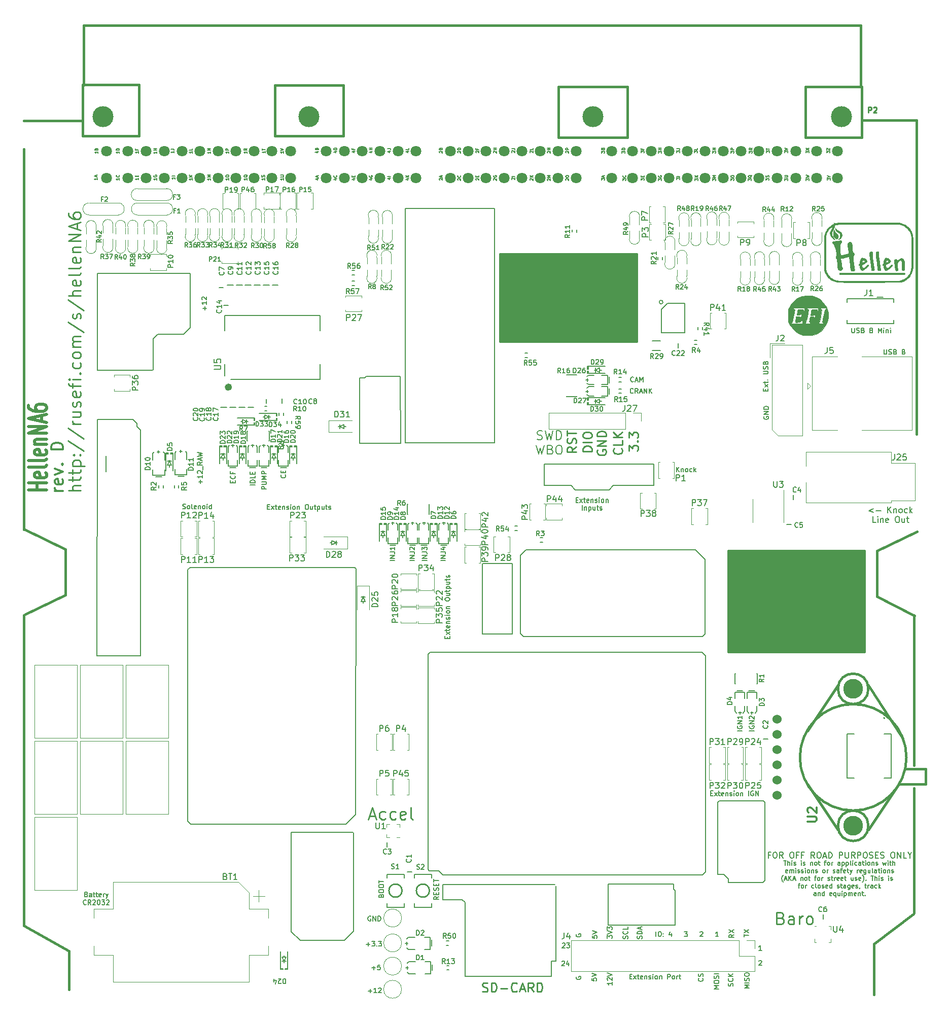
<source format=gto>
G04 #@! TF.GenerationSoftware,KiCad,Pcbnew,(6.0.1)*
G04 #@! TF.CreationDate,2022-08-24T16:53:37+03:00*
G04 #@! TF.ProjectId,hellen64_NA6_94,68656c6c-656e-4363-945f-4e41365f3934,b*
G04 #@! TF.SameCoordinates,PX141ef50PYa2cc1bc*
G04 #@! TF.FileFunction,Legend,Top*
G04 #@! TF.FilePolarity,Positive*
%FSLAX46Y46*%
G04 Gerber Fmt 4.6, Leading zero omitted, Abs format (unit mm)*
G04 Created by KiCad (PCBNEW (6.0.1)) date 2022-08-24 16:53:37*
%MOMM*%
%LPD*%
G01*
G04 APERTURE LIST*
%ADD10C,0.381000*%
%ADD11C,0.250000*%
%ADD12C,0.170000*%
%ADD13C,0.127000*%
%ADD14C,0.300000*%
%ADD15C,0.150000*%
%ADD16C,0.500000*%
%ADD17C,0.200000*%
%ADD18C,0.180000*%
%ADD19C,0.222250*%
%ADD20C,0.304800*%
%ADD21C,0.002540*%
%ADD22C,0.203200*%
%ADD23C,0.099060*%
%ADD24C,0.120000*%
%ADD25C,0.254000*%
%ADD26C,0.616000*%
%ADD27C,3.500120*%
%ADD28C,1.800000*%
%ADD29C,3.302000*%
%ADD30C,1.524000*%
G04 APERTURE END LIST*
D10*
X151162640Y94800000D02*
X151162640Y147005340D01*
X2151680Y147130340D02*
X11662640Y147130340D01*
X9112360Y67975000D02*
X9112360Y75575000D01*
X144537640Y75325000D02*
X144537640Y67725000D01*
X144087640Y9705340D02*
X150687640Y14705340D01*
X151162640Y147255340D02*
X142175000Y147255340D01*
X151237640Y78525000D02*
X144537640Y75325000D01*
D11*
X104507464Y124959870D02*
X81607464Y124959870D01*
X81607464Y124959870D02*
X81607464Y110209870D01*
X81607464Y110209870D02*
X104507464Y110209870D01*
X104507464Y110209870D02*
X104507464Y124959870D01*
G36*
X104507464Y124959870D02*
G01*
X81607464Y124959870D01*
X81607464Y110209870D01*
X104507464Y110209870D01*
X104507464Y124959870D01*
G37*
X142576680Y75430340D02*
X119676680Y75430340D01*
X119676680Y75430340D02*
X119676680Y58430340D01*
X119676680Y58430340D02*
X142576680Y58430340D01*
X142576680Y58430340D02*
X142576680Y75430340D01*
G36*
X142576680Y75430340D02*
G01*
X119676680Y75430340D01*
X119676680Y58430340D01*
X142576680Y58430340D01*
X142576680Y75430340D01*
G37*
D10*
X9701680Y2105340D02*
X9662640Y8305340D01*
X2162640Y78905340D02*
X2162640Y142355340D01*
X144537640Y67725000D02*
X150837640Y64525000D01*
X144101680Y1212400D02*
X144101680Y9755340D01*
X9662640Y8500000D02*
X2162640Y12800000D01*
X9112360Y75575000D02*
X2175000Y78975000D01*
X2412360Y64775000D02*
X9112360Y67975000D01*
X150762640Y39512400D02*
X150762640Y64605340D01*
X2162640Y12805340D02*
X2162640Y64605340D01*
X150762640Y14905340D02*
X150762640Y35712400D01*
D12*
X71413584Y17618436D02*
X71032632Y17351769D01*
X71413584Y17161293D02*
X70613584Y17161293D01*
X70613584Y17466055D01*
X70651680Y17542245D01*
X70689775Y17580340D01*
X70765965Y17618436D01*
X70880251Y17618436D01*
X70956441Y17580340D01*
X70994537Y17542245D01*
X71032632Y17466055D01*
X71032632Y17161293D01*
X70994537Y17961293D02*
X70994537Y18227960D01*
X71413584Y18342245D02*
X71413584Y17961293D01*
X70613584Y17961293D01*
X70613584Y18342245D01*
X71375489Y18647007D02*
X71413584Y18761293D01*
X71413584Y18951769D01*
X71375489Y19027960D01*
X71337394Y19066055D01*
X71261203Y19104150D01*
X71185013Y19104150D01*
X71108822Y19066055D01*
X71070727Y19027960D01*
X71032632Y18951769D01*
X70994537Y18799388D01*
X70956441Y18723198D01*
X70918346Y18685102D01*
X70842156Y18647007D01*
X70765965Y18647007D01*
X70689775Y18685102D01*
X70651680Y18723198D01*
X70613584Y18799388D01*
X70613584Y18989864D01*
X70651680Y19104150D01*
X70994537Y19447007D02*
X70994537Y19713674D01*
X71413584Y19827960D02*
X71413584Y19447007D01*
X70613584Y19447007D01*
X70613584Y19827960D01*
X70613584Y20056531D02*
X70613584Y20513674D01*
X71413584Y20285102D02*
X70613584Y20285102D01*
D13*
X120180809Y141748667D02*
X120180809Y142063143D01*
X120374333Y141893810D01*
X120374333Y141966381D01*
X120398523Y142014762D01*
X120422714Y142038953D01*
X120471095Y142063143D01*
X120592047Y142063143D01*
X120640428Y142038953D01*
X120664619Y142014762D01*
X120688809Y141966381D01*
X120688809Y141821239D01*
X120664619Y141772858D01*
X120640428Y141748667D01*
X120688809Y142280858D02*
X120180809Y142280858D01*
X120180809Y142474381D01*
X120205000Y142522762D01*
X120229190Y142546953D01*
X120277571Y142571143D01*
X120350142Y142571143D01*
X120398523Y142546953D01*
X120422714Y142522762D01*
X120446904Y142474381D01*
X120446904Y142280858D01*
D12*
X60240965Y5698198D02*
X60850489Y5698198D01*
X60545727Y5393436D02*
X60545727Y6002960D01*
X61612394Y6193436D02*
X61231441Y6193436D01*
X61193346Y5812483D01*
X61231441Y5850579D01*
X61307632Y5888674D01*
X61498108Y5888674D01*
X61574299Y5850579D01*
X61612394Y5812483D01*
X61650489Y5736293D01*
X61650489Y5545817D01*
X61612394Y5469626D01*
X61574299Y5431531D01*
X61498108Y5393436D01*
X61307632Y5393436D01*
X61231441Y5431531D01*
X61193346Y5469626D01*
D13*
X105194809Y137200858D02*
X105194809Y137515334D01*
X105388333Y137346000D01*
X105388333Y137418572D01*
X105412523Y137466953D01*
X105436714Y137491143D01*
X105485095Y137515334D01*
X105606047Y137515334D01*
X105654428Y137491143D01*
X105678619Y137466953D01*
X105702809Y137418572D01*
X105702809Y137273429D01*
X105678619Y137225048D01*
X105654428Y137200858D01*
X105436714Y137733048D02*
X105436714Y137902381D01*
X105702809Y137974953D02*
X105702809Y137733048D01*
X105194809Y137733048D01*
X105194809Y137974953D01*
X27258809Y142046620D02*
X27258809Y141756334D01*
X27258809Y141901477D02*
X26750809Y141901477D01*
X26823380Y141853096D01*
X26871761Y141804715D01*
X26895952Y141756334D01*
X26750809Y142409477D02*
X27113666Y142409477D01*
X27186238Y142385286D01*
X27234619Y142336905D01*
X27258809Y142264334D01*
X27258809Y142215953D01*
D12*
X103949999Y103626686D02*
X103911903Y103588591D01*
X103797618Y103550496D01*
X103721427Y103550496D01*
X103607141Y103588591D01*
X103530951Y103664781D01*
X103492856Y103740972D01*
X103454760Y103893353D01*
X103454760Y104007639D01*
X103492856Y104160020D01*
X103530951Y104236210D01*
X103607141Y104312400D01*
X103721427Y104350496D01*
X103797618Y104350496D01*
X103911903Y104312400D01*
X103949999Y104274305D01*
X104254760Y103779067D02*
X104635713Y103779067D01*
X104178570Y103550496D02*
X104445237Y104350496D01*
X104711903Y103550496D01*
X104978570Y103550496D02*
X104978570Y104350496D01*
X105245237Y103779067D01*
X105511903Y104350496D01*
X105511903Y103550496D01*
X120664284Y11270520D02*
X120283332Y11003853D01*
X120664284Y10813377D02*
X119864284Y10813377D01*
X119864284Y11118139D01*
X119902380Y11194329D01*
X119940475Y11232424D01*
X120016665Y11270520D01*
X120130951Y11270520D01*
X120207141Y11232424D01*
X120245237Y11194329D01*
X120283332Y11118139D01*
X120283332Y10813377D01*
X119864284Y11537186D02*
X120664284Y12070520D01*
X119864284Y12070520D02*
X120664284Y11537186D01*
D13*
X45546809Y137529048D02*
X45546809Y137238762D01*
X45546809Y137383905D02*
X45038809Y137383905D01*
X45111380Y137335524D01*
X45159761Y137287143D01*
X45183952Y137238762D01*
X45038809Y137746762D02*
X45450047Y137746762D01*
X45498428Y137770953D01*
X45522619Y137795143D01*
X45546809Y137843524D01*
X45546809Y137940286D01*
X45522619Y137988667D01*
X45498428Y138012858D01*
X45450047Y138037048D01*
X45038809Y138037048D01*
D12*
X145762394Y108943436D02*
X145762394Y108295817D01*
X145800489Y108219626D01*
X145838584Y108181531D01*
X145914775Y108143436D01*
X146067156Y108143436D01*
X146143346Y108181531D01*
X146181441Y108219626D01*
X146219537Y108295817D01*
X146219537Y108943436D01*
X146562394Y108181531D02*
X146676680Y108143436D01*
X146867156Y108143436D01*
X146943346Y108181531D01*
X146981441Y108219626D01*
X147019537Y108295817D01*
X147019537Y108372007D01*
X146981441Y108448198D01*
X146943346Y108486293D01*
X146867156Y108524388D01*
X146714775Y108562483D01*
X146638584Y108600579D01*
X146600489Y108638674D01*
X146562394Y108714864D01*
X146562394Y108791055D01*
X146600489Y108867245D01*
X146638584Y108905340D01*
X146714775Y108943436D01*
X146905251Y108943436D01*
X147019537Y108905340D01*
X147629060Y108562483D02*
X147743346Y108524388D01*
X147781441Y108486293D01*
X147819537Y108410102D01*
X147819537Y108295817D01*
X147781441Y108219626D01*
X147743346Y108181531D01*
X147667156Y108143436D01*
X147362394Y108143436D01*
X147362394Y108943436D01*
X147629060Y108943436D01*
X147705251Y108905340D01*
X147743346Y108867245D01*
X147781441Y108791055D01*
X147781441Y108714864D01*
X147743346Y108638674D01*
X147705251Y108600579D01*
X147629060Y108562483D01*
X147362394Y108562483D01*
X149038584Y108562483D02*
X149152870Y108524388D01*
X149190965Y108486293D01*
X149229060Y108410102D01*
X149229060Y108295817D01*
X149190965Y108219626D01*
X149152870Y108181531D01*
X149076680Y108143436D01*
X148771918Y108143436D01*
X148771918Y108943436D01*
X149038584Y108943436D01*
X149114775Y108905340D01*
X149152870Y108867245D01*
X149190965Y108791055D01*
X149190965Y108714864D01*
X149152870Y108638674D01*
X149114775Y108600579D01*
X149038584Y108562483D01*
X148771918Y108562483D01*
D13*
X42498809Y142046620D02*
X42498809Y141756334D01*
X42498809Y141901477D02*
X41990809Y141901477D01*
X42063380Y141853096D01*
X42111761Y141804715D01*
X42135952Y141756334D01*
X41990809Y142191762D02*
X41990809Y142482048D01*
X42498809Y142336905D02*
X41990809Y142336905D01*
X136182809Y141760762D02*
X136182809Y142075239D01*
X136376333Y141905905D01*
X136376333Y141978477D01*
X136400523Y142026858D01*
X136424714Y142051048D01*
X136473095Y142075239D01*
X136594047Y142075239D01*
X136642428Y142051048D01*
X136666619Y142026858D01*
X136690809Y141978477D01*
X136690809Y141833334D01*
X136666619Y141784953D01*
X136642428Y141760762D01*
X136182809Y142244572D02*
X136182809Y142583239D01*
X136690809Y142244572D01*
X136690809Y142583239D01*
D14*
X8704761Y85300000D02*
X7371428Y85300000D01*
X7752380Y85300000D02*
X7561904Y85395239D01*
X7466666Y85490477D01*
X7371428Y85680953D01*
X7371428Y85871429D01*
X8609523Y87300000D02*
X8704761Y87109524D01*
X8704761Y86728572D01*
X8609523Y86538096D01*
X8419047Y86442858D01*
X7657142Y86442858D01*
X7466666Y86538096D01*
X7371428Y86728572D01*
X7371428Y87109524D01*
X7466666Y87300000D01*
X7657142Y87395239D01*
X7847619Y87395239D01*
X8038095Y86442858D01*
X7371428Y88061905D02*
X8704761Y88538096D01*
X7371428Y89014286D01*
X8514285Y89776191D02*
X8609523Y89871429D01*
X8704761Y89776191D01*
X8609523Y89680953D01*
X8514285Y89776191D01*
X8704761Y89776191D01*
X8704761Y92252381D02*
X6704761Y92252381D01*
X6704761Y92728572D01*
X6800000Y93014286D01*
X6990476Y93204762D01*
X7180952Y93300000D01*
X7561904Y93395239D01*
X7847619Y93395239D01*
X8228571Y93300000D01*
X8419047Y93204762D01*
X8609523Y93014286D01*
X8704761Y92728572D01*
X8704761Y92252381D01*
D12*
X122364284Y10899091D02*
X122364284Y11356234D01*
X123164284Y11127662D02*
X122364284Y11127662D01*
X122364284Y11546710D02*
X123164284Y12080043D01*
X122364284Y12080043D02*
X123164284Y11546710D01*
X123264284Y2313377D02*
X122464284Y2313377D01*
X123035713Y2580043D01*
X122464284Y2846710D01*
X123264284Y2846710D01*
X123264284Y3227662D02*
X122464284Y3227662D01*
X123226189Y3570520D02*
X123264284Y3684805D01*
X123264284Y3875281D01*
X123226189Y3951472D01*
X123188094Y3989567D01*
X123111903Y4027662D01*
X123035713Y4027662D01*
X122959522Y3989567D01*
X122921427Y3951472D01*
X122883332Y3875281D01*
X122845237Y3722900D01*
X122807141Y3646710D01*
X122769046Y3608615D01*
X122692856Y3570520D01*
X122616665Y3570520D01*
X122540475Y3608615D01*
X122502380Y3646710D01*
X122464284Y3722900D01*
X122464284Y3913377D01*
X122502380Y4027662D01*
X122464284Y4522900D02*
X122464284Y4675281D01*
X122502380Y4751472D01*
X122578570Y4827662D01*
X122730951Y4865758D01*
X122997618Y4865758D01*
X123149999Y4827662D01*
X123226189Y4751472D01*
X123264284Y4675281D01*
X123264284Y4522900D01*
X123226189Y4446710D01*
X123149999Y4370520D01*
X122997618Y4332424D01*
X122730951Y4332424D01*
X122578570Y4370520D01*
X122502380Y4446710D01*
X122464284Y4522900D01*
X72564284Y73713377D02*
X71764284Y73713377D01*
X72564284Y74094329D02*
X71764284Y74094329D01*
X72564284Y74551472D01*
X71764284Y74551472D01*
X71764284Y75160996D02*
X72335713Y75160996D01*
X72449999Y75122900D01*
X72526189Y75046710D01*
X72564284Y74932424D01*
X72564284Y74856234D01*
X72030951Y75884805D02*
X72564284Y75884805D01*
X71726189Y75694329D02*
X72297618Y75503853D01*
X72297618Y75999091D01*
D11*
X78724894Y1798198D02*
X78939180Y1726769D01*
X79296322Y1726769D01*
X79439180Y1798198D01*
X79510608Y1869626D01*
X79582037Y2012483D01*
X79582037Y2155340D01*
X79510608Y2298198D01*
X79439180Y2369626D01*
X79296322Y2441055D01*
X79010608Y2512483D01*
X78867751Y2583912D01*
X78796322Y2655340D01*
X78724894Y2798198D01*
X78724894Y2941055D01*
X78796322Y3083912D01*
X78867751Y3155340D01*
X79010608Y3226769D01*
X79367751Y3226769D01*
X79582037Y3155340D01*
X80224894Y1726769D02*
X80224894Y3226769D01*
X80582037Y3226769D01*
X80796322Y3155340D01*
X80939180Y3012483D01*
X81010608Y2869626D01*
X81082037Y2583912D01*
X81082037Y2369626D01*
X81010608Y2083912D01*
X80939180Y1941055D01*
X80796322Y1798198D01*
X80582037Y1726769D01*
X80224894Y1726769D01*
X81724894Y2298198D02*
X82867751Y2298198D01*
X84439180Y1869626D02*
X84367751Y1798198D01*
X84153465Y1726769D01*
X84010608Y1726769D01*
X83796322Y1798198D01*
X83653465Y1941055D01*
X83582037Y2083912D01*
X83510608Y2369626D01*
X83510608Y2583912D01*
X83582037Y2869626D01*
X83653465Y3012483D01*
X83796322Y3155340D01*
X84010608Y3226769D01*
X84153465Y3226769D01*
X84367751Y3155340D01*
X84439180Y3083912D01*
X85010608Y2155340D02*
X85724894Y2155340D01*
X84867751Y1726769D02*
X85367751Y3226769D01*
X85867751Y1726769D01*
X87224894Y1726769D02*
X86724894Y2441055D01*
X86367751Y1726769D02*
X86367751Y3226769D01*
X86939180Y3226769D01*
X87082037Y3155340D01*
X87153465Y3083912D01*
X87224894Y2941055D01*
X87224894Y2726769D01*
X87153465Y2583912D01*
X87082037Y2512483D01*
X86939180Y2441055D01*
X86367751Y2441055D01*
X87867751Y1726769D02*
X87867751Y3226769D01*
X88224894Y3226769D01*
X88439180Y3155340D01*
X88582037Y3012483D01*
X88653465Y2869626D01*
X88724894Y2583912D01*
X88724894Y2369626D01*
X88653465Y2083912D01*
X88582037Y1941055D01*
X88439180Y1798198D01*
X88224894Y1726769D01*
X87867751Y1726769D01*
D13*
X98590809Y137212953D02*
X98590809Y137527429D01*
X98784333Y137358096D01*
X98784333Y137430667D01*
X98808523Y137479048D01*
X98832714Y137503239D01*
X98881095Y137527429D01*
X99002047Y137527429D01*
X99050428Y137503239D01*
X99074619Y137479048D01*
X99098809Y137430667D01*
X99098809Y137285524D01*
X99074619Y137237143D01*
X99050428Y137212953D01*
X98953666Y137720953D02*
X98953666Y137962858D01*
X99098809Y137672572D02*
X98590809Y137841905D01*
X99098809Y138011239D01*
X105194809Y141784953D02*
X105194809Y142099429D01*
X105388333Y141930096D01*
X105388333Y142002667D01*
X105412523Y142051048D01*
X105436714Y142075239D01*
X105485095Y142099429D01*
X105606047Y142099429D01*
X105654428Y142075239D01*
X105678619Y142051048D01*
X105702809Y142002667D01*
X105702809Y141857524D01*
X105678619Y141809143D01*
X105654428Y141784953D01*
X105436714Y142486477D02*
X105436714Y142317143D01*
X105702809Y142317143D02*
X105194809Y142317143D01*
X105194809Y142559048D01*
X123101809Y137164572D02*
X123101809Y137479048D01*
X123295333Y137309715D01*
X123295333Y137382286D01*
X123319523Y137430667D01*
X123343714Y137454858D01*
X123392095Y137479048D01*
X123513047Y137479048D01*
X123561428Y137454858D01*
X123585619Y137430667D01*
X123609809Y137382286D01*
X123609809Y137237143D01*
X123585619Y137188762D01*
X123561428Y137164572D01*
X123658190Y138035429D02*
X123634000Y137987048D01*
X123585619Y137938667D01*
X123513047Y137866096D01*
X123488857Y137817715D01*
X123488857Y137769334D01*
X123609809Y137793524D02*
X123585619Y137745143D01*
X123537238Y137696762D01*
X123440476Y137672572D01*
X123271142Y137672572D01*
X123174380Y137696762D01*
X123126000Y137745143D01*
X123101809Y137793524D01*
X123101809Y137890286D01*
X123126000Y137938667D01*
X123174380Y137987048D01*
X123271142Y138011239D01*
X123440476Y138011239D01*
X123537238Y137987048D01*
X123585619Y137938667D01*
X123609809Y137890286D01*
X123609809Y137793524D01*
X114211809Y137176667D02*
X114211809Y137491143D01*
X114405333Y137321810D01*
X114405333Y137394381D01*
X114429523Y137442762D01*
X114453714Y137466953D01*
X114502095Y137491143D01*
X114623047Y137491143D01*
X114671428Y137466953D01*
X114695619Y137442762D01*
X114719809Y137394381D01*
X114719809Y137249239D01*
X114695619Y137200858D01*
X114671428Y137176667D01*
X114719809Y137708858D02*
X114211809Y137708858D01*
X114719809Y137999143D02*
X114429523Y137781429D01*
X114211809Y137999143D02*
X114502095Y137708858D01*
D15*
X144015476Y82344286D02*
X143253571Y82058572D01*
X144015476Y81772858D01*
X144396428Y82010953D02*
X145253571Y82010953D01*
X146396428Y81677620D02*
X146396428Y82677620D01*
X146967857Y81677620D02*
X146539285Y82249048D01*
X146967857Y82677620D02*
X146396428Y82106191D01*
X147396428Y82344286D02*
X147396428Y81677620D01*
X147396428Y82249048D02*
X147444047Y82296667D01*
X147539285Y82344286D01*
X147682142Y82344286D01*
X147777380Y82296667D01*
X147825000Y82201429D01*
X147825000Y81677620D01*
X148444047Y81677620D02*
X148348809Y81725239D01*
X148301190Y81772858D01*
X148253571Y81868096D01*
X148253571Y82153810D01*
X148301190Y82249048D01*
X148348809Y82296667D01*
X148444047Y82344286D01*
X148586904Y82344286D01*
X148682142Y82296667D01*
X148729761Y82249048D01*
X148777380Y82153810D01*
X148777380Y81868096D01*
X148729761Y81772858D01*
X148682142Y81725239D01*
X148586904Y81677620D01*
X148444047Y81677620D01*
X149634523Y81725239D02*
X149539285Y81677620D01*
X149348809Y81677620D01*
X149253571Y81725239D01*
X149205952Y81772858D01*
X149158333Y81868096D01*
X149158333Y82153810D01*
X149205952Y82249048D01*
X149253571Y82296667D01*
X149348809Y82344286D01*
X149539285Y82344286D01*
X149634523Y82296667D01*
X150063095Y81677620D02*
X150063095Y82677620D01*
X150158333Y82058572D02*
X150444047Y81677620D01*
X150444047Y82344286D02*
X150063095Y81963334D01*
X144372619Y80067620D02*
X143896428Y80067620D01*
X143896428Y81067620D01*
X144705952Y80067620D02*
X144705952Y80734286D01*
X144705952Y81067620D02*
X144658333Y81020000D01*
X144705952Y80972381D01*
X144753571Y81020000D01*
X144705952Y81067620D01*
X144705952Y80972381D01*
X145182142Y80734286D02*
X145182142Y80067620D01*
X145182142Y80639048D02*
X145229761Y80686667D01*
X145325000Y80734286D01*
X145467857Y80734286D01*
X145563095Y80686667D01*
X145610714Y80591429D01*
X145610714Y80067620D01*
X146467857Y80115239D02*
X146372619Y80067620D01*
X146182142Y80067620D01*
X146086904Y80115239D01*
X146039285Y80210477D01*
X146039285Y80591429D01*
X146086904Y80686667D01*
X146182142Y80734286D01*
X146372619Y80734286D01*
X146467857Y80686667D01*
X146515476Y80591429D01*
X146515476Y80496191D01*
X146039285Y80400953D01*
X147896428Y81067620D02*
X148086904Y81067620D01*
X148182142Y81020000D01*
X148277380Y80924762D01*
X148325000Y80734286D01*
X148325000Y80400953D01*
X148277380Y80210477D01*
X148182142Y80115239D01*
X148086904Y80067620D01*
X147896428Y80067620D01*
X147801190Y80115239D01*
X147705952Y80210477D01*
X147658333Y80400953D01*
X147658333Y80734286D01*
X147705952Y80924762D01*
X147801190Y81020000D01*
X147896428Y81067620D01*
X149182142Y80734286D02*
X149182142Y80067620D01*
X148753571Y80734286D02*
X148753571Y80210477D01*
X148801190Y80115239D01*
X148896428Y80067620D01*
X149039285Y80067620D01*
X149134523Y80115239D01*
X149182142Y80162858D01*
X149515476Y80734286D02*
X149896428Y80734286D01*
X149658333Y81067620D02*
X149658333Y80210477D01*
X149705952Y80115239D01*
X149801190Y80067620D01*
X149896428Y80067620D01*
D12*
X42844537Y82662483D02*
X43111203Y82662483D01*
X43225489Y82243436D02*
X42844537Y82243436D01*
X42844537Y83043436D01*
X43225489Y83043436D01*
X43492156Y82243436D02*
X43911203Y82776769D01*
X43492156Y82776769D02*
X43911203Y82243436D01*
X44101680Y82776769D02*
X44406441Y82776769D01*
X44215965Y83043436D02*
X44215965Y82357721D01*
X44254060Y82281531D01*
X44330251Y82243436D01*
X44406441Y82243436D01*
X44977870Y82281531D02*
X44901680Y82243436D01*
X44749299Y82243436D01*
X44673108Y82281531D01*
X44635013Y82357721D01*
X44635013Y82662483D01*
X44673108Y82738674D01*
X44749299Y82776769D01*
X44901680Y82776769D01*
X44977870Y82738674D01*
X45015965Y82662483D01*
X45015965Y82586293D01*
X44635013Y82510102D01*
X45358822Y82776769D02*
X45358822Y82243436D01*
X45358822Y82700579D02*
X45396918Y82738674D01*
X45473108Y82776769D01*
X45587394Y82776769D01*
X45663584Y82738674D01*
X45701680Y82662483D01*
X45701680Y82243436D01*
X46044537Y82281531D02*
X46120727Y82243436D01*
X46273108Y82243436D01*
X46349299Y82281531D01*
X46387394Y82357721D01*
X46387394Y82395817D01*
X46349299Y82472007D01*
X46273108Y82510102D01*
X46158822Y82510102D01*
X46082632Y82548198D01*
X46044537Y82624388D01*
X46044537Y82662483D01*
X46082632Y82738674D01*
X46158822Y82776769D01*
X46273108Y82776769D01*
X46349299Y82738674D01*
X46730251Y82243436D02*
X46730251Y82776769D01*
X46730251Y83043436D02*
X46692156Y83005340D01*
X46730251Y82967245D01*
X46768346Y83005340D01*
X46730251Y83043436D01*
X46730251Y82967245D01*
X47225489Y82243436D02*
X47149299Y82281531D01*
X47111203Y82319626D01*
X47073108Y82395817D01*
X47073108Y82624388D01*
X47111203Y82700579D01*
X47149299Y82738674D01*
X47225489Y82776769D01*
X47339775Y82776769D01*
X47415965Y82738674D01*
X47454060Y82700579D01*
X47492156Y82624388D01*
X47492156Y82395817D01*
X47454060Y82319626D01*
X47415965Y82281531D01*
X47339775Y82243436D01*
X47225489Y82243436D01*
X47835013Y82776769D02*
X47835013Y82243436D01*
X47835013Y82700579D02*
X47873108Y82738674D01*
X47949299Y82776769D01*
X48063584Y82776769D01*
X48139775Y82738674D01*
X48177870Y82662483D01*
X48177870Y82243436D01*
X49320727Y83043436D02*
X49473108Y83043436D01*
X49549299Y83005340D01*
X49625489Y82929150D01*
X49663584Y82776769D01*
X49663584Y82510102D01*
X49625489Y82357721D01*
X49549299Y82281531D01*
X49473108Y82243436D01*
X49320727Y82243436D01*
X49244537Y82281531D01*
X49168346Y82357721D01*
X49130251Y82510102D01*
X49130251Y82776769D01*
X49168346Y82929150D01*
X49244537Y83005340D01*
X49320727Y83043436D01*
X50349299Y82776769D02*
X50349299Y82243436D01*
X50006441Y82776769D02*
X50006441Y82357721D01*
X50044537Y82281531D01*
X50120727Y82243436D01*
X50235013Y82243436D01*
X50311203Y82281531D01*
X50349299Y82319626D01*
X50615965Y82776769D02*
X50920727Y82776769D01*
X50730251Y83043436D02*
X50730251Y82357721D01*
X50768346Y82281531D01*
X50844537Y82243436D01*
X50920727Y82243436D01*
X51187394Y82776769D02*
X51187394Y81976769D01*
X51187394Y82738674D02*
X51263584Y82776769D01*
X51415965Y82776769D01*
X51492156Y82738674D01*
X51530251Y82700579D01*
X51568346Y82624388D01*
X51568346Y82395817D01*
X51530251Y82319626D01*
X51492156Y82281531D01*
X51415965Y82243436D01*
X51263584Y82243436D01*
X51187394Y82281531D01*
X52254060Y82776769D02*
X52254060Y82243436D01*
X51911203Y82776769D02*
X51911203Y82357721D01*
X51949299Y82281531D01*
X52025489Y82243436D01*
X52139775Y82243436D01*
X52215965Y82281531D01*
X52254060Y82319626D01*
X52520727Y82776769D02*
X52825489Y82776769D01*
X52635013Y83043436D02*
X52635013Y82357721D01*
X52673108Y82281531D01*
X52749299Y82243436D01*
X52825489Y82243436D01*
X53054060Y82281531D02*
X53130251Y82243436D01*
X53282632Y82243436D01*
X53358822Y82281531D01*
X53396918Y82357721D01*
X53396918Y82395817D01*
X53358822Y82472007D01*
X53282632Y82510102D01*
X53168346Y82510102D01*
X53092156Y82548198D01*
X53054060Y82624388D01*
X53054060Y82662483D01*
X53092156Y82738674D01*
X53168346Y82776769D01*
X53282632Y82776769D01*
X53358822Y82738674D01*
D13*
X77684190Y141809143D02*
X77660000Y141833334D01*
X77635809Y141881715D01*
X77635809Y142002667D01*
X77660000Y142051048D01*
X77684190Y142075239D01*
X77732571Y142099429D01*
X77780952Y142099429D01*
X77853523Y142075239D01*
X78143809Y141784953D01*
X78143809Y142099429D01*
X77877714Y142486477D02*
X77877714Y142317143D01*
X78143809Y142317143D02*
X77635809Y142317143D01*
X77635809Y142559048D01*
D12*
X72844537Y60698198D02*
X72844537Y60964864D01*
X73263584Y61079150D02*
X73263584Y60698198D01*
X72463584Y60698198D01*
X72463584Y61079150D01*
X73263584Y61345817D02*
X72730251Y61764864D01*
X72730251Y61345817D02*
X73263584Y61764864D01*
X72730251Y61955340D02*
X72730251Y62260102D01*
X72463584Y62069626D02*
X73149299Y62069626D01*
X73225489Y62107721D01*
X73263584Y62183912D01*
X73263584Y62260102D01*
X73225489Y62831531D02*
X73263584Y62755340D01*
X73263584Y62602960D01*
X73225489Y62526769D01*
X73149299Y62488674D01*
X72844537Y62488674D01*
X72768346Y62526769D01*
X72730251Y62602960D01*
X72730251Y62755340D01*
X72768346Y62831531D01*
X72844537Y62869626D01*
X72920727Y62869626D01*
X72996918Y62488674D01*
X72730251Y63212483D02*
X73263584Y63212483D01*
X72806441Y63212483D02*
X72768346Y63250579D01*
X72730251Y63326769D01*
X72730251Y63441055D01*
X72768346Y63517245D01*
X72844537Y63555340D01*
X73263584Y63555340D01*
X73225489Y63898198D02*
X73263584Y63974388D01*
X73263584Y64126769D01*
X73225489Y64202960D01*
X73149299Y64241055D01*
X73111203Y64241055D01*
X73035013Y64202960D01*
X72996918Y64126769D01*
X72996918Y64012483D01*
X72958822Y63936293D01*
X72882632Y63898198D01*
X72844537Y63898198D01*
X72768346Y63936293D01*
X72730251Y64012483D01*
X72730251Y64126769D01*
X72768346Y64202960D01*
X73263584Y64583912D02*
X72730251Y64583912D01*
X72463584Y64583912D02*
X72501680Y64545817D01*
X72539775Y64583912D01*
X72501680Y64622007D01*
X72463584Y64583912D01*
X72539775Y64583912D01*
X73263584Y65079150D02*
X73225489Y65002960D01*
X73187394Y64964864D01*
X73111203Y64926769D01*
X72882632Y64926769D01*
X72806441Y64964864D01*
X72768346Y65002960D01*
X72730251Y65079150D01*
X72730251Y65193436D01*
X72768346Y65269626D01*
X72806441Y65307721D01*
X72882632Y65345817D01*
X73111203Y65345817D01*
X73187394Y65307721D01*
X73225489Y65269626D01*
X73263584Y65193436D01*
X73263584Y65079150D01*
X72730251Y65688674D02*
X73263584Y65688674D01*
X72806441Y65688674D02*
X72768346Y65726769D01*
X72730251Y65802960D01*
X72730251Y65917245D01*
X72768346Y65993436D01*
X72844537Y66031531D01*
X73263584Y66031531D01*
X72463584Y67174388D02*
X72463584Y67326769D01*
X72501680Y67402960D01*
X72577870Y67479150D01*
X72730251Y67517245D01*
X72996918Y67517245D01*
X73149299Y67479150D01*
X73225489Y67402960D01*
X73263584Y67326769D01*
X73263584Y67174388D01*
X73225489Y67098198D01*
X73149299Y67022007D01*
X72996918Y66983912D01*
X72730251Y66983912D01*
X72577870Y67022007D01*
X72501680Y67098198D01*
X72463584Y67174388D01*
X72730251Y68202960D02*
X73263584Y68202960D01*
X72730251Y67860102D02*
X73149299Y67860102D01*
X73225489Y67898198D01*
X73263584Y67974388D01*
X73263584Y68088674D01*
X73225489Y68164864D01*
X73187394Y68202960D01*
X72730251Y68469626D02*
X72730251Y68774388D01*
X72463584Y68583912D02*
X73149299Y68583912D01*
X73225489Y68622007D01*
X73263584Y68698198D01*
X73263584Y68774388D01*
X72730251Y69041055D02*
X73530251Y69041055D01*
X72768346Y69041055D02*
X72730251Y69117245D01*
X72730251Y69269626D01*
X72768346Y69345817D01*
X72806441Y69383912D01*
X72882632Y69422007D01*
X73111203Y69422007D01*
X73187394Y69383912D01*
X73225489Y69345817D01*
X73263584Y69269626D01*
X73263584Y69117245D01*
X73225489Y69041055D01*
X72730251Y70107721D02*
X73263584Y70107721D01*
X72730251Y69764864D02*
X73149299Y69764864D01*
X73225489Y69802960D01*
X73263584Y69879150D01*
X73263584Y69993436D01*
X73225489Y70069626D01*
X73187394Y70107721D01*
X72730251Y70374388D02*
X72730251Y70679150D01*
X72463584Y70488674D02*
X73149299Y70488674D01*
X73225489Y70526769D01*
X73263584Y70602960D01*
X73263584Y70679150D01*
X73225489Y70907721D02*
X73263584Y70983912D01*
X73263584Y71136293D01*
X73225489Y71212483D01*
X73149299Y71250579D01*
X73111203Y71250579D01*
X73035013Y71212483D01*
X72996918Y71136293D01*
X72996918Y71022007D01*
X72958822Y70945817D01*
X72882632Y70907721D01*
X72844537Y70907721D01*
X72768346Y70945817D01*
X72730251Y71022007D01*
X72730251Y71136293D01*
X72768346Y71212483D01*
X115488094Y3970520D02*
X115526189Y3932424D01*
X115564284Y3818139D01*
X115564284Y3741948D01*
X115526189Y3627662D01*
X115449999Y3551472D01*
X115373808Y3513377D01*
X115221427Y3475281D01*
X115107141Y3475281D01*
X114954760Y3513377D01*
X114878570Y3551472D01*
X114802380Y3627662D01*
X114764284Y3741948D01*
X114764284Y3818139D01*
X114802380Y3932424D01*
X114840475Y3970520D01*
X115526189Y4275281D02*
X115564284Y4389567D01*
X115564284Y4580043D01*
X115526189Y4656234D01*
X115488094Y4694329D01*
X115411903Y4732424D01*
X115335713Y4732424D01*
X115259522Y4694329D01*
X115221427Y4656234D01*
X115183332Y4580043D01*
X115145237Y4427662D01*
X115107141Y4351472D01*
X115069046Y4313377D01*
X114992856Y4275281D01*
X114916665Y4275281D01*
X114840475Y4313377D01*
X114802380Y4351472D01*
X114764284Y4427662D01*
X114764284Y4618139D01*
X114802380Y4732424D01*
X111101680Y88543436D02*
X111101680Y89343436D01*
X111558822Y88543436D02*
X111215965Y89000579D01*
X111558822Y89343436D02*
X111101680Y88886293D01*
X111901680Y89076769D02*
X111901680Y88543436D01*
X111901680Y89000579D02*
X111939775Y89038674D01*
X112015965Y89076769D01*
X112130251Y89076769D01*
X112206441Y89038674D01*
X112244537Y88962483D01*
X112244537Y88543436D01*
X112739775Y88543436D02*
X112663584Y88581531D01*
X112625489Y88619626D01*
X112587394Y88695817D01*
X112587394Y88924388D01*
X112625489Y89000579D01*
X112663584Y89038674D01*
X112739775Y89076769D01*
X112854060Y89076769D01*
X112930251Y89038674D01*
X112968346Y89000579D01*
X113006441Y88924388D01*
X113006441Y88695817D01*
X112968346Y88619626D01*
X112930251Y88581531D01*
X112854060Y88543436D01*
X112739775Y88543436D01*
X113692156Y88581531D02*
X113615965Y88543436D01*
X113463584Y88543436D01*
X113387394Y88581531D01*
X113349299Y88619626D01*
X113311203Y88695817D01*
X113311203Y88924388D01*
X113349299Y89000579D01*
X113387394Y89038674D01*
X113463584Y89076769D01*
X113615965Y89076769D01*
X113692156Y89038674D01*
X114035013Y88543436D02*
X114035013Y89343436D01*
X114111203Y88848198D02*
X114339775Y88543436D01*
X114339775Y89076769D02*
X114035013Y88772007D01*
X40764284Y86326686D02*
X39964284Y86326686D01*
X40764284Y86707639D02*
X39964284Y86707639D01*
X39964284Y86898115D01*
X40002380Y87012400D01*
X40078570Y87088591D01*
X40154760Y87126686D01*
X40307141Y87164781D01*
X40421427Y87164781D01*
X40573808Y87126686D01*
X40649999Y87088591D01*
X40726189Y87012400D01*
X40764284Y86898115D01*
X40764284Y86707639D01*
X40764284Y87888591D02*
X40764284Y87507639D01*
X39964284Y87507639D01*
X40345237Y88155258D02*
X40345237Y88421924D01*
X40764284Y88536210D02*
X40764284Y88155258D01*
X39964284Y88155258D01*
X39964284Y88536210D01*
D13*
X126149809Y141809143D02*
X126149809Y142123620D01*
X126343333Y141954286D01*
X126343333Y142026858D01*
X126367523Y142075239D01*
X126391714Y142099429D01*
X126440095Y142123620D01*
X126561047Y142123620D01*
X126609428Y142099429D01*
X126633619Y142075239D01*
X126657809Y142026858D01*
X126657809Y141881715D01*
X126633619Y141833334D01*
X126609428Y141809143D01*
X126149809Y142268762D02*
X126149809Y142559048D01*
X126657809Y142413905D02*
X126149809Y142413905D01*
X66116142Y142063143D02*
X66454809Y142063143D01*
X65922619Y141942191D02*
X66285476Y141821239D01*
X66285476Y142135715D01*
X66454809Y142571143D02*
X66454809Y142329239D01*
X65946809Y142329239D01*
X30306809Y142034524D02*
X30306809Y141744239D01*
X30306809Y141889381D02*
X29798809Y141889381D01*
X29871380Y141841000D01*
X29919761Y141792620D01*
X29943952Y141744239D01*
X30306809Y142494143D02*
X30306809Y142252239D01*
X29798809Y142252239D01*
D12*
X64064284Y73713377D02*
X63264284Y73713377D01*
X64064284Y74094329D02*
X63264284Y74094329D01*
X64064284Y74551472D01*
X63264284Y74551472D01*
X63264284Y75160996D02*
X63835713Y75160996D01*
X63949999Y75122900D01*
X64026189Y75046710D01*
X64064284Y74932424D01*
X64064284Y74856234D01*
X64064284Y75960996D02*
X64064284Y75503853D01*
X64064284Y75732424D02*
X63264284Y75732424D01*
X63378570Y75656234D01*
X63454760Y75580043D01*
X63492856Y75503853D01*
X69464284Y73713377D02*
X68664284Y73713377D01*
X69464284Y74094329D02*
X68664284Y74094329D01*
X69464284Y74551472D01*
X68664284Y74551472D01*
X68664284Y75160996D02*
X69235713Y75160996D01*
X69349999Y75122900D01*
X69426189Y75046710D01*
X69464284Y74932424D01*
X69464284Y74856234D01*
X68664284Y75465758D02*
X68664284Y75960996D01*
X68969046Y75694329D01*
X68969046Y75808615D01*
X69007141Y75884805D01*
X69045237Y75922900D01*
X69121427Y75960996D01*
X69311903Y75960996D01*
X69388094Y75922900D01*
X69426189Y75884805D01*
X69464284Y75808615D01*
X69464284Y75580043D01*
X69426189Y75503853D01*
X69388094Y75465758D01*
X125322403Y8650496D02*
X124865260Y8650496D01*
X125093832Y8650496D02*
X125093832Y9450496D01*
X125017641Y9336210D01*
X124941451Y9260020D01*
X124865260Y9221924D01*
D13*
X111163809Y141809143D02*
X111163809Y142123620D01*
X111357333Y141954286D01*
X111357333Y142026858D01*
X111381523Y142075239D01*
X111405714Y142099429D01*
X111454095Y142123620D01*
X111575047Y142123620D01*
X111623428Y142099429D01*
X111647619Y142075239D01*
X111671809Y142026858D01*
X111671809Y141881715D01*
X111647619Y141833334D01*
X111623428Y141809143D01*
X111163809Y142486477D02*
X111526666Y142486477D01*
X111599238Y142462286D01*
X111647619Y142413905D01*
X111671809Y142341334D01*
X111671809Y142292953D01*
D12*
X12594537Y17981483D02*
X12708822Y17943388D01*
X12746918Y17905293D01*
X12785013Y17829102D01*
X12785013Y17714817D01*
X12746918Y17638626D01*
X12708822Y17600531D01*
X12632632Y17562436D01*
X12327870Y17562436D01*
X12327870Y18362436D01*
X12594537Y18362436D01*
X12670727Y18324340D01*
X12708822Y18286245D01*
X12746918Y18210055D01*
X12746918Y18133864D01*
X12708822Y18057674D01*
X12670727Y18019579D01*
X12594537Y17981483D01*
X12327870Y17981483D01*
X13470727Y17562436D02*
X13470727Y17981483D01*
X13432632Y18057674D01*
X13356441Y18095769D01*
X13204060Y18095769D01*
X13127870Y18057674D01*
X13470727Y17600531D02*
X13394537Y17562436D01*
X13204060Y17562436D01*
X13127870Y17600531D01*
X13089775Y17676721D01*
X13089775Y17752912D01*
X13127870Y17829102D01*
X13204060Y17867198D01*
X13394537Y17867198D01*
X13470727Y17905293D01*
X13737394Y18095769D02*
X14042156Y18095769D01*
X13851680Y18362436D02*
X13851680Y17676721D01*
X13889775Y17600531D01*
X13965965Y17562436D01*
X14042156Y17562436D01*
X14194537Y18095769D02*
X14499299Y18095769D01*
X14308822Y18362436D02*
X14308822Y17676721D01*
X14346918Y17600531D01*
X14423108Y17562436D01*
X14499299Y17562436D01*
X15070727Y17600531D02*
X14994537Y17562436D01*
X14842156Y17562436D01*
X14765965Y17600531D01*
X14727870Y17676721D01*
X14727870Y17981483D01*
X14765965Y18057674D01*
X14842156Y18095769D01*
X14994537Y18095769D01*
X15070727Y18057674D01*
X15108822Y17981483D01*
X15108822Y17905293D01*
X14727870Y17829102D01*
X15451680Y17562436D02*
X15451680Y18095769D01*
X15451680Y17943388D02*
X15489775Y18019579D01*
X15527870Y18057674D01*
X15604060Y18095769D01*
X15680251Y18095769D01*
X15870727Y18095769D02*
X16061203Y17562436D01*
X16251680Y18095769D02*
X16061203Y17562436D01*
X15985013Y17371960D01*
X15946918Y17333864D01*
X15870727Y17295769D01*
X12575489Y16350626D02*
X12537394Y16312531D01*
X12423108Y16274436D01*
X12346918Y16274436D01*
X12232632Y16312531D01*
X12156441Y16388721D01*
X12118346Y16464912D01*
X12080251Y16617293D01*
X12080251Y16731579D01*
X12118346Y16883960D01*
X12156441Y16960150D01*
X12232632Y17036340D01*
X12346918Y17074436D01*
X12423108Y17074436D01*
X12537394Y17036340D01*
X12575489Y16998245D01*
X13375489Y16274436D02*
X13108822Y16655388D01*
X12918346Y16274436D02*
X12918346Y17074436D01*
X13223108Y17074436D01*
X13299299Y17036340D01*
X13337394Y16998245D01*
X13375489Y16922055D01*
X13375489Y16807769D01*
X13337394Y16731579D01*
X13299299Y16693483D01*
X13223108Y16655388D01*
X12918346Y16655388D01*
X13680251Y16998245D02*
X13718346Y17036340D01*
X13794537Y17074436D01*
X13985013Y17074436D01*
X14061203Y17036340D01*
X14099299Y16998245D01*
X14137394Y16922055D01*
X14137394Y16845864D01*
X14099299Y16731579D01*
X13642156Y16274436D01*
X14137394Y16274436D01*
X14632632Y17074436D02*
X14708822Y17074436D01*
X14785013Y17036340D01*
X14823108Y16998245D01*
X14861203Y16922055D01*
X14899299Y16769674D01*
X14899299Y16579198D01*
X14861203Y16426817D01*
X14823108Y16350626D01*
X14785013Y16312531D01*
X14708822Y16274436D01*
X14632632Y16274436D01*
X14556441Y16312531D01*
X14518346Y16350626D01*
X14480251Y16426817D01*
X14442156Y16579198D01*
X14442156Y16769674D01*
X14480251Y16922055D01*
X14518346Y16998245D01*
X14556441Y17036340D01*
X14632632Y17074436D01*
X15165965Y17074436D02*
X15661203Y17074436D01*
X15394537Y16769674D01*
X15508822Y16769674D01*
X15585013Y16731579D01*
X15623108Y16693483D01*
X15661203Y16617293D01*
X15661203Y16426817D01*
X15623108Y16350626D01*
X15585013Y16312531D01*
X15508822Y16274436D01*
X15280251Y16274436D01*
X15204060Y16312531D01*
X15165965Y16350626D01*
X15965965Y16998245D02*
X16004060Y17036340D01*
X16080251Y17074436D01*
X16270727Y17074436D01*
X16346918Y17036340D01*
X16385013Y16998245D01*
X16423108Y16922055D01*
X16423108Y16845864D01*
X16385013Y16731579D01*
X15927870Y16274436D01*
X16423108Y16274436D01*
D13*
X50992822Y141998102D02*
X51331489Y141998102D01*
X50799299Y141877150D02*
X51162156Y141756198D01*
X51162156Y142070674D01*
X51065394Y142433531D02*
X51089584Y142506102D01*
X51113775Y142530293D01*
X51162156Y142554483D01*
X51234727Y142554483D01*
X51283108Y142530293D01*
X51307299Y142506102D01*
X51331489Y142457721D01*
X51331489Y142264198D01*
X50823489Y142264198D01*
X50823489Y142433531D01*
X50847680Y142481912D01*
X50871870Y142506102D01*
X50920251Y142530293D01*
X50968632Y142530293D01*
X51017013Y142506102D01*
X51041203Y142481912D01*
X51065394Y142433531D01*
X51065394Y142264198D01*
D12*
X124064284Y45312400D02*
X123264284Y45312400D01*
X123302380Y46112400D02*
X123264284Y46036210D01*
X123264284Y45921924D01*
X123302380Y45807639D01*
X123378570Y45731448D01*
X123454760Y45693353D01*
X123607141Y45655258D01*
X123721427Y45655258D01*
X123873808Y45693353D01*
X123949999Y45731448D01*
X124026189Y45807639D01*
X124064284Y45921924D01*
X124064284Y45998115D01*
X124026189Y46112400D01*
X123988094Y46150496D01*
X123721427Y46150496D01*
X123721427Y45998115D01*
X124064284Y46493353D02*
X123264284Y46493353D01*
X124064284Y46950496D01*
X123264284Y46950496D01*
X123340475Y47293353D02*
X123302380Y47331448D01*
X123264284Y47407639D01*
X123264284Y47598115D01*
X123302380Y47674305D01*
X123340475Y47712400D01*
X123416665Y47750496D01*
X123492856Y47750496D01*
X123607141Y47712400D01*
X124064284Y47255258D01*
X124064284Y47750496D01*
D13*
X30306809Y137541143D02*
X30306809Y137250858D01*
X30306809Y137396000D02*
X29798809Y137396000D01*
X29871380Y137347620D01*
X29919761Y137299239D01*
X29943952Y137250858D01*
X30306809Y137758858D02*
X29798809Y137758858D01*
X30306809Y138049143D02*
X30016523Y137831429D01*
X29798809Y138049143D02*
X30089095Y137758858D01*
D12*
X97064284Y11094329D02*
X97064284Y10713377D01*
X97445237Y10675281D01*
X97407141Y10713377D01*
X97369046Y10789567D01*
X97369046Y10980043D01*
X97407141Y11056234D01*
X97445237Y11094329D01*
X97521427Y11132424D01*
X97711903Y11132424D01*
X97788094Y11094329D01*
X97826189Y11056234D01*
X97864284Y10980043D01*
X97864284Y10789567D01*
X97826189Y10713377D01*
X97788094Y10675281D01*
X97064284Y11360996D02*
X97864284Y11627662D01*
X97064284Y11894329D01*
D16*
X5957142Y85504762D02*
X2957142Y85504762D01*
X4385714Y85504762D02*
X4385714Y86647620D01*
X5957142Y86647620D02*
X2957142Y86647620D01*
X5814285Y88361905D02*
X5957142Y88171429D01*
X5957142Y87790477D01*
X5814285Y87600000D01*
X5528571Y87504762D01*
X4385714Y87504762D01*
X4100000Y87600000D01*
X3957142Y87790477D01*
X3957142Y88171429D01*
X4100000Y88361905D01*
X4385714Y88457143D01*
X4671428Y88457143D01*
X4957142Y87504762D01*
X5957142Y89600000D02*
X5814285Y89409524D01*
X5528571Y89314286D01*
X2957142Y89314286D01*
X5957142Y90647620D02*
X5814285Y90457143D01*
X5528571Y90361905D01*
X2957142Y90361905D01*
X5814285Y92171429D02*
X5957142Y91980953D01*
X5957142Y91600000D01*
X5814285Y91409524D01*
X5528571Y91314286D01*
X4385714Y91314286D01*
X4100000Y91409524D01*
X3957142Y91600000D01*
X3957142Y91980953D01*
X4100000Y92171429D01*
X4385714Y92266667D01*
X4671428Y92266667D01*
X4957142Y91314286D01*
X3957142Y93123810D02*
X5957142Y93123810D01*
X4242857Y93123810D02*
X4100000Y93219048D01*
X3957142Y93409524D01*
X3957142Y93695239D01*
X4100000Y93885715D01*
X4385714Y93980953D01*
X5957142Y93980953D01*
X5957142Y94933334D02*
X2957142Y94933334D01*
X5957142Y96076191D01*
X2957142Y96076191D01*
X5100000Y96933334D02*
X5100000Y97885715D01*
X5957142Y96742858D02*
X2957142Y97409524D01*
X5957142Y98076191D01*
X2957142Y99600000D02*
X2957142Y99219048D01*
X3100000Y99028572D01*
X3242857Y98933334D01*
X3671428Y98742858D01*
X4242857Y98647620D01*
X5385714Y98647620D01*
X5671428Y98742858D01*
X5814285Y98838096D01*
X5957142Y99028572D01*
X5957142Y99409524D01*
X5814285Y99600000D01*
X5671428Y99695239D01*
X5385714Y99790477D01*
X4671428Y99790477D01*
X4385714Y99695239D01*
X4242857Y99600000D01*
X4100000Y99409524D01*
X4100000Y99028572D01*
X4242857Y98838096D01*
X4385714Y98742858D01*
X4671428Y98647620D01*
D12*
X61817857Y17764286D02*
X61855952Y17878572D01*
X61894047Y17916667D01*
X61970238Y17954762D01*
X62084523Y17954762D01*
X62160714Y17916667D01*
X62198809Y17878572D01*
X62236904Y17802381D01*
X62236904Y17497620D01*
X61436904Y17497620D01*
X61436904Y17764286D01*
X61475000Y17840477D01*
X61513095Y17878572D01*
X61589285Y17916667D01*
X61665476Y17916667D01*
X61741666Y17878572D01*
X61779761Y17840477D01*
X61817857Y17764286D01*
X61817857Y17497620D01*
X61436904Y18450000D02*
X61436904Y18602381D01*
X61475000Y18678572D01*
X61551190Y18754762D01*
X61703571Y18792858D01*
X61970238Y18792858D01*
X62122619Y18754762D01*
X62198809Y18678572D01*
X62236904Y18602381D01*
X62236904Y18450000D01*
X62198809Y18373810D01*
X62122619Y18297620D01*
X61970238Y18259524D01*
X61703571Y18259524D01*
X61551190Y18297620D01*
X61475000Y18373810D01*
X61436904Y18450000D01*
X61436904Y19288096D02*
X61436904Y19440477D01*
X61475000Y19516667D01*
X61551190Y19592858D01*
X61703571Y19630953D01*
X61970238Y19630953D01*
X62122619Y19592858D01*
X62198809Y19516667D01*
X62236904Y19440477D01*
X62236904Y19288096D01*
X62198809Y19211905D01*
X62122619Y19135715D01*
X61970238Y19097620D01*
X61703571Y19097620D01*
X61551190Y19135715D01*
X61475000Y19211905D01*
X61436904Y19288096D01*
X61436904Y19859524D02*
X61436904Y20316667D01*
X62236904Y20088096D02*
X61436904Y20088096D01*
D13*
X57099142Y137466953D02*
X57437809Y137466953D01*
X56905619Y137346000D02*
X57268476Y137225048D01*
X57268476Y137539524D01*
X57171714Y137733048D02*
X57171714Y137902381D01*
X57437809Y137974953D02*
X57437809Y137733048D01*
X56929809Y137733048D01*
X56929809Y137974953D01*
D12*
X124865260Y6874305D02*
X124903356Y6912400D01*
X124979546Y6950496D01*
X125170022Y6950496D01*
X125246213Y6912400D01*
X125284308Y6874305D01*
X125322403Y6798115D01*
X125322403Y6721924D01*
X125284308Y6607639D01*
X124827165Y6150496D01*
X125322403Y6150496D01*
D13*
X63068142Y142075239D02*
X63406809Y142075239D01*
X62874619Y141954286D02*
X63237476Y141833334D01*
X63237476Y142147810D01*
X62898809Y142486477D02*
X63261666Y142486477D01*
X63334238Y142462286D01*
X63382619Y142413905D01*
X63406809Y142341334D01*
X63406809Y142292953D01*
X80605190Y137200858D02*
X80581000Y137225048D01*
X80556809Y137273429D01*
X80556809Y137394381D01*
X80581000Y137442762D01*
X80605190Y137466953D01*
X80653571Y137491143D01*
X80701952Y137491143D01*
X80774523Y137466953D01*
X81064809Y137176667D01*
X81064809Y137491143D01*
X80581000Y137974953D02*
X80556809Y137926572D01*
X80556809Y137854000D01*
X80581000Y137781429D01*
X80629380Y137733048D01*
X80677761Y137708858D01*
X80774523Y137684667D01*
X80847095Y137684667D01*
X80943857Y137708858D01*
X80992238Y137733048D01*
X81040619Y137781429D01*
X81064809Y137854000D01*
X81064809Y137902381D01*
X81040619Y137974953D01*
X81016428Y137999143D01*
X80847095Y137999143D01*
X80847095Y137902381D01*
D12*
X31657142Y86553572D02*
X31657142Y87163096D01*
X31961904Y86858334D02*
X31352380Y86858334D01*
X31961904Y87963096D02*
X31961904Y87505953D01*
X31961904Y87734524D02*
X31161904Y87734524D01*
X31276190Y87658334D01*
X31352380Y87582143D01*
X31390476Y87505953D01*
X31238095Y88267858D02*
X31200000Y88305953D01*
X31161904Y88382143D01*
X31161904Y88572620D01*
X31200000Y88648810D01*
X31238095Y88686905D01*
X31314285Y88725000D01*
X31390476Y88725000D01*
X31504761Y88686905D01*
X31961904Y88229762D01*
X31961904Y88725000D01*
X32038095Y88877381D02*
X32038095Y89486905D01*
X31961904Y90134524D02*
X31580952Y89867858D01*
X31961904Y89677381D02*
X31161904Y89677381D01*
X31161904Y89982143D01*
X31200000Y90058334D01*
X31238095Y90096429D01*
X31314285Y90134524D01*
X31428571Y90134524D01*
X31504761Y90096429D01*
X31542857Y90058334D01*
X31580952Y89982143D01*
X31580952Y89677381D01*
X31733333Y90439286D02*
X31733333Y90820239D01*
X31961904Y90363096D02*
X31161904Y90629762D01*
X31961904Y90896429D01*
X31161904Y91086905D02*
X31961904Y91277381D01*
X31390476Y91429762D01*
X31961904Y91582143D01*
X31161904Y91772620D01*
X59319537Y9648198D02*
X59929060Y9648198D01*
X59624299Y9343436D02*
X59624299Y9952960D01*
X60233822Y10143436D02*
X60729060Y10143436D01*
X60462394Y9838674D01*
X60576680Y9838674D01*
X60652870Y9800579D01*
X60690965Y9762483D01*
X60729060Y9686293D01*
X60729060Y9495817D01*
X60690965Y9419626D01*
X60652870Y9381531D01*
X60576680Y9343436D01*
X60348108Y9343436D01*
X60271918Y9381531D01*
X60233822Y9419626D01*
X61071918Y9419626D02*
X61110013Y9381531D01*
X61071918Y9343436D01*
X61033822Y9381531D01*
X61071918Y9419626D01*
X61071918Y9343436D01*
X61376680Y10143436D02*
X61871918Y10143436D01*
X61605251Y9838674D01*
X61719537Y9838674D01*
X61795727Y9800579D01*
X61833822Y9762483D01*
X61871918Y9686293D01*
X61871918Y9495817D01*
X61833822Y9419626D01*
X61795727Y9381531D01*
X61719537Y9343436D01*
X61490965Y9343436D01*
X61414775Y9381531D01*
X61376680Y9419626D01*
X45788094Y87998115D02*
X45826189Y87960020D01*
X45864284Y87845734D01*
X45864284Y87769543D01*
X45826189Y87655258D01*
X45749999Y87579067D01*
X45673808Y87540972D01*
X45521427Y87502877D01*
X45407141Y87502877D01*
X45254760Y87540972D01*
X45178570Y87579067D01*
X45102380Y87655258D01*
X45064284Y87769543D01*
X45064284Y87845734D01*
X45102380Y87960020D01*
X45140475Y87998115D01*
X45445237Y88340972D02*
X45445237Y88607639D01*
X45864284Y88721924D02*
X45864284Y88340972D01*
X45064284Y88340972D01*
X45064284Y88721924D01*
X42664284Y85626686D02*
X41864284Y85626686D01*
X41864284Y85931448D01*
X41902380Y86007639D01*
X41940475Y86045734D01*
X42016665Y86083829D01*
X42130951Y86083829D01*
X42207141Y86045734D01*
X42245237Y86007639D01*
X42283332Y85931448D01*
X42283332Y85626686D01*
X41864284Y86426686D02*
X42511903Y86426686D01*
X42588094Y86464781D01*
X42626189Y86502877D01*
X42664284Y86579067D01*
X42664284Y86731448D01*
X42626189Y86807639D01*
X42588094Y86845734D01*
X42511903Y86883829D01*
X41864284Y86883829D01*
X42664284Y87264781D02*
X41864284Y87264781D01*
X42435713Y87531448D01*
X41864284Y87798115D01*
X42664284Y87798115D01*
X42664284Y88179067D02*
X41864284Y88179067D01*
X41864284Y88483829D01*
X41902380Y88560020D01*
X41940475Y88598115D01*
X42016665Y88636210D01*
X42130951Y88636210D01*
X42207141Y88598115D01*
X42245237Y88560020D01*
X42283332Y88483829D01*
X42283332Y88179067D01*
D11*
X103180251Y92033912D02*
X103180251Y92962483D01*
X103751680Y92462483D01*
X103751680Y92676769D01*
X103823108Y92819626D01*
X103894537Y92891055D01*
X104037394Y92962483D01*
X104394537Y92962483D01*
X104537394Y92891055D01*
X104608822Y92819626D01*
X104680251Y92676769D01*
X104680251Y92248198D01*
X104608822Y92105340D01*
X104537394Y92033912D01*
X104537394Y93605340D02*
X104608822Y93676769D01*
X104680251Y93605340D01*
X104608822Y93533912D01*
X104537394Y93605340D01*
X104680251Y93605340D01*
X103180251Y94176769D02*
X103180251Y95105340D01*
X103751680Y94605340D01*
X103751680Y94819626D01*
X103823108Y94962483D01*
X103894537Y95033912D01*
X104037394Y95105340D01*
X104394537Y95105340D01*
X104537394Y95033912D01*
X104608822Y94962483D01*
X104680251Y94819626D01*
X104680251Y94391055D01*
X104608822Y94248198D01*
X104537394Y94176769D01*
D13*
X108115809Y141736572D02*
X108115809Y142051048D01*
X108309333Y141881715D01*
X108309333Y141954286D01*
X108333523Y142002667D01*
X108357714Y142026858D01*
X108406095Y142051048D01*
X108527047Y142051048D01*
X108575428Y142026858D01*
X108599619Y142002667D01*
X108623809Y141954286D01*
X108623809Y141809143D01*
X108599619Y141760762D01*
X108575428Y141736572D01*
X108623809Y142268762D02*
X108115809Y142268762D01*
X108357714Y142268762D02*
X108357714Y142559048D01*
X108623809Y142559048D02*
X108115809Y142559048D01*
D12*
X96964284Y3994329D02*
X96964284Y3613377D01*
X97345237Y3575281D01*
X97307141Y3613377D01*
X97269046Y3689567D01*
X97269046Y3880043D01*
X97307141Y3956234D01*
X97345237Y3994329D01*
X97421427Y4032424D01*
X97611903Y4032424D01*
X97688094Y3994329D01*
X97726189Y3956234D01*
X97764284Y3880043D01*
X97764284Y3689567D01*
X97726189Y3613377D01*
X97688094Y3575281D01*
X96964284Y4260996D02*
X97764284Y4527662D01*
X96964284Y4794329D01*
X116820727Y34862483D02*
X117087394Y34862483D01*
X117201680Y34443436D02*
X116820727Y34443436D01*
X116820727Y35243436D01*
X117201680Y35243436D01*
X117468346Y34443436D02*
X117887394Y34976769D01*
X117468346Y34976769D02*
X117887394Y34443436D01*
X118077870Y34976769D02*
X118382632Y34976769D01*
X118192156Y35243436D02*
X118192156Y34557721D01*
X118230251Y34481531D01*
X118306441Y34443436D01*
X118382632Y34443436D01*
X118954060Y34481531D02*
X118877870Y34443436D01*
X118725489Y34443436D01*
X118649299Y34481531D01*
X118611203Y34557721D01*
X118611203Y34862483D01*
X118649299Y34938674D01*
X118725489Y34976769D01*
X118877870Y34976769D01*
X118954060Y34938674D01*
X118992156Y34862483D01*
X118992156Y34786293D01*
X118611203Y34710102D01*
X119335013Y34976769D02*
X119335013Y34443436D01*
X119335013Y34900579D02*
X119373108Y34938674D01*
X119449299Y34976769D01*
X119563584Y34976769D01*
X119639775Y34938674D01*
X119677870Y34862483D01*
X119677870Y34443436D01*
X120020727Y34481531D02*
X120096918Y34443436D01*
X120249299Y34443436D01*
X120325489Y34481531D01*
X120363584Y34557721D01*
X120363584Y34595817D01*
X120325489Y34672007D01*
X120249299Y34710102D01*
X120135013Y34710102D01*
X120058822Y34748198D01*
X120020727Y34824388D01*
X120020727Y34862483D01*
X120058822Y34938674D01*
X120135013Y34976769D01*
X120249299Y34976769D01*
X120325489Y34938674D01*
X120706441Y34443436D02*
X120706441Y34976769D01*
X120706441Y35243436D02*
X120668346Y35205340D01*
X120706441Y35167245D01*
X120744537Y35205340D01*
X120706441Y35243436D01*
X120706441Y35167245D01*
X121201680Y34443436D02*
X121125489Y34481531D01*
X121087394Y34519626D01*
X121049299Y34595817D01*
X121049299Y34824388D01*
X121087394Y34900579D01*
X121125489Y34938674D01*
X121201680Y34976769D01*
X121315965Y34976769D01*
X121392156Y34938674D01*
X121430251Y34900579D01*
X121468346Y34824388D01*
X121468346Y34595817D01*
X121430251Y34519626D01*
X121392156Y34481531D01*
X121315965Y34443436D01*
X121201680Y34443436D01*
X121811203Y34976769D02*
X121811203Y34443436D01*
X121811203Y34900579D02*
X121849299Y34938674D01*
X121925489Y34976769D01*
X122039775Y34976769D01*
X122115965Y34938674D01*
X122154060Y34862483D01*
X122154060Y34443436D01*
X123144537Y34443436D02*
X123144537Y35243436D01*
X123944537Y35205340D02*
X123868346Y35243436D01*
X123754060Y35243436D01*
X123639775Y35205340D01*
X123563584Y35129150D01*
X123525489Y35052960D01*
X123487394Y34900579D01*
X123487394Y34786293D01*
X123525489Y34633912D01*
X123563584Y34557721D01*
X123639775Y34481531D01*
X123754060Y34443436D01*
X123830251Y34443436D01*
X123944537Y34481531D01*
X123982632Y34519626D01*
X123982632Y34786293D01*
X123830251Y34786293D01*
X124325489Y34443436D02*
X124325489Y35243436D01*
X124782632Y34443436D01*
X124782632Y35243436D01*
D13*
X51003142Y137479048D02*
X51341809Y137479048D01*
X50809619Y137358096D02*
X51172476Y137237143D01*
X51172476Y137551620D01*
X51196666Y137720953D02*
X51196666Y137962858D01*
X51341809Y137672572D02*
X50833809Y137841905D01*
X51341809Y138011239D01*
D11*
X101937394Y92412483D02*
X102008822Y92341055D01*
X102080251Y92126769D01*
X102080251Y91983912D01*
X102008822Y91769626D01*
X101865965Y91626769D01*
X101723108Y91555340D01*
X101437394Y91483912D01*
X101223108Y91483912D01*
X100937394Y91555340D01*
X100794537Y91626769D01*
X100651680Y91769626D01*
X100580251Y91983912D01*
X100580251Y92126769D01*
X100651680Y92341055D01*
X100723108Y92412483D01*
X102080251Y93769626D02*
X102080251Y93055340D01*
X100580251Y93055340D01*
X102080251Y94269626D02*
X100580251Y94269626D01*
X102080251Y95126769D02*
X101223108Y94483912D01*
X100580251Y95126769D02*
X101437394Y94269626D01*
D13*
X63068142Y137575810D02*
X63406809Y137575810D01*
X62874619Y137454858D02*
X63237476Y137333905D01*
X63237476Y137648381D01*
X63406809Y137841905D02*
X62898809Y137841905D01*
X86701190Y141821239D02*
X86677000Y141845429D01*
X86652809Y141893810D01*
X86652809Y142014762D01*
X86677000Y142063143D01*
X86701190Y142087334D01*
X86749571Y142111524D01*
X86797952Y142111524D01*
X86870523Y142087334D01*
X87160809Y141797048D01*
X87160809Y142111524D01*
X87160809Y142571143D02*
X87160809Y142329239D01*
X86652809Y142329239D01*
X108115809Y137176667D02*
X108115809Y137491143D01*
X108309333Y137321810D01*
X108309333Y137394381D01*
X108333523Y137442762D01*
X108357714Y137466953D01*
X108406095Y137491143D01*
X108527047Y137491143D01*
X108575428Y137466953D01*
X108599619Y137442762D01*
X108623809Y137394381D01*
X108623809Y137249239D01*
X108599619Y137200858D01*
X108575428Y137176667D01*
X108140000Y137974953D02*
X108115809Y137926572D01*
X108115809Y137854000D01*
X108140000Y137781429D01*
X108188380Y137733048D01*
X108236761Y137708858D01*
X108333523Y137684667D01*
X108406095Y137684667D01*
X108502857Y137708858D01*
X108551238Y137733048D01*
X108599619Y137781429D01*
X108623809Y137854000D01*
X108623809Y137902381D01*
X108599619Y137974953D01*
X108575428Y137999143D01*
X108406095Y137999143D01*
X108406095Y137902381D01*
D12*
X100364284Y3332424D02*
X100364284Y2875281D01*
X100364284Y3103853D02*
X99564284Y3103853D01*
X99678570Y3027662D01*
X99754760Y2951472D01*
X99792856Y2875281D01*
X99640475Y3637186D02*
X99602380Y3675281D01*
X99564284Y3751472D01*
X99564284Y3941948D01*
X99602380Y4018139D01*
X99640475Y4056234D01*
X99716665Y4094329D01*
X99792856Y4094329D01*
X99907141Y4056234D01*
X100364284Y3599091D01*
X100364284Y4094329D01*
X99564284Y4322900D02*
X100364284Y4589567D01*
X99564284Y4856234D01*
X125726680Y97745817D02*
X125688584Y97669626D01*
X125688584Y97555340D01*
X125726680Y97441055D01*
X125802870Y97364864D01*
X125879060Y97326769D01*
X126031441Y97288674D01*
X126145727Y97288674D01*
X126298108Y97326769D01*
X126374299Y97364864D01*
X126450489Y97441055D01*
X126488584Y97555340D01*
X126488584Y97631531D01*
X126450489Y97745817D01*
X126412394Y97783912D01*
X126145727Y97783912D01*
X126145727Y97631531D01*
X126488584Y98126769D02*
X125688584Y98126769D01*
X126488584Y98583912D01*
X125688584Y98583912D01*
X126488584Y98964864D02*
X125688584Y98964864D01*
X125688584Y99155340D01*
X125726680Y99269626D01*
X125802870Y99345817D01*
X125879060Y99383912D01*
X126031441Y99422007D01*
X126145727Y99422007D01*
X126298108Y99383912D01*
X126374299Y99345817D01*
X126450489Y99269626D01*
X126488584Y99155340D01*
X126488584Y98964864D01*
D13*
X92670190Y137188762D02*
X92646000Y137212953D01*
X92621809Y137261334D01*
X92621809Y137382286D01*
X92646000Y137430667D01*
X92670190Y137454858D01*
X92718571Y137479048D01*
X92766952Y137479048D01*
X92839523Y137454858D01*
X93129809Y137164572D01*
X93129809Y137479048D01*
X92621809Y137793524D02*
X92621809Y137890286D01*
X92646000Y137938667D01*
X92694380Y137987048D01*
X92791142Y138011239D01*
X92960476Y138011239D01*
X93057238Y137987048D01*
X93105619Y137938667D01*
X93129809Y137890286D01*
X93129809Y137793524D01*
X93105619Y137745143D01*
X93057238Y137696762D01*
X92960476Y137672572D01*
X92791142Y137672572D01*
X92694380Y137696762D01*
X92646000Y137745143D01*
X92621809Y137793524D01*
X123228809Y141748667D02*
X123228809Y142063143D01*
X123422333Y141893810D01*
X123422333Y141966381D01*
X123446523Y142014762D01*
X123470714Y142038953D01*
X123519095Y142063143D01*
X123640047Y142063143D01*
X123688428Y142038953D01*
X123712619Y142014762D01*
X123736809Y141966381D01*
X123736809Y141821239D01*
X123712619Y141772858D01*
X123688428Y141748667D01*
X123736809Y142571143D02*
X123494904Y142401810D01*
X123736809Y142280858D02*
X123228809Y142280858D01*
X123228809Y142474381D01*
X123253000Y142522762D01*
X123277190Y142546953D01*
X123325571Y142571143D01*
X123398142Y142571143D01*
X123446523Y142546953D01*
X123470714Y142522762D01*
X123494904Y142474381D01*
X123494904Y142280858D01*
X54051142Y137442762D02*
X54389809Y137442762D01*
X53857619Y137321810D02*
X54220476Y137200858D01*
X54220476Y137515334D01*
X54341428Y137999143D02*
X54365619Y137974953D01*
X54389809Y137902381D01*
X54389809Y137854000D01*
X54365619Y137781429D01*
X54317238Y137733048D01*
X54268857Y137708858D01*
X54172095Y137684667D01*
X54099523Y137684667D01*
X54002761Y137708858D01*
X53954380Y137733048D01*
X53906000Y137781429D01*
X53881809Y137854000D01*
X53881809Y137902381D01*
X53906000Y137974953D01*
X53930190Y137999143D01*
D12*
X107703356Y10950496D02*
X107703356Y11750496D01*
X108236689Y11750496D02*
X108389070Y11750496D01*
X108465260Y11712400D01*
X108541451Y11636210D01*
X108579546Y11483829D01*
X108579546Y11217162D01*
X108541451Y11064781D01*
X108465260Y10988591D01*
X108389070Y10950496D01*
X108236689Y10950496D01*
X108160499Y10988591D01*
X108084308Y11064781D01*
X108046213Y11217162D01*
X108046213Y11483829D01*
X108084308Y11636210D01*
X108160499Y11712400D01*
X108236689Y11750496D01*
X108922403Y11026686D02*
X108960499Y10988591D01*
X108922403Y10950496D01*
X108884308Y10988591D01*
X108922403Y11026686D01*
X108922403Y10950496D01*
X108922403Y11445734D02*
X108960499Y11407639D01*
X108922403Y11369543D01*
X108884308Y11407639D01*
X108922403Y11445734D01*
X108922403Y11369543D01*
X110255737Y11483829D02*
X110255737Y10950496D01*
X110065260Y11788591D02*
X109874784Y11217162D01*
X110370022Y11217162D01*
X112427165Y11750496D02*
X112922403Y11750496D01*
X112655737Y11445734D01*
X112770022Y11445734D01*
X112846213Y11407639D01*
X112884308Y11369543D01*
X112922403Y11293353D01*
X112922403Y11102877D01*
X112884308Y11026686D01*
X112846213Y10988591D01*
X112770022Y10950496D01*
X112541451Y10950496D01*
X112465260Y10988591D01*
X112427165Y11026686D01*
X115055737Y11674305D02*
X115093832Y11712400D01*
X115170022Y11750496D01*
X115360499Y11750496D01*
X115436689Y11712400D01*
X115474784Y11674305D01*
X115512880Y11598115D01*
X115512880Y11521924D01*
X115474784Y11407639D01*
X115017641Y10950496D01*
X115512880Y10950496D01*
X118103356Y10950496D02*
X117646213Y10950496D01*
X117874784Y10950496D02*
X117874784Y11750496D01*
X117798594Y11636210D01*
X117722403Y11560020D01*
X117646213Y11521924D01*
X94402380Y11332424D02*
X94364284Y11256234D01*
X94364284Y11141948D01*
X94402380Y11027662D01*
X94478570Y10951472D01*
X94554760Y10913377D01*
X94707141Y10875281D01*
X94821427Y10875281D01*
X94973808Y10913377D01*
X95049999Y10951472D01*
X95126189Y11027662D01*
X95164284Y11141948D01*
X95164284Y11218139D01*
X95126189Y11332424D01*
X95088094Y11370520D01*
X94821427Y11370520D01*
X94821427Y11218139D01*
D13*
X132753809Y141760762D02*
X132753809Y142075239D01*
X132947333Y141905905D01*
X132947333Y141978477D01*
X132971523Y142026858D01*
X132995714Y142051048D01*
X133044095Y142075239D01*
X133165047Y142075239D01*
X133213428Y142051048D01*
X133237619Y142026858D01*
X133261809Y141978477D01*
X133261809Y141833334D01*
X133237619Y141784953D01*
X133213428Y141760762D01*
X132753809Y142244572D02*
X133261809Y142583239D01*
X132753809Y142583239D02*
X133261809Y142244572D01*
X86701190Y137200858D02*
X86677000Y137225048D01*
X86652809Y137273429D01*
X86652809Y137394381D01*
X86677000Y137442762D01*
X86701190Y137466953D01*
X86749571Y137491143D01*
X86797952Y137491143D01*
X86870523Y137466953D01*
X87160809Y137176667D01*
X87160809Y137491143D01*
X87160809Y137708858D02*
X86652809Y137708858D01*
X87160809Y137999143D02*
X86870523Y137781429D01*
X86652809Y137999143D02*
X86943095Y137708858D01*
X27385809Y137674191D02*
X27385809Y137383905D01*
X27385809Y137529048D02*
X26877809Y137529048D01*
X26950380Y137480667D01*
X26998761Y137432286D01*
X27022952Y137383905D01*
X27385809Y137891905D02*
X26877809Y137891905D01*
D12*
X105326189Y10575281D02*
X105364284Y10689567D01*
X105364284Y10880043D01*
X105326189Y10956234D01*
X105288094Y10994329D01*
X105211903Y11032424D01*
X105135713Y11032424D01*
X105059522Y10994329D01*
X105021427Y10956234D01*
X104983332Y10880043D01*
X104945237Y10727662D01*
X104907141Y10651472D01*
X104869046Y10613377D01*
X104792856Y10575281D01*
X104716665Y10575281D01*
X104640475Y10613377D01*
X104602380Y10651472D01*
X104564284Y10727662D01*
X104564284Y10918139D01*
X104602380Y11032424D01*
X105364284Y11375281D02*
X104564284Y11375281D01*
X104564284Y11565758D01*
X104602380Y11680043D01*
X104678570Y11756234D01*
X104754760Y11794329D01*
X104907141Y11832424D01*
X105021427Y11832424D01*
X105173808Y11794329D01*
X105249999Y11756234D01*
X105326189Y11680043D01*
X105364284Y11565758D01*
X105364284Y11375281D01*
X105135713Y12137186D02*
X105135713Y12518139D01*
X105364284Y12060996D02*
X104564284Y12327662D01*
X105364284Y12594329D01*
D11*
X11654761Y85409524D02*
X9654761Y85409524D01*
X11654761Y86266667D02*
X10607142Y86266667D01*
X10416666Y86171429D01*
X10321428Y85980953D01*
X10321428Y85695239D01*
X10416666Y85504762D01*
X10511904Y85409524D01*
X10321428Y86933334D02*
X10321428Y87695239D01*
X9654761Y87219048D02*
X11369047Y87219048D01*
X11559523Y87314286D01*
X11654761Y87504762D01*
X11654761Y87695239D01*
X10321428Y88076191D02*
X10321428Y88838096D01*
X9654761Y88361905D02*
X11369047Y88361905D01*
X11559523Y88457143D01*
X11654761Y88647620D01*
X11654761Y88838096D01*
X10321428Y89504762D02*
X12321428Y89504762D01*
X10416666Y89504762D02*
X10321428Y89695239D01*
X10321428Y90076191D01*
X10416666Y90266667D01*
X10511904Y90361905D01*
X10702380Y90457143D01*
X11273809Y90457143D01*
X11464285Y90361905D01*
X11559523Y90266667D01*
X11654761Y90076191D01*
X11654761Y89695239D01*
X11559523Y89504762D01*
X11464285Y91314286D02*
X11559523Y91409524D01*
X11654761Y91314286D01*
X11559523Y91219048D01*
X11464285Y91314286D01*
X11654761Y91314286D01*
X10416666Y91314286D02*
X10511904Y91409524D01*
X10607142Y91314286D01*
X10511904Y91219048D01*
X10416666Y91314286D01*
X10607142Y91314286D01*
X9559523Y93695239D02*
X12130952Y91980953D01*
X9559523Y95790477D02*
X12130952Y94076191D01*
X11654761Y96457143D02*
X10321428Y96457143D01*
X10702380Y96457143D02*
X10511904Y96552381D01*
X10416666Y96647620D01*
X10321428Y96838096D01*
X10321428Y97028572D01*
X10321428Y98552381D02*
X11654761Y98552381D01*
X10321428Y97695239D02*
X11369047Y97695239D01*
X11559523Y97790477D01*
X11654761Y97980953D01*
X11654761Y98266667D01*
X11559523Y98457143D01*
X11464285Y98552381D01*
X11559523Y99409524D02*
X11654761Y99600000D01*
X11654761Y99980953D01*
X11559523Y100171429D01*
X11369047Y100266667D01*
X11273809Y100266667D01*
X11083333Y100171429D01*
X10988095Y99980953D01*
X10988095Y99695239D01*
X10892857Y99504762D01*
X10702380Y99409524D01*
X10607142Y99409524D01*
X10416666Y99504762D01*
X10321428Y99695239D01*
X10321428Y99980953D01*
X10416666Y100171429D01*
X11559523Y101885715D02*
X11654761Y101695239D01*
X11654761Y101314286D01*
X11559523Y101123810D01*
X11369047Y101028572D01*
X10607142Y101028572D01*
X10416666Y101123810D01*
X10321428Y101314286D01*
X10321428Y101695239D01*
X10416666Y101885715D01*
X10607142Y101980953D01*
X10797619Y101980953D01*
X10988095Y101028572D01*
X10321428Y102552381D02*
X10321428Y103314286D01*
X11654761Y102838096D02*
X9940476Y102838096D01*
X9750000Y102933334D01*
X9654761Y103123810D01*
X9654761Y103314286D01*
X11654761Y103980953D02*
X10321428Y103980953D01*
X9654761Y103980953D02*
X9750000Y103885715D01*
X9845238Y103980953D01*
X9750000Y104076191D01*
X9654761Y103980953D01*
X9845238Y103980953D01*
X11464285Y104933334D02*
X11559523Y105028572D01*
X11654761Y104933334D01*
X11559523Y104838096D01*
X11464285Y104933334D01*
X11654761Y104933334D01*
X11559523Y106742858D02*
X11654761Y106552381D01*
X11654761Y106171429D01*
X11559523Y105980953D01*
X11464285Y105885715D01*
X11273809Y105790477D01*
X10702380Y105790477D01*
X10511904Y105885715D01*
X10416666Y105980953D01*
X10321428Y106171429D01*
X10321428Y106552381D01*
X10416666Y106742858D01*
X11654761Y107885715D02*
X11559523Y107695239D01*
X11464285Y107600000D01*
X11273809Y107504762D01*
X10702380Y107504762D01*
X10511904Y107600000D01*
X10416666Y107695239D01*
X10321428Y107885715D01*
X10321428Y108171429D01*
X10416666Y108361905D01*
X10511904Y108457143D01*
X10702380Y108552381D01*
X11273809Y108552381D01*
X11464285Y108457143D01*
X11559523Y108361905D01*
X11654761Y108171429D01*
X11654761Y107885715D01*
X11654761Y109409524D02*
X10321428Y109409524D01*
X10511904Y109409524D02*
X10416666Y109504762D01*
X10321428Y109695239D01*
X10321428Y109980953D01*
X10416666Y110171429D01*
X10607142Y110266667D01*
X11654761Y110266667D01*
X10607142Y110266667D02*
X10416666Y110361905D01*
X10321428Y110552381D01*
X10321428Y110838096D01*
X10416666Y111028572D01*
X10607142Y111123810D01*
X11654761Y111123810D01*
X9559523Y113504762D02*
X12130952Y111790477D01*
X11559523Y114076191D02*
X11654761Y114266667D01*
X11654761Y114647620D01*
X11559523Y114838096D01*
X11369047Y114933334D01*
X11273809Y114933334D01*
X11083333Y114838096D01*
X10988095Y114647620D01*
X10988095Y114361905D01*
X10892857Y114171429D01*
X10702380Y114076191D01*
X10607142Y114076191D01*
X10416666Y114171429D01*
X10321428Y114361905D01*
X10321428Y114647620D01*
X10416666Y114838096D01*
X9559523Y117219048D02*
X12130952Y115504762D01*
X11654761Y117885715D02*
X9654761Y117885715D01*
X11654761Y118742858D02*
X10607142Y118742858D01*
X10416666Y118647620D01*
X10321428Y118457143D01*
X10321428Y118171429D01*
X10416666Y117980953D01*
X10511904Y117885715D01*
X11559523Y120457143D02*
X11654761Y120266667D01*
X11654761Y119885715D01*
X11559523Y119695239D01*
X11369047Y119600000D01*
X10607142Y119600000D01*
X10416666Y119695239D01*
X10321428Y119885715D01*
X10321428Y120266667D01*
X10416666Y120457143D01*
X10607142Y120552381D01*
X10797619Y120552381D01*
X10988095Y119600000D01*
X11654761Y121695239D02*
X11559523Y121504762D01*
X11369047Y121409524D01*
X9654761Y121409524D01*
X11654761Y122742858D02*
X11559523Y122552381D01*
X11369047Y122457143D01*
X9654761Y122457143D01*
X11559523Y124266667D02*
X11654761Y124076191D01*
X11654761Y123695239D01*
X11559523Y123504762D01*
X11369047Y123409524D01*
X10607142Y123409524D01*
X10416666Y123504762D01*
X10321428Y123695239D01*
X10321428Y124076191D01*
X10416666Y124266667D01*
X10607142Y124361905D01*
X10797619Y124361905D01*
X10988095Y123409524D01*
X10321428Y125219048D02*
X11654761Y125219048D01*
X10511904Y125219048D02*
X10416666Y125314286D01*
X10321428Y125504762D01*
X10321428Y125790477D01*
X10416666Y125980953D01*
X10607142Y126076191D01*
X11654761Y126076191D01*
X11654761Y127028572D02*
X9654761Y127028572D01*
X11654761Y128171429D01*
X9654761Y128171429D01*
X11083333Y129028572D02*
X11083333Y129980953D01*
X11654761Y128838096D02*
X9654761Y129504762D01*
X11654761Y130171429D01*
X9654761Y131695239D02*
X9654761Y131314286D01*
X9750000Y131123810D01*
X9845238Y131028572D01*
X10130952Y130838096D01*
X10511904Y130742858D01*
X11273809Y130742858D01*
X11464285Y130838096D01*
X11559523Y130933334D01*
X11654761Y131123810D01*
X11654761Y131504762D01*
X11559523Y131695239D01*
X11464285Y131790477D01*
X11273809Y131885715D01*
X10797619Y131885715D01*
X10607142Y131790477D01*
X10511904Y131695239D01*
X10416666Y131504762D01*
X10416666Y131123810D01*
X10511904Y130933334D01*
X10607142Y130838096D01*
X10797619Y130742858D01*
D12*
X120526189Y2675281D02*
X120564284Y2789567D01*
X120564284Y2980043D01*
X120526189Y3056234D01*
X120488094Y3094329D01*
X120411903Y3132424D01*
X120335713Y3132424D01*
X120259522Y3094329D01*
X120221427Y3056234D01*
X120183332Y2980043D01*
X120145237Y2827662D01*
X120107141Y2751472D01*
X120069046Y2713377D01*
X119992856Y2675281D01*
X119916665Y2675281D01*
X119840475Y2713377D01*
X119802380Y2751472D01*
X119764284Y2827662D01*
X119764284Y3018139D01*
X119802380Y3132424D01*
X120488094Y3932424D02*
X120526189Y3894329D01*
X120564284Y3780043D01*
X120564284Y3703853D01*
X120526189Y3589567D01*
X120449999Y3513377D01*
X120373808Y3475281D01*
X120221427Y3437186D01*
X120107141Y3437186D01*
X119954760Y3475281D01*
X119878570Y3513377D01*
X119802380Y3589567D01*
X119764284Y3703853D01*
X119764284Y3780043D01*
X119802380Y3894329D01*
X119840475Y3932424D01*
X120564284Y4275281D02*
X119764284Y4275281D01*
X120564284Y4732424D02*
X120107141Y4389567D01*
X119764284Y4732424D02*
X120221427Y4275281D01*
D13*
X66116142Y137442762D02*
X66454809Y137442762D01*
X65922619Y137321810D02*
X66285476Y137200858D01*
X66285476Y137515334D01*
X66454809Y137708858D02*
X65946809Y137708858D01*
X66454809Y137999143D02*
X66164523Y137781429D01*
X65946809Y137999143D02*
X66237095Y137708858D01*
X129197809Y141784953D02*
X129197809Y142099429D01*
X129391333Y141930096D01*
X129391333Y142002667D01*
X129415523Y142051048D01*
X129439714Y142075239D01*
X129488095Y142099429D01*
X129609047Y142099429D01*
X129657428Y142075239D01*
X129681619Y142051048D01*
X129705809Y142002667D01*
X129705809Y141857524D01*
X129681619Y141809143D01*
X129657428Y141784953D01*
X129197809Y142244572D02*
X129705809Y142413905D01*
X129197809Y142583239D01*
X126022809Y137188762D02*
X126022809Y137503239D01*
X126216333Y137333905D01*
X126216333Y137406477D01*
X126240523Y137454858D01*
X126264714Y137479048D01*
X126313095Y137503239D01*
X126434047Y137503239D01*
X126482428Y137479048D01*
X126506619Y137454858D01*
X126530809Y137406477D01*
X126530809Y137261334D01*
X126506619Y137212953D01*
X126482428Y137188762D01*
X126506619Y137696762D02*
X126530809Y137769334D01*
X126530809Y137890286D01*
X126506619Y137938667D01*
X126482428Y137962858D01*
X126434047Y137987048D01*
X126385666Y137987048D01*
X126337285Y137962858D01*
X126313095Y137938667D01*
X126288904Y137890286D01*
X126264714Y137793524D01*
X126240523Y137745143D01*
X126216333Y137720953D01*
X126167952Y137696762D01*
X126119571Y137696762D01*
X126071190Y137720953D01*
X126047000Y137745143D01*
X126022809Y137793524D01*
X126022809Y137914477D01*
X126047000Y137987048D01*
D11*
X128515965Y14048198D02*
X128801680Y13952960D01*
X128896918Y13857721D01*
X128992156Y13667245D01*
X128992156Y13381531D01*
X128896918Y13191055D01*
X128801680Y13095817D01*
X128611203Y13000579D01*
X127849299Y13000579D01*
X127849299Y15000579D01*
X128515965Y15000579D01*
X128706441Y14905340D01*
X128801680Y14810102D01*
X128896918Y14619626D01*
X128896918Y14429150D01*
X128801680Y14238674D01*
X128706441Y14143436D01*
X128515965Y14048198D01*
X127849299Y14048198D01*
X130706441Y13000579D02*
X130706441Y14048198D01*
X130611203Y14238674D01*
X130420727Y14333912D01*
X130039775Y14333912D01*
X129849299Y14238674D01*
X130706441Y13095817D02*
X130515965Y13000579D01*
X130039775Y13000579D01*
X129849299Y13095817D01*
X129754060Y13286293D01*
X129754060Y13476769D01*
X129849299Y13667245D01*
X130039775Y13762483D01*
X130515965Y13762483D01*
X130706441Y13857721D01*
X131658822Y13000579D02*
X131658822Y14333912D01*
X131658822Y13952960D02*
X131754060Y14143436D01*
X131849299Y14238674D01*
X132039775Y14333912D01*
X132230251Y14333912D01*
X133182632Y13000579D02*
X132992156Y13095817D01*
X132896918Y13191055D01*
X132801680Y13381531D01*
X132801680Y13952960D01*
X132896918Y14143436D01*
X132992156Y14238674D01*
X133182632Y14333912D01*
X133468346Y14333912D01*
X133658822Y14238674D01*
X133754060Y14143436D01*
X133849299Y13952960D01*
X133849299Y13381531D01*
X133754060Y13191055D01*
X133658822Y13095817D01*
X133468346Y13000579D01*
X133182632Y13000579D01*
D13*
X71588190Y137237143D02*
X71564000Y137261334D01*
X71539809Y137309715D01*
X71539809Y137430667D01*
X71564000Y137479048D01*
X71588190Y137503239D01*
X71636571Y137527429D01*
X71684952Y137527429D01*
X71757523Y137503239D01*
X72047809Y137212953D01*
X72047809Y137527429D01*
X71902666Y137720953D02*
X71902666Y137962858D01*
X72047809Y137672572D02*
X71539809Y137841905D01*
X72047809Y138011239D01*
X77684190Y137225048D02*
X77660000Y137249239D01*
X77635809Y137297620D01*
X77635809Y137418572D01*
X77660000Y137466953D01*
X77684190Y137491143D01*
X77732571Y137515334D01*
X77780952Y137515334D01*
X77853523Y137491143D01*
X78143809Y137200858D01*
X78143809Y137515334D01*
X77877714Y137733048D02*
X77877714Y137902381D01*
X78143809Y137974953D02*
X78143809Y137733048D01*
X77635809Y137733048D01*
X77635809Y137974953D01*
X36402809Y141986143D02*
X36402809Y141695858D01*
X36402809Y141841000D02*
X35894809Y141841000D01*
X35967380Y141792620D01*
X36015761Y141744239D01*
X36039952Y141695858D01*
X36402809Y142203858D02*
X35894809Y142203858D01*
X35894809Y142397381D01*
X35919000Y142445762D01*
X35943190Y142469953D01*
X35991571Y142494143D01*
X36064142Y142494143D01*
X36112523Y142469953D01*
X36136714Y142445762D01*
X36160904Y142397381D01*
X36160904Y142203858D01*
D12*
X140382632Y112543436D02*
X140382632Y111895817D01*
X140420727Y111819626D01*
X140458822Y111781531D01*
X140535013Y111743436D01*
X140687394Y111743436D01*
X140763584Y111781531D01*
X140801680Y111819626D01*
X140839775Y111895817D01*
X140839775Y112543436D01*
X141182632Y111781531D02*
X141296918Y111743436D01*
X141487394Y111743436D01*
X141563584Y111781531D01*
X141601680Y111819626D01*
X141639775Y111895817D01*
X141639775Y111972007D01*
X141601680Y112048198D01*
X141563584Y112086293D01*
X141487394Y112124388D01*
X141335013Y112162483D01*
X141258822Y112200579D01*
X141220727Y112238674D01*
X141182632Y112314864D01*
X141182632Y112391055D01*
X141220727Y112467245D01*
X141258822Y112505340D01*
X141335013Y112543436D01*
X141525489Y112543436D01*
X141639775Y112505340D01*
X142249299Y112162483D02*
X142363584Y112124388D01*
X142401680Y112086293D01*
X142439775Y112010102D01*
X142439775Y111895817D01*
X142401680Y111819626D01*
X142363584Y111781531D01*
X142287394Y111743436D01*
X141982632Y111743436D01*
X141982632Y112543436D01*
X142249299Y112543436D01*
X142325489Y112505340D01*
X142363584Y112467245D01*
X142401680Y112391055D01*
X142401680Y112314864D01*
X142363584Y112238674D01*
X142325489Y112200579D01*
X142249299Y112162483D01*
X141982632Y112162483D01*
X143658822Y112162483D02*
X143773108Y112124388D01*
X143811203Y112086293D01*
X143849299Y112010102D01*
X143849299Y111895817D01*
X143811203Y111819626D01*
X143773108Y111781531D01*
X143696918Y111743436D01*
X143392156Y111743436D01*
X143392156Y112543436D01*
X143658822Y112543436D01*
X143735013Y112505340D01*
X143773108Y112467245D01*
X143811203Y112391055D01*
X143811203Y112314864D01*
X143773108Y112238674D01*
X143735013Y112200579D01*
X143658822Y112162483D01*
X143392156Y112162483D01*
X144801680Y111743436D02*
X144801680Y112543436D01*
X145068346Y111972007D01*
X145335013Y112543436D01*
X145335013Y111743436D01*
X145715965Y111743436D02*
X145715965Y112276769D01*
X145715965Y112543436D02*
X145677870Y112505340D01*
X145715965Y112467245D01*
X145754060Y112505340D01*
X145715965Y112543436D01*
X145715965Y112467245D01*
X146096918Y112276769D02*
X146096918Y111743436D01*
X146096918Y112200579D02*
X146135013Y112238674D01*
X146211203Y112276769D01*
X146325489Y112276769D01*
X146401680Y112238674D01*
X146439775Y112162483D01*
X146439775Y111743436D01*
X146820727Y111743436D02*
X146820727Y112276769D01*
X146820727Y112543436D02*
X146782632Y112505340D01*
X146820727Y112467245D01*
X146858822Y112505340D01*
X146820727Y112543436D01*
X146820727Y112467245D01*
D13*
X89622190Y141760762D02*
X89598000Y141784953D01*
X89573809Y141833334D01*
X89573809Y141954286D01*
X89598000Y142002667D01*
X89622190Y142026858D01*
X89670571Y142051048D01*
X89718952Y142051048D01*
X89791523Y142026858D01*
X90081809Y141736572D01*
X90081809Y142051048D01*
X90081809Y142268762D02*
X89573809Y142268762D01*
X90081809Y142559048D01*
X89573809Y142559048D01*
D17*
X87865965Y93955698D02*
X88080251Y93884269D01*
X88437394Y93884269D01*
X88580251Y93955698D01*
X88651680Y94027126D01*
X88723108Y94169983D01*
X88723108Y94312840D01*
X88651680Y94455698D01*
X88580251Y94527126D01*
X88437394Y94598555D01*
X88151680Y94669983D01*
X88008822Y94741412D01*
X87937394Y94812840D01*
X87865965Y94955698D01*
X87865965Y95098555D01*
X87937394Y95241412D01*
X88008822Y95312840D01*
X88151680Y95384269D01*
X88508822Y95384269D01*
X88723108Y95312840D01*
X89223108Y95384269D02*
X89580251Y93884269D01*
X89865965Y94955698D01*
X90151680Y93884269D01*
X90508822Y95384269D01*
X91080251Y93884269D02*
X91080251Y95384269D01*
X91437394Y95384269D01*
X91651680Y95312840D01*
X91794537Y95169983D01*
X91865965Y95027126D01*
X91937394Y94741412D01*
X91937394Y94527126D01*
X91865965Y94241412D01*
X91794537Y94098555D01*
X91651680Y93955698D01*
X91437394Y93884269D01*
X91080251Y93884269D01*
X87723108Y92969269D02*
X88080251Y91469269D01*
X88365965Y92540698D01*
X88651680Y91469269D01*
X89008822Y92969269D01*
X90080251Y92254983D02*
X90294537Y92183555D01*
X90365965Y92112126D01*
X90437394Y91969269D01*
X90437394Y91754983D01*
X90365965Y91612126D01*
X90294537Y91540698D01*
X90151680Y91469269D01*
X89580251Y91469269D01*
X89580251Y92969269D01*
X90080251Y92969269D01*
X90223108Y92897840D01*
X90294537Y92826412D01*
X90365965Y92683555D01*
X90365965Y92540698D01*
X90294537Y92397840D01*
X90223108Y92326412D01*
X90080251Y92254983D01*
X89580251Y92254983D01*
X91365965Y92969269D02*
X91651680Y92969269D01*
X91794537Y92897840D01*
X91937394Y92754983D01*
X92008822Y92469269D01*
X92008822Y91969269D01*
X91937394Y91683555D01*
X91794537Y91540698D01*
X91651680Y91469269D01*
X91365965Y91469269D01*
X91223108Y91540698D01*
X91080251Y91683555D01*
X91008822Y91969269D01*
X91008822Y92469269D01*
X91080251Y92754983D01*
X91223108Y92897840D01*
X91365965Y92969269D01*
D12*
X67364284Y73713377D02*
X66564284Y73713377D01*
X67364284Y74094329D02*
X66564284Y74094329D01*
X67364284Y74551472D01*
X66564284Y74551472D01*
X66564284Y75160996D02*
X67135713Y75160996D01*
X67249999Y75122900D01*
X67326189Y75046710D01*
X67364284Y74932424D01*
X67364284Y74856234D01*
X66640475Y75503853D02*
X66602380Y75541948D01*
X66564284Y75618139D01*
X66564284Y75808615D01*
X66602380Y75884805D01*
X66640475Y75922900D01*
X66716665Y75960996D01*
X66792856Y75960996D01*
X66907141Y75922900D01*
X67364284Y75465758D01*
X67364284Y75960996D01*
D11*
X59830251Y31072007D02*
X60782632Y31072007D01*
X59639775Y30500579D02*
X60306441Y32500579D01*
X60973108Y30500579D01*
X62496918Y30595817D02*
X62306441Y30500579D01*
X61925489Y30500579D01*
X61735013Y30595817D01*
X61639775Y30691055D01*
X61544537Y30881531D01*
X61544537Y31452960D01*
X61639775Y31643436D01*
X61735013Y31738674D01*
X61925489Y31833912D01*
X62306441Y31833912D01*
X62496918Y31738674D01*
X64211203Y30595817D02*
X64020727Y30500579D01*
X63639775Y30500579D01*
X63449299Y30595817D01*
X63354060Y30691055D01*
X63258822Y30881531D01*
X63258822Y31452960D01*
X63354060Y31643436D01*
X63449299Y31738674D01*
X63639775Y31833912D01*
X64020727Y31833912D01*
X64211203Y31738674D01*
X65830251Y30595817D02*
X65639775Y30500579D01*
X65258822Y30500579D01*
X65068346Y30595817D01*
X64973108Y30786293D01*
X64973108Y31548198D01*
X65068346Y31738674D01*
X65258822Y31833912D01*
X65639775Y31833912D01*
X65830251Y31738674D01*
X65925489Y31548198D01*
X65925489Y31357721D01*
X64973108Y31167245D01*
X67068346Y30500579D02*
X66877870Y30595817D01*
X66782632Y30786293D01*
X66782632Y32500579D01*
D13*
X24337809Y137541143D02*
X24337809Y137250858D01*
X24337809Y137396000D02*
X23829809Y137396000D01*
X23902380Y137347620D01*
X23950761Y137299239D01*
X23974952Y137250858D01*
X23854000Y138024953D02*
X23829809Y137976572D01*
X23829809Y137904000D01*
X23854000Y137831429D01*
X23902380Y137783048D01*
X23950761Y137758858D01*
X24047523Y137734667D01*
X24120095Y137734667D01*
X24216857Y137758858D01*
X24265238Y137783048D01*
X24313619Y137831429D01*
X24337809Y137904000D01*
X24337809Y137952381D01*
X24313619Y138024953D01*
X24289428Y138049143D01*
X24120095Y138049143D01*
X24120095Y137952381D01*
D18*
X94335013Y83831483D02*
X94601680Y83831483D01*
X94715965Y83412436D02*
X94335013Y83412436D01*
X94335013Y84212436D01*
X94715965Y84212436D01*
X94982632Y83412436D02*
X95401680Y83945769D01*
X94982632Y83945769D02*
X95401680Y83412436D01*
X95592156Y83945769D02*
X95896918Y83945769D01*
X95706441Y84212436D02*
X95706441Y83526721D01*
X95744537Y83450531D01*
X95820727Y83412436D01*
X95896918Y83412436D01*
X96468346Y83450531D02*
X96392156Y83412436D01*
X96239775Y83412436D01*
X96163584Y83450531D01*
X96125489Y83526721D01*
X96125489Y83831483D01*
X96163584Y83907674D01*
X96239775Y83945769D01*
X96392156Y83945769D01*
X96468346Y83907674D01*
X96506441Y83831483D01*
X96506441Y83755293D01*
X96125489Y83679102D01*
X96849299Y83945769D02*
X96849299Y83412436D01*
X96849299Y83869579D02*
X96887394Y83907674D01*
X96963584Y83945769D01*
X97077870Y83945769D01*
X97154060Y83907674D01*
X97192156Y83831483D01*
X97192156Y83412436D01*
X97535013Y83450531D02*
X97611203Y83412436D01*
X97763584Y83412436D01*
X97839775Y83450531D01*
X97877870Y83526721D01*
X97877870Y83564817D01*
X97839775Y83641007D01*
X97763584Y83679102D01*
X97649299Y83679102D01*
X97573108Y83717198D01*
X97535013Y83793388D01*
X97535013Y83831483D01*
X97573108Y83907674D01*
X97649299Y83945769D01*
X97763584Y83945769D01*
X97839775Y83907674D01*
X98220727Y83412436D02*
X98220727Y83945769D01*
X98220727Y84212436D02*
X98182632Y84174340D01*
X98220727Y84136245D01*
X98258822Y84174340D01*
X98220727Y84212436D01*
X98220727Y84136245D01*
X98715965Y83412436D02*
X98639775Y83450531D01*
X98601680Y83488626D01*
X98563584Y83564817D01*
X98563584Y83793388D01*
X98601680Y83869579D01*
X98639775Y83907674D01*
X98715965Y83945769D01*
X98830251Y83945769D01*
X98906441Y83907674D01*
X98944537Y83869579D01*
X98982632Y83793388D01*
X98982632Y83564817D01*
X98944537Y83488626D01*
X98906441Y83450531D01*
X98830251Y83412436D01*
X98715965Y83412436D01*
X99325489Y83945769D02*
X99325489Y83412436D01*
X99325489Y83869579D02*
X99363584Y83907674D01*
X99439775Y83945769D01*
X99554060Y83945769D01*
X99630251Y83907674D01*
X99668346Y83831483D01*
X99668346Y83412436D01*
X95363584Y82124436D02*
X95363584Y82924436D01*
X95744537Y82657769D02*
X95744537Y82124436D01*
X95744537Y82581579D02*
X95782632Y82619674D01*
X95858822Y82657769D01*
X95973108Y82657769D01*
X96049299Y82619674D01*
X96087394Y82543483D01*
X96087394Y82124436D01*
X96468346Y82657769D02*
X96468346Y81857769D01*
X96468346Y82619674D02*
X96544537Y82657769D01*
X96696918Y82657769D01*
X96773108Y82619674D01*
X96811203Y82581579D01*
X96849299Y82505388D01*
X96849299Y82276817D01*
X96811203Y82200626D01*
X96773108Y82162531D01*
X96696918Y82124436D01*
X96544537Y82124436D01*
X96468346Y82162531D01*
X97535013Y82657769D02*
X97535013Y82124436D01*
X97192156Y82657769D02*
X97192156Y82238721D01*
X97230251Y82162531D01*
X97306441Y82124436D01*
X97420727Y82124436D01*
X97496918Y82162531D01*
X97535013Y82200626D01*
X97801680Y82657769D02*
X98106441Y82657769D01*
X97915965Y82924436D02*
X97915965Y82238721D01*
X97954060Y82162531D01*
X98030251Y82124436D01*
X98106441Y82124436D01*
X98335013Y82162531D02*
X98411203Y82124436D01*
X98563584Y82124436D01*
X98639775Y82162531D01*
X98677870Y82238721D01*
X98677870Y82276817D01*
X98639775Y82353007D01*
X98563584Y82391102D01*
X98449299Y82391102D01*
X98373108Y82429198D01*
X98335013Y82505388D01*
X98335013Y82543483D01*
X98373108Y82619674D01*
X98449299Y82657769D01*
X98563584Y82657769D01*
X98639775Y82619674D01*
D13*
X18114809Y141986143D02*
X18114809Y141695858D01*
X18114809Y141841000D02*
X17606809Y141841000D01*
X17679380Y141792620D01*
X17727761Y141744239D01*
X17751952Y141695858D01*
X18114809Y142203858D02*
X17606809Y142203858D01*
X17606809Y142324810D01*
X17631000Y142397381D01*
X17679380Y142445762D01*
X17727761Y142469953D01*
X17824523Y142494143D01*
X17897095Y142494143D01*
X17993857Y142469953D01*
X18042238Y142445762D01*
X18090619Y142397381D01*
X18114809Y142324810D01*
X18114809Y142203858D01*
X114084809Y141797048D02*
X114084809Y142111524D01*
X114278333Y141942191D01*
X114278333Y142014762D01*
X114302523Y142063143D01*
X114326714Y142087334D01*
X114375095Y142111524D01*
X114496047Y142111524D01*
X114544428Y142087334D01*
X114568619Y142063143D01*
X114592809Y142014762D01*
X114592809Y141869620D01*
X114568619Y141821239D01*
X114544428Y141797048D01*
X114592809Y142571143D02*
X114592809Y142329239D01*
X114084809Y142329239D01*
D12*
X118164284Y2213377D02*
X117364284Y2213377D01*
X117935713Y2480043D01*
X117364284Y2746710D01*
X118164284Y2746710D01*
X117364284Y3280043D02*
X117364284Y3432424D01*
X117402380Y3508615D01*
X117478570Y3584805D01*
X117630951Y3622900D01*
X117897618Y3622900D01*
X118049999Y3584805D01*
X118126189Y3508615D01*
X118164284Y3432424D01*
X118164284Y3280043D01*
X118126189Y3203853D01*
X118049999Y3127662D01*
X117897618Y3089567D01*
X117630951Y3089567D01*
X117478570Y3127662D01*
X117402380Y3203853D01*
X117364284Y3280043D01*
X118126189Y3927662D02*
X118164284Y4041948D01*
X118164284Y4232424D01*
X118126189Y4308615D01*
X118088094Y4346710D01*
X118011903Y4384805D01*
X117935713Y4384805D01*
X117859522Y4346710D01*
X117821427Y4308615D01*
X117783332Y4232424D01*
X117745237Y4080043D01*
X117707141Y4003853D01*
X117669046Y3965758D01*
X117592856Y3927662D01*
X117516665Y3927662D01*
X117440475Y3965758D01*
X117402380Y4003853D01*
X117364284Y4080043D01*
X117364284Y4270520D01*
X117402380Y4384805D01*
X118164284Y4727662D02*
X117364284Y4727662D01*
D13*
X111163809Y137309715D02*
X111163809Y137624191D01*
X111357333Y137454858D01*
X111357333Y137527429D01*
X111381523Y137575810D01*
X111405714Y137600000D01*
X111454095Y137624191D01*
X111575047Y137624191D01*
X111623428Y137600000D01*
X111647619Y137575810D01*
X111671809Y137527429D01*
X111671809Y137382286D01*
X111647619Y137333905D01*
X111623428Y137309715D01*
X111671809Y137841905D02*
X111163809Y137841905D01*
X14558809Y141986143D02*
X14558809Y141695858D01*
X14558809Y141841000D02*
X14050809Y141841000D01*
X14123380Y141792620D01*
X14171761Y141744239D01*
X14195952Y141695858D01*
X14292714Y142373191D02*
X14316904Y142445762D01*
X14341095Y142469953D01*
X14389476Y142494143D01*
X14462047Y142494143D01*
X14510428Y142469953D01*
X14534619Y142445762D01*
X14558809Y142397381D01*
X14558809Y142203858D01*
X14050809Y142203858D01*
X14050809Y142373191D01*
X14075000Y142421572D01*
X14099190Y142445762D01*
X14147571Y142469953D01*
X14195952Y142469953D01*
X14244333Y142445762D01*
X14268523Y142421572D01*
X14292714Y142373191D01*
X14292714Y142203858D01*
D11*
X94380251Y92683912D02*
X93665965Y92183912D01*
X94380251Y91826769D02*
X92880251Y91826769D01*
X92880251Y92398198D01*
X92951680Y92541055D01*
X93023108Y92612483D01*
X93165965Y92683912D01*
X93380251Y92683912D01*
X93523108Y92612483D01*
X93594537Y92541055D01*
X93665965Y92398198D01*
X93665965Y91826769D01*
X94308822Y93255340D02*
X94380251Y93469626D01*
X94380251Y93826769D01*
X94308822Y93969626D01*
X94237394Y94041055D01*
X94094537Y94112483D01*
X93951680Y94112483D01*
X93808822Y94041055D01*
X93737394Y93969626D01*
X93665965Y93826769D01*
X93594537Y93541055D01*
X93523108Y93398198D01*
X93451680Y93326769D01*
X93308822Y93255340D01*
X93165965Y93255340D01*
X93023108Y93326769D01*
X92951680Y93398198D01*
X92880251Y93541055D01*
X92880251Y93898198D01*
X92951680Y94112483D01*
X92880251Y94541055D02*
X92880251Y95398198D01*
X94380251Y94969626D02*
X92880251Y94969626D01*
D12*
X32357142Y115538674D02*
X32357142Y116148198D01*
X32661904Y115843436D02*
X32052380Y115843436D01*
X32661904Y116948198D02*
X32661904Y116491055D01*
X32661904Y116719626D02*
X31861904Y116719626D01*
X31976190Y116643436D01*
X32052380Y116567245D01*
X32090476Y116491055D01*
X31938095Y117252960D02*
X31900000Y117291055D01*
X31861904Y117367245D01*
X31861904Y117557721D01*
X31900000Y117633912D01*
X31938095Y117672007D01*
X32014285Y117710102D01*
X32090476Y117710102D01*
X32204761Y117672007D01*
X32661904Y117214864D01*
X32661904Y117710102D01*
X37045237Y86698115D02*
X37045237Y86964781D01*
X37464284Y87079067D02*
X37464284Y86698115D01*
X36664284Y86698115D01*
X36664284Y87079067D01*
X37388094Y87879067D02*
X37426189Y87840972D01*
X37464284Y87726686D01*
X37464284Y87650496D01*
X37426189Y87536210D01*
X37349999Y87460020D01*
X37273808Y87421924D01*
X37121427Y87383829D01*
X37007141Y87383829D01*
X36854760Y87421924D01*
X36778570Y87460020D01*
X36702380Y87536210D01*
X36664284Y87650496D01*
X36664284Y87726686D01*
X36702380Y87840972D01*
X36740475Y87879067D01*
X37045237Y88488591D02*
X37045237Y88221924D01*
X37464284Y88221924D02*
X36664284Y88221924D01*
X36664284Y88602877D01*
D13*
X42371809Y137553239D02*
X42371809Y137262953D01*
X42371809Y137408096D02*
X41863809Y137408096D01*
X41936380Y137359715D01*
X41984761Y137311334D01*
X42008952Y137262953D01*
X42347619Y137746762D02*
X42371809Y137819334D01*
X42371809Y137940286D01*
X42347619Y137988667D01*
X42323428Y138012858D01*
X42275047Y138037048D01*
X42226666Y138037048D01*
X42178285Y138012858D01*
X42154095Y137988667D01*
X42129904Y137940286D01*
X42105714Y137843524D01*
X42081523Y137795143D01*
X42057333Y137770953D01*
X42008952Y137746762D01*
X41960571Y137746762D01*
X41912190Y137770953D01*
X41888000Y137795143D01*
X41863809Y137843524D01*
X41863809Y137964477D01*
X41888000Y138037048D01*
X136309809Y137212953D02*
X136309809Y137527429D01*
X136503333Y137358096D01*
X136503333Y137430667D01*
X136527523Y137479048D01*
X136551714Y137503239D01*
X136600095Y137527429D01*
X136721047Y137527429D01*
X136769428Y137503239D01*
X136793619Y137479048D01*
X136817809Y137430667D01*
X136817809Y137285524D01*
X136793619Y137237143D01*
X136769428Y137212953D01*
X136575904Y137841905D02*
X136817809Y137841905D01*
X136309809Y137672572D02*
X136575904Y137841905D01*
X136309809Y138011239D01*
X54051142Y142014762D02*
X54389809Y142014762D01*
X53857619Y141893810D02*
X54220476Y141772858D01*
X54220476Y142087334D01*
X54389809Y142280858D02*
X53881809Y142280858D01*
X53881809Y142401810D01*
X53906000Y142474381D01*
X53954380Y142522762D01*
X54002761Y142546953D01*
X54099523Y142571143D01*
X54172095Y142571143D01*
X54268857Y142546953D01*
X54317238Y142522762D01*
X54365619Y142474381D01*
X54389809Y142401810D01*
X54389809Y142280858D01*
D12*
X99564284Y10637186D02*
X99564284Y11132424D01*
X99869046Y10865758D01*
X99869046Y10980043D01*
X99907141Y11056234D01*
X99945237Y11094329D01*
X100021427Y11132424D01*
X100211903Y11132424D01*
X100288094Y11094329D01*
X100326189Y11056234D01*
X100364284Y10980043D01*
X100364284Y10751472D01*
X100326189Y10675281D01*
X100288094Y10637186D01*
X99564284Y11360996D02*
X100364284Y11627662D01*
X99564284Y11894329D01*
X99564284Y12084805D02*
X99564284Y12580043D01*
X99869046Y12313377D01*
X99869046Y12427662D01*
X99907141Y12503853D01*
X99945237Y12541948D01*
X100021427Y12580043D01*
X100211903Y12580043D01*
X100288094Y12541948D01*
X100326189Y12503853D01*
X100364284Y12427662D01*
X100364284Y12199091D01*
X100326189Y12122900D01*
X100288094Y12084805D01*
D13*
X39450809Y141986143D02*
X39450809Y141695858D01*
X39450809Y141841000D02*
X38942809Y141841000D01*
X39015380Y141792620D01*
X39063761Y141744239D01*
X39087952Y141695858D01*
X39450809Y142494143D02*
X39208904Y142324810D01*
X39450809Y142203858D02*
X38942809Y142203858D01*
X38942809Y142397381D01*
X38967000Y142445762D01*
X38991190Y142469953D01*
X39039571Y142494143D01*
X39112142Y142494143D01*
X39160523Y142469953D01*
X39184714Y142445762D01*
X39208904Y142397381D01*
X39208904Y142203858D01*
D12*
X59660013Y1873198D02*
X60269537Y1873198D01*
X59964775Y1568436D02*
X59964775Y2177960D01*
X61069537Y1568436D02*
X60612394Y1568436D01*
X60840965Y1568436D02*
X60840965Y2368436D01*
X60764775Y2254150D01*
X60688584Y2177960D01*
X60612394Y2139864D01*
X61374299Y2292245D02*
X61412394Y2330340D01*
X61488584Y2368436D01*
X61679060Y2368436D01*
X61755251Y2330340D01*
X61793346Y2292245D01*
X61831441Y2216055D01*
X61831441Y2139864D01*
X61793346Y2025579D01*
X61336203Y1568436D01*
X61831441Y1568436D01*
D13*
X129197809Y137164572D02*
X129197809Y137479048D01*
X129391333Y137309715D01*
X129391333Y137382286D01*
X129415523Y137430667D01*
X129439714Y137454858D01*
X129488095Y137479048D01*
X129609047Y137479048D01*
X129657428Y137454858D01*
X129681619Y137430667D01*
X129705809Y137382286D01*
X129705809Y137237143D01*
X129681619Y137188762D01*
X129657428Y137164572D01*
X129197809Y137696762D02*
X129609047Y137696762D01*
X129657428Y137720953D01*
X129681619Y137745143D01*
X129705809Y137793524D01*
X129705809Y137890286D01*
X129681619Y137938667D01*
X129657428Y137962858D01*
X129609047Y137987048D01*
X129197809Y137987048D01*
D12*
X103303356Y4269543D02*
X103570022Y4269543D01*
X103684308Y3850496D02*
X103303356Y3850496D01*
X103303356Y4650496D01*
X103684308Y4650496D01*
X103950975Y3850496D02*
X104370022Y4383829D01*
X103950975Y4383829D02*
X104370022Y3850496D01*
X104560499Y4383829D02*
X104865260Y4383829D01*
X104674784Y4650496D02*
X104674784Y3964781D01*
X104712880Y3888591D01*
X104789070Y3850496D01*
X104865260Y3850496D01*
X105436689Y3888591D02*
X105360499Y3850496D01*
X105208118Y3850496D01*
X105131927Y3888591D01*
X105093832Y3964781D01*
X105093832Y4269543D01*
X105131927Y4345734D01*
X105208118Y4383829D01*
X105360499Y4383829D01*
X105436689Y4345734D01*
X105474784Y4269543D01*
X105474784Y4193353D01*
X105093832Y4117162D01*
X105817641Y4383829D02*
X105817641Y3850496D01*
X105817641Y4307639D02*
X105855737Y4345734D01*
X105931927Y4383829D01*
X106046213Y4383829D01*
X106122403Y4345734D01*
X106160499Y4269543D01*
X106160499Y3850496D01*
X106503356Y3888591D02*
X106579546Y3850496D01*
X106731927Y3850496D01*
X106808118Y3888591D01*
X106846213Y3964781D01*
X106846213Y4002877D01*
X106808118Y4079067D01*
X106731927Y4117162D01*
X106617641Y4117162D01*
X106541451Y4155258D01*
X106503356Y4231448D01*
X106503356Y4269543D01*
X106541451Y4345734D01*
X106617641Y4383829D01*
X106731927Y4383829D01*
X106808118Y4345734D01*
X107189070Y3850496D02*
X107189070Y4383829D01*
X107189070Y4650496D02*
X107150975Y4612400D01*
X107189070Y4574305D01*
X107227165Y4612400D01*
X107189070Y4650496D01*
X107189070Y4574305D01*
X107684308Y3850496D02*
X107608118Y3888591D01*
X107570022Y3926686D01*
X107531927Y4002877D01*
X107531927Y4231448D01*
X107570022Y4307639D01*
X107608118Y4345734D01*
X107684308Y4383829D01*
X107798594Y4383829D01*
X107874784Y4345734D01*
X107912880Y4307639D01*
X107950975Y4231448D01*
X107950975Y4002877D01*
X107912880Y3926686D01*
X107874784Y3888591D01*
X107798594Y3850496D01*
X107684308Y3850496D01*
X108293832Y4383829D02*
X108293832Y3850496D01*
X108293832Y4307639D02*
X108331927Y4345734D01*
X108408118Y4383829D01*
X108522403Y4383829D01*
X108598594Y4345734D01*
X108636689Y4269543D01*
X108636689Y3850496D01*
X109627165Y3850496D02*
X109627165Y4650496D01*
X109931927Y4650496D01*
X110008118Y4612400D01*
X110046213Y4574305D01*
X110084308Y4498115D01*
X110084308Y4383829D01*
X110046213Y4307639D01*
X110008118Y4269543D01*
X109931927Y4231448D01*
X109627165Y4231448D01*
X110541451Y3850496D02*
X110465260Y3888591D01*
X110427165Y3926686D01*
X110389070Y4002877D01*
X110389070Y4231448D01*
X110427165Y4307639D01*
X110465260Y4345734D01*
X110541451Y4383829D01*
X110655737Y4383829D01*
X110731927Y4345734D01*
X110770022Y4307639D01*
X110808118Y4231448D01*
X110808118Y4002877D01*
X110770022Y3926686D01*
X110731927Y3888591D01*
X110655737Y3850496D01*
X110541451Y3850496D01*
X111150975Y3850496D02*
X111150975Y4383829D01*
X111150975Y4231448D02*
X111189070Y4307639D01*
X111227165Y4345734D01*
X111303356Y4383829D01*
X111379546Y4383829D01*
X111531927Y4383829D02*
X111836689Y4383829D01*
X111646213Y4650496D02*
X111646213Y3964781D01*
X111684308Y3888591D01*
X111760499Y3850496D01*
X111836689Y3850496D01*
X60067156Y14305340D02*
X59990965Y14343436D01*
X59876680Y14343436D01*
X59762394Y14305340D01*
X59686203Y14229150D01*
X59648108Y14152960D01*
X59610013Y14000579D01*
X59610013Y13886293D01*
X59648108Y13733912D01*
X59686203Y13657721D01*
X59762394Y13581531D01*
X59876680Y13543436D01*
X59952870Y13543436D01*
X60067156Y13581531D01*
X60105251Y13619626D01*
X60105251Y13886293D01*
X59952870Y13886293D01*
X60448108Y13543436D02*
X60448108Y14343436D01*
X60905251Y13543436D01*
X60905251Y14343436D01*
X61286203Y13543436D02*
X61286203Y14343436D01*
X61476680Y14343436D01*
X61590965Y14305340D01*
X61667156Y14229150D01*
X61705251Y14152960D01*
X61743346Y14000579D01*
X61743346Y13886293D01*
X61705251Y13733912D01*
X61667156Y13657721D01*
X61590965Y13581531D01*
X61476680Y13543436D01*
X61286203Y13543436D01*
D13*
X24337809Y141974048D02*
X24337809Y141683762D01*
X24337809Y141828905D02*
X23829809Y141828905D01*
X23902380Y141780524D01*
X23950761Y141732143D01*
X23974952Y141683762D01*
X24337809Y142191762D02*
X23829809Y142191762D01*
X24071714Y142191762D02*
X24071714Y142482048D01*
X24337809Y142482048D02*
X23829809Y142482048D01*
X132753809Y137140381D02*
X132753809Y137454858D01*
X132947333Y137285524D01*
X132947333Y137358096D01*
X132971523Y137406477D01*
X132995714Y137430667D01*
X133044095Y137454858D01*
X133165047Y137454858D01*
X133213428Y137430667D01*
X133237619Y137406477D01*
X133261809Y137358096D01*
X133261809Y137212953D01*
X133237619Y137164572D01*
X133213428Y137140381D01*
X132753809Y137624191D02*
X133261809Y137745143D01*
X132898952Y137841905D01*
X133261809Y137938667D01*
X132753809Y138059620D01*
X83653190Y137333905D02*
X83629000Y137358096D01*
X83604809Y137406477D01*
X83604809Y137527429D01*
X83629000Y137575810D01*
X83653190Y137600000D01*
X83701571Y137624191D01*
X83749952Y137624191D01*
X83822523Y137600000D01*
X84112809Y137309715D01*
X84112809Y137624191D01*
X84112809Y137841905D02*
X83604809Y137841905D01*
D12*
X28682632Y82381531D02*
X28796918Y82343436D01*
X28987394Y82343436D01*
X29063584Y82381531D01*
X29101680Y82419626D01*
X29139775Y82495817D01*
X29139775Y82572007D01*
X29101680Y82648198D01*
X29063584Y82686293D01*
X28987394Y82724388D01*
X28835013Y82762483D01*
X28758822Y82800579D01*
X28720727Y82838674D01*
X28682632Y82914864D01*
X28682632Y82991055D01*
X28720727Y83067245D01*
X28758822Y83105340D01*
X28835013Y83143436D01*
X29025489Y83143436D01*
X29139775Y83105340D01*
X29596918Y82343436D02*
X29520727Y82381531D01*
X29482632Y82419626D01*
X29444537Y82495817D01*
X29444537Y82724388D01*
X29482632Y82800579D01*
X29520727Y82838674D01*
X29596918Y82876769D01*
X29711203Y82876769D01*
X29787394Y82838674D01*
X29825489Y82800579D01*
X29863584Y82724388D01*
X29863584Y82495817D01*
X29825489Y82419626D01*
X29787394Y82381531D01*
X29711203Y82343436D01*
X29596918Y82343436D01*
X30320727Y82343436D02*
X30244537Y82381531D01*
X30206441Y82457721D01*
X30206441Y83143436D01*
X30930251Y82381531D02*
X30854060Y82343436D01*
X30701680Y82343436D01*
X30625489Y82381531D01*
X30587394Y82457721D01*
X30587394Y82762483D01*
X30625489Y82838674D01*
X30701680Y82876769D01*
X30854060Y82876769D01*
X30930251Y82838674D01*
X30968346Y82762483D01*
X30968346Y82686293D01*
X30587394Y82610102D01*
X31311203Y82876769D02*
X31311203Y82343436D01*
X31311203Y82800579D02*
X31349299Y82838674D01*
X31425489Y82876769D01*
X31539775Y82876769D01*
X31615965Y82838674D01*
X31654060Y82762483D01*
X31654060Y82343436D01*
X32149299Y82343436D02*
X32073108Y82381531D01*
X32035013Y82419626D01*
X31996918Y82495817D01*
X31996918Y82724388D01*
X32035013Y82800579D01*
X32073108Y82838674D01*
X32149299Y82876769D01*
X32263584Y82876769D01*
X32339775Y82838674D01*
X32377870Y82800579D01*
X32415965Y82724388D01*
X32415965Y82495817D01*
X32377870Y82419626D01*
X32339775Y82381531D01*
X32263584Y82343436D01*
X32149299Y82343436D01*
X32758822Y82343436D02*
X32758822Y82876769D01*
X32758822Y83143436D02*
X32720727Y83105340D01*
X32758822Y83067245D01*
X32796918Y83105340D01*
X32758822Y83143436D01*
X32758822Y83067245D01*
X33482632Y82343436D02*
X33482632Y83143436D01*
X33482632Y82381531D02*
X33406441Y82343436D01*
X33254060Y82343436D01*
X33177870Y82381531D01*
X33139775Y82419626D01*
X33101680Y82495817D01*
X33101680Y82724388D01*
X33139775Y82800579D01*
X33177870Y82838674D01*
X33254060Y82876769D01*
X33406441Y82876769D01*
X33482632Y82838674D01*
D13*
X117132809Y141736572D02*
X117132809Y142051048D01*
X117326333Y141881715D01*
X117326333Y141954286D01*
X117350523Y142002667D01*
X117374714Y142026858D01*
X117423095Y142051048D01*
X117544047Y142051048D01*
X117592428Y142026858D01*
X117616619Y142002667D01*
X117640809Y141954286D01*
X117640809Y141809143D01*
X117616619Y141760762D01*
X117592428Y141736572D01*
X117640809Y142268762D02*
X117132809Y142268762D01*
X117640809Y142559048D01*
X117132809Y142559048D01*
X102019809Y141748667D02*
X102019809Y142063143D01*
X102213333Y141893810D01*
X102213333Y141966381D01*
X102237523Y142014762D01*
X102261714Y142038953D01*
X102310095Y142063143D01*
X102431047Y142063143D01*
X102479428Y142038953D01*
X102503619Y142014762D01*
X102527809Y141966381D01*
X102527809Y141821239D01*
X102503619Y141772858D01*
X102479428Y141748667D01*
X102527809Y142280858D02*
X102019809Y142280858D01*
X102019809Y142401810D01*
X102044000Y142474381D01*
X102092380Y142522762D01*
X102140761Y142546953D01*
X102237523Y142571143D01*
X102310095Y142571143D01*
X102406857Y142546953D01*
X102455238Y142522762D01*
X102503619Y142474381D01*
X102527809Y142401810D01*
X102527809Y142280858D01*
X120180809Y137164572D02*
X120180809Y137479048D01*
X120374333Y137309715D01*
X120374333Y137382286D01*
X120398523Y137430667D01*
X120422714Y137454858D01*
X120471095Y137479048D01*
X120592047Y137479048D01*
X120640428Y137454858D01*
X120664619Y137430667D01*
X120688809Y137382286D01*
X120688809Y137237143D01*
X120664619Y137188762D01*
X120640428Y137164572D01*
X120180809Y137793524D02*
X120180809Y137890286D01*
X120205000Y137938667D01*
X120253380Y137987048D01*
X120350142Y138011239D01*
X120519476Y138011239D01*
X120616238Y137987048D01*
X120664619Y137938667D01*
X120688809Y137890286D01*
X120688809Y137793524D01*
X120664619Y137745143D01*
X120616238Y137696762D01*
X120519476Y137672572D01*
X120350142Y137672572D01*
X120253380Y137696762D01*
X120205000Y137745143D01*
X120180809Y137793524D01*
X98590809Y141748667D02*
X98590809Y142063143D01*
X98784333Y141893810D01*
X98784333Y141966381D01*
X98808523Y142014762D01*
X98832714Y142038953D01*
X98881095Y142063143D01*
X99002047Y142063143D01*
X99050428Y142038953D01*
X99074619Y142014762D01*
X99098809Y141966381D01*
X99098809Y141821239D01*
X99074619Y141772858D01*
X99050428Y141748667D01*
X98832714Y142450191D02*
X98856904Y142522762D01*
X98881095Y142546953D01*
X98929476Y142571143D01*
X99002047Y142571143D01*
X99050428Y142546953D01*
X99074619Y142522762D01*
X99098809Y142474381D01*
X99098809Y142280858D01*
X98590809Y142280858D01*
X98590809Y142450191D01*
X98615000Y142498572D01*
X98639190Y142522762D01*
X98687571Y142546953D01*
X98735952Y142546953D01*
X98784333Y142522762D01*
X98808523Y142498572D01*
X98832714Y142450191D01*
X98832714Y142280858D01*
X21289809Y137565334D02*
X21289809Y137275048D01*
X21289809Y137420191D02*
X20781809Y137420191D01*
X20854380Y137371810D01*
X20902761Y137323429D01*
X20926952Y137275048D01*
X21023714Y137783048D02*
X21023714Y137952381D01*
X21289809Y138024953D02*
X21289809Y137783048D01*
X20781809Y137783048D01*
X20781809Y138024953D01*
X36402809Y137529048D02*
X36402809Y137238762D01*
X36402809Y137383905D02*
X35894809Y137383905D01*
X35967380Y137335524D01*
X36015761Y137287143D01*
X36039952Y137238762D01*
X35894809Y137843524D02*
X35894809Y137940286D01*
X35919000Y137988667D01*
X35967380Y138037048D01*
X36064142Y138061239D01*
X36233476Y138061239D01*
X36330238Y138037048D01*
X36378619Y137988667D01*
X36402809Y137940286D01*
X36402809Y137843524D01*
X36378619Y137795143D01*
X36330238Y137746762D01*
X36233476Y137722572D01*
X36064142Y137722572D01*
X35967380Y137746762D01*
X35919000Y137795143D01*
X35894809Y137843524D01*
X33354809Y141974048D02*
X33354809Y141683762D01*
X33354809Y141828905D02*
X32846809Y141828905D01*
X32919380Y141780524D01*
X32967761Y141732143D01*
X32991952Y141683762D01*
X33354809Y142191762D02*
X32846809Y142191762D01*
X33354809Y142482048D01*
X32846809Y142482048D01*
X80605190Y141760762D02*
X80581000Y141784953D01*
X80556809Y141833334D01*
X80556809Y141954286D01*
X80581000Y142002667D01*
X80605190Y142026858D01*
X80653571Y142051048D01*
X80701952Y142051048D01*
X80774523Y142026858D01*
X81064809Y141736572D01*
X81064809Y142051048D01*
X81064809Y142268762D02*
X80556809Y142268762D01*
X80798714Y142268762D02*
X80798714Y142559048D01*
X81064809Y142559048D02*
X80556809Y142559048D01*
X14431809Y137577429D02*
X14431809Y137287143D01*
X14431809Y137432286D02*
X13923809Y137432286D01*
X13996380Y137383905D01*
X14044761Y137335524D01*
X14068952Y137287143D01*
X14286666Y137770953D02*
X14286666Y138012858D01*
X14431809Y137722572D02*
X13923809Y137891905D01*
X14431809Y138061239D01*
D12*
X103888094Y101726686D02*
X103849999Y101688591D01*
X103735713Y101650496D01*
X103659522Y101650496D01*
X103545237Y101688591D01*
X103469046Y101764781D01*
X103430951Y101840972D01*
X103392856Y101993353D01*
X103392856Y102107639D01*
X103430951Y102260020D01*
X103469046Y102336210D01*
X103545237Y102412400D01*
X103659522Y102450496D01*
X103735713Y102450496D01*
X103849999Y102412400D01*
X103888094Y102374305D01*
X104688094Y101650496D02*
X104421427Y102031448D01*
X104230951Y101650496D02*
X104230951Y102450496D01*
X104535713Y102450496D01*
X104611903Y102412400D01*
X104649999Y102374305D01*
X104688094Y102298115D01*
X104688094Y102183829D01*
X104649999Y102107639D01*
X104611903Y102069543D01*
X104535713Y102031448D01*
X104230951Y102031448D01*
X104992856Y101879067D02*
X105373808Y101879067D01*
X104916665Y101650496D02*
X105183332Y102450496D01*
X105449999Y101650496D01*
X105716665Y101650496D02*
X105716665Y102450496D01*
X106173808Y101650496D01*
X106173808Y102450496D01*
X106554760Y101650496D02*
X106554760Y102450496D01*
X107011903Y101650496D02*
X106669046Y102107639D01*
X107011903Y102450496D02*
X106554760Y101993353D01*
D13*
X74636190Y141772858D02*
X74612000Y141797048D01*
X74587809Y141845429D01*
X74587809Y141966381D01*
X74612000Y142014762D01*
X74636190Y142038953D01*
X74684571Y142063143D01*
X74732952Y142063143D01*
X74805523Y142038953D01*
X75095809Y141748667D01*
X75095809Y142063143D01*
X75095809Y142280858D02*
X74587809Y142280858D01*
X74587809Y142401810D01*
X74612000Y142474381D01*
X74660380Y142522762D01*
X74708761Y142546953D01*
X74805523Y142571143D01*
X74878095Y142571143D01*
X74974857Y142546953D01*
X75023238Y142522762D01*
X75071619Y142474381D01*
X75095809Y142401810D01*
X75095809Y142280858D01*
X39450809Y137529048D02*
X39450809Y137238762D01*
X39450809Y137383905D02*
X38942809Y137383905D01*
X39015380Y137335524D01*
X39063761Y137287143D01*
X39087952Y137238762D01*
X39499190Y138085429D02*
X39475000Y138037048D01*
X39426619Y137988667D01*
X39354047Y137916096D01*
X39329857Y137867715D01*
X39329857Y137819334D01*
X39450809Y137843524D02*
X39426619Y137795143D01*
X39378238Y137746762D01*
X39281476Y137722572D01*
X39112142Y137722572D01*
X39015380Y137746762D01*
X38967000Y137795143D01*
X38942809Y137843524D01*
X38942809Y137940286D01*
X38967000Y137988667D01*
X39015380Y138037048D01*
X39112142Y138061239D01*
X39281476Y138061239D01*
X39378238Y138037048D01*
X39426619Y137988667D01*
X39450809Y137940286D01*
X39450809Y137843524D01*
D12*
X122064284Y45312400D02*
X121264284Y45312400D01*
X121302380Y46112400D02*
X121264284Y46036210D01*
X121264284Y45921924D01*
X121302380Y45807639D01*
X121378570Y45731448D01*
X121454760Y45693353D01*
X121607141Y45655258D01*
X121721427Y45655258D01*
X121873808Y45693353D01*
X121949999Y45731448D01*
X122026189Y45807639D01*
X122064284Y45921924D01*
X122064284Y45998115D01*
X122026189Y46112400D01*
X121988094Y46150496D01*
X121721427Y46150496D01*
X121721427Y45998115D01*
X122064284Y46493353D02*
X121264284Y46493353D01*
X122064284Y46950496D01*
X121264284Y46950496D01*
X122064284Y47750496D02*
X122064284Y47293353D01*
X122064284Y47521924D02*
X121264284Y47521924D01*
X121378570Y47445734D01*
X121454760Y47369543D01*
X121492856Y47293353D01*
D13*
X21289809Y142022429D02*
X21289809Y141732143D01*
X21289809Y141877286D02*
X20781809Y141877286D01*
X20854380Y141828905D01*
X20902761Y141780524D01*
X20926952Y141732143D01*
X21023714Y142409477D02*
X21023714Y142240143D01*
X21289809Y142240143D02*
X20781809Y142240143D01*
X20781809Y142482048D01*
X102146809Y137176667D02*
X102146809Y137491143D01*
X102340333Y137321810D01*
X102340333Y137394381D01*
X102364523Y137442762D01*
X102388714Y137466953D01*
X102437095Y137491143D01*
X102558047Y137491143D01*
X102606428Y137466953D01*
X102630619Y137442762D01*
X102654809Y137394381D01*
X102654809Y137249239D01*
X102630619Y137200858D01*
X102606428Y137176667D01*
X102606428Y137999143D02*
X102630619Y137974953D01*
X102654809Y137902381D01*
X102654809Y137854000D01*
X102630619Y137781429D01*
X102582238Y137733048D01*
X102533857Y137708858D01*
X102437095Y137684667D01*
X102364523Y137684667D01*
X102267761Y137708858D01*
X102219380Y137733048D01*
X102171000Y137781429D01*
X102146809Y137854000D01*
X102146809Y137902381D01*
X102171000Y137974953D01*
X102195190Y137999143D01*
X33354809Y137504858D02*
X33354809Y137214572D01*
X33354809Y137359715D02*
X32846809Y137359715D01*
X32919380Y137311334D01*
X32967761Y137262953D01*
X32991952Y137214572D01*
X33354809Y137722572D02*
X32846809Y137722572D01*
X33209666Y137891905D01*
X32846809Y138061239D01*
X33354809Y138061239D01*
X83653190Y141833334D02*
X83629000Y141857524D01*
X83604809Y141905905D01*
X83604809Y142026858D01*
X83629000Y142075239D01*
X83653190Y142099429D01*
X83701571Y142123620D01*
X83749952Y142123620D01*
X83822523Y142099429D01*
X84112809Y141809143D01*
X84112809Y142123620D01*
X83604809Y142486477D02*
X83967666Y142486477D01*
X84040238Y142462286D01*
X84088619Y142413905D01*
X84112809Y142341334D01*
X84112809Y142292953D01*
D12*
X94402380Y4232424D02*
X94364284Y4156234D01*
X94364284Y4041948D01*
X94402380Y3927662D01*
X94478570Y3851472D01*
X94554760Y3813377D01*
X94707141Y3775281D01*
X94821427Y3775281D01*
X94973808Y3813377D01*
X95049999Y3851472D01*
X95126189Y3927662D01*
X95164284Y4041948D01*
X95164284Y4118139D01*
X95126189Y4232424D01*
X95088094Y4270520D01*
X94821427Y4270520D01*
X94821427Y4118139D01*
X91965260Y6774305D02*
X92003356Y6812400D01*
X92079546Y6850496D01*
X92270022Y6850496D01*
X92346213Y6812400D01*
X92384308Y6774305D01*
X92422403Y6698115D01*
X92422403Y6621924D01*
X92384308Y6507639D01*
X91927165Y6050496D01*
X92422403Y6050496D01*
X93108118Y6583829D02*
X93108118Y6050496D01*
X92917641Y6888591D02*
X92727165Y6317162D01*
X93222403Y6317162D01*
D13*
X60020142Y137442762D02*
X60358809Y137442762D01*
X59826619Y137321810D02*
X60189476Y137200858D01*
X60189476Y137515334D01*
X59875000Y137974953D02*
X59850809Y137926572D01*
X59850809Y137854000D01*
X59875000Y137781429D01*
X59923380Y137733048D01*
X59971761Y137708858D01*
X60068523Y137684667D01*
X60141095Y137684667D01*
X60237857Y137708858D01*
X60286238Y137733048D01*
X60334619Y137781429D01*
X60358809Y137854000D01*
X60358809Y137902381D01*
X60334619Y137974953D01*
X60310428Y137999143D01*
X60141095Y137999143D01*
X60141095Y137902381D01*
D11*
X96980251Y91969626D02*
X95480251Y91969626D01*
X95480251Y92326769D01*
X95551680Y92541055D01*
X95694537Y92683912D01*
X95837394Y92755340D01*
X96123108Y92826769D01*
X96337394Y92826769D01*
X96623108Y92755340D01*
X96765965Y92683912D01*
X96908822Y92541055D01*
X96980251Y92326769D01*
X96980251Y91969626D01*
X96980251Y93469626D02*
X95480251Y93469626D01*
X95480251Y94469626D02*
X95480251Y94755340D01*
X95551680Y94898198D01*
X95694537Y95041055D01*
X95980251Y95112483D01*
X96480251Y95112483D01*
X96765965Y95041055D01*
X96908822Y94898198D01*
X96980251Y94755340D01*
X96980251Y94469626D01*
X96908822Y94326769D01*
X96765965Y94183912D01*
X96480251Y94112483D01*
X95980251Y94112483D01*
X95694537Y94183912D01*
X95551680Y94326769D01*
X95480251Y94469626D01*
D13*
X60020142Y142002667D02*
X60358809Y142002667D01*
X59826619Y141881715D02*
X60189476Y141760762D01*
X60189476Y142075239D01*
X60358809Y142268762D02*
X59850809Y142268762D01*
X60092714Y142268762D02*
X60092714Y142559048D01*
X60358809Y142559048D02*
X59850809Y142559048D01*
X45546809Y142022429D02*
X45546809Y141732143D01*
X45546809Y141877286D02*
X45038809Y141877286D01*
X45111380Y141828905D01*
X45159761Y141780524D01*
X45183952Y141732143D01*
X45038809Y142167572D02*
X45546809Y142336905D01*
X45038809Y142506239D01*
X92670190Y141772858D02*
X92646000Y141797048D01*
X92621809Y141845429D01*
X92621809Y141966381D01*
X92646000Y142014762D01*
X92670190Y142038953D01*
X92718571Y142063143D01*
X92766952Y142063143D01*
X92839523Y142038953D01*
X93129809Y141748667D01*
X93129809Y142063143D01*
X93129809Y142280858D02*
X92621809Y142280858D01*
X92621809Y142474381D01*
X92646000Y142522762D01*
X92670190Y142546953D01*
X92718571Y142571143D01*
X92791142Y142571143D01*
X92839523Y142546953D01*
X92863714Y142522762D01*
X92887904Y142474381D01*
X92887904Y142280858D01*
D12*
X102926189Y10575281D02*
X102964284Y10689567D01*
X102964284Y10880043D01*
X102926189Y10956234D01*
X102888094Y10994329D01*
X102811903Y11032424D01*
X102735713Y11032424D01*
X102659522Y10994329D01*
X102621427Y10956234D01*
X102583332Y10880043D01*
X102545237Y10727662D01*
X102507141Y10651472D01*
X102469046Y10613377D01*
X102392856Y10575281D01*
X102316665Y10575281D01*
X102240475Y10613377D01*
X102202380Y10651472D01*
X102164284Y10727662D01*
X102164284Y10918139D01*
X102202380Y11032424D01*
X102888094Y11832424D02*
X102926189Y11794329D01*
X102964284Y11680043D01*
X102964284Y11603853D01*
X102926189Y11489567D01*
X102849999Y11413377D01*
X102773808Y11375281D01*
X102621427Y11337186D01*
X102507141Y11337186D01*
X102354760Y11375281D01*
X102278570Y11413377D01*
X102202380Y11489567D01*
X102164284Y11603853D01*
X102164284Y11680043D01*
X102202380Y11794329D01*
X102240475Y11832424D01*
X102964284Y12556234D02*
X102964284Y12175281D01*
X102164284Y12175281D01*
D13*
X71588190Y141772858D02*
X71564000Y141797048D01*
X71539809Y141845429D01*
X71539809Y141966381D01*
X71564000Y142014762D01*
X71588190Y142038953D01*
X71636571Y142063143D01*
X71684952Y142063143D01*
X71757523Y142038953D01*
X72047809Y141748667D01*
X72047809Y142063143D01*
X71781714Y142450191D02*
X71805904Y142522762D01*
X71830095Y142546953D01*
X71878476Y142571143D01*
X71951047Y142571143D01*
X71999428Y142546953D01*
X72023619Y142522762D01*
X72047809Y142474381D01*
X72047809Y142280858D01*
X71539809Y142280858D01*
X71539809Y142450191D01*
X71564000Y142498572D01*
X71588190Y142522762D01*
X71636571Y142546953D01*
X71684952Y142546953D01*
X71733333Y142522762D01*
X71757523Y142498572D01*
X71781714Y142450191D01*
X71781714Y142280858D01*
X57099142Y142051048D02*
X57437809Y142051048D01*
X56905619Y141930096D02*
X57268476Y141809143D01*
X57268476Y142123620D01*
X57171714Y142486477D02*
X57171714Y142317143D01*
X57437809Y142317143D02*
X56929809Y142317143D01*
X56929809Y142559048D01*
D12*
X92065260Y9774305D02*
X92103356Y9812400D01*
X92179546Y9850496D01*
X92370022Y9850496D01*
X92446213Y9812400D01*
X92484308Y9774305D01*
X92522403Y9698115D01*
X92522403Y9621924D01*
X92484308Y9507639D01*
X92027165Y9050496D01*
X92522403Y9050496D01*
X92789070Y9850496D02*
X93284308Y9850496D01*
X93017641Y9545734D01*
X93131927Y9545734D01*
X93208118Y9507639D01*
X93246213Y9469543D01*
X93284308Y9393353D01*
X93284308Y9202877D01*
X93246213Y9126686D01*
X93208118Y9088591D01*
X93131927Y9050496D01*
X92903356Y9050496D01*
X92827165Y9088591D01*
X92789070Y9126686D01*
X125969537Y102036293D02*
X125969537Y102302960D01*
X126388584Y102417245D02*
X126388584Y102036293D01*
X125588584Y102036293D01*
X125588584Y102417245D01*
X126388584Y102683912D02*
X125855251Y103102960D01*
X125855251Y102683912D02*
X126388584Y103102960D01*
X125855251Y103293436D02*
X125855251Y103598198D01*
X125588584Y103407721D02*
X126274299Y103407721D01*
X126350489Y103445817D01*
X126388584Y103522007D01*
X126388584Y103598198D01*
X126312394Y103864864D02*
X126350489Y103902960D01*
X126388584Y103864864D01*
X126350489Y103826769D01*
X126312394Y103864864D01*
X126388584Y103864864D01*
X125588584Y104855340D02*
X126236203Y104855340D01*
X126312394Y104893436D01*
X126350489Y104931531D01*
X126388584Y105007721D01*
X126388584Y105160102D01*
X126350489Y105236293D01*
X126312394Y105274388D01*
X126236203Y105312483D01*
X125588584Y105312483D01*
X126350489Y105655340D02*
X126388584Y105769626D01*
X126388584Y105960102D01*
X126350489Y106036293D01*
X126312394Y106074388D01*
X126236203Y106112483D01*
X126160013Y106112483D01*
X126083822Y106074388D01*
X126045727Y106036293D01*
X126007632Y105960102D01*
X125969537Y105807721D01*
X125931441Y105731531D01*
X125893346Y105693436D01*
X125817156Y105655340D01*
X125740965Y105655340D01*
X125664775Y105693436D01*
X125626680Y105731531D01*
X125588584Y105807721D01*
X125588584Y105998198D01*
X125626680Y106112483D01*
X125969537Y106722007D02*
X126007632Y106836293D01*
X126045727Y106874388D01*
X126121918Y106912483D01*
X126236203Y106912483D01*
X126312394Y106874388D01*
X126350489Y106836293D01*
X126388584Y106760102D01*
X126388584Y106455340D01*
X125588584Y106455340D01*
X125588584Y106722007D01*
X125626680Y106798198D01*
X125664775Y106836293D01*
X125740965Y106874388D01*
X125817156Y106874388D01*
X125893346Y106836293D01*
X125931441Y106798198D01*
X125969537Y106722007D01*
X125969537Y106455340D01*
D13*
X89622190Y137164572D02*
X89598000Y137188762D01*
X89573809Y137237143D01*
X89573809Y137358096D01*
X89598000Y137406477D01*
X89622190Y137430667D01*
X89670571Y137454858D01*
X89718952Y137454858D01*
X89791523Y137430667D01*
X90081809Y137140381D01*
X90081809Y137454858D01*
X90081809Y137672572D02*
X89573809Y137672572D01*
X89936666Y137841905D01*
X89573809Y138011239D01*
X90081809Y138011239D01*
X18114809Y137541143D02*
X18114809Y137250858D01*
X18114809Y137396000D02*
X17606809Y137396000D01*
X17679380Y137347620D01*
X17727761Y137299239D01*
X17751952Y137250858D01*
X18066428Y138049143D02*
X18090619Y138024953D01*
X18114809Y137952381D01*
X18114809Y137904000D01*
X18090619Y137831429D01*
X18042238Y137783048D01*
X17993857Y137758858D01*
X17897095Y137734667D01*
X17824523Y137734667D01*
X17727761Y137758858D01*
X17679380Y137783048D01*
X17631000Y137831429D01*
X17606809Y137904000D01*
X17606809Y137952381D01*
X17631000Y138024953D01*
X17655190Y138049143D01*
D11*
X97951680Y92162483D02*
X97880251Y92019626D01*
X97880251Y91805340D01*
X97951680Y91591055D01*
X98094537Y91448198D01*
X98237394Y91376769D01*
X98523108Y91305340D01*
X98737394Y91305340D01*
X99023108Y91376769D01*
X99165965Y91448198D01*
X99308822Y91591055D01*
X99380251Y91805340D01*
X99380251Y91948198D01*
X99308822Y92162483D01*
X99237394Y92233912D01*
X98737394Y92233912D01*
X98737394Y91948198D01*
X99380251Y92876769D02*
X97880251Y92876769D01*
X99380251Y93733912D01*
X97880251Y93733912D01*
X99380251Y94448198D02*
X97880251Y94448198D01*
X97880251Y94805340D01*
X97951680Y95019626D01*
X98094537Y95162483D01*
X98237394Y95233912D01*
X98523108Y95305340D01*
X98737394Y95305340D01*
X99023108Y95233912D01*
X99165965Y95162483D01*
X99308822Y95019626D01*
X99380251Y94805340D01*
X99380251Y94448198D01*
D13*
X117132809Y137140381D02*
X117132809Y137454858D01*
X117326333Y137285524D01*
X117326333Y137358096D01*
X117350523Y137406477D01*
X117374714Y137430667D01*
X117423095Y137454858D01*
X117544047Y137454858D01*
X117592428Y137430667D01*
X117616619Y137406477D01*
X117640809Y137358096D01*
X117640809Y137212953D01*
X117616619Y137164572D01*
X117592428Y137140381D01*
X117640809Y137672572D02*
X117132809Y137672572D01*
X117495666Y137841905D01*
X117132809Y138011239D01*
X117640809Y138011239D01*
X74636190Y137200858D02*
X74612000Y137225048D01*
X74587809Y137273429D01*
X74587809Y137394381D01*
X74612000Y137442762D01*
X74636190Y137466953D01*
X74684571Y137491143D01*
X74732952Y137491143D01*
X74805523Y137466953D01*
X75095809Y137176667D01*
X75095809Y137491143D01*
X75047428Y137999143D02*
X75071619Y137974953D01*
X75095809Y137902381D01*
X75095809Y137854000D01*
X75071619Y137781429D01*
X75023238Y137733048D01*
X74974857Y137708858D01*
X74878095Y137684667D01*
X74805523Y137684667D01*
X74708761Y137708858D01*
X74660380Y137733048D01*
X74612000Y137781429D01*
X74587809Y137854000D01*
X74587809Y137902381D01*
X74612000Y137974953D01*
X74636190Y137999143D01*
G04 #@! TO.C,G2*
X129001251Y23627626D02*
X129436680Y23627626D01*
X129218965Y22865626D02*
X129218965Y23627626D01*
X129690680Y22865626D02*
X129690680Y23627626D01*
X130017251Y22865626D02*
X130017251Y23264769D01*
X129980965Y23337340D01*
X129908394Y23373626D01*
X129799537Y23373626D01*
X129726965Y23337340D01*
X129690680Y23301055D01*
X130380108Y22865626D02*
X130380108Y23373626D01*
X130380108Y23627626D02*
X130343822Y23591340D01*
X130380108Y23555055D01*
X130416394Y23591340D01*
X130380108Y23627626D01*
X130380108Y23555055D01*
X130706680Y22901912D02*
X130779251Y22865626D01*
X130924394Y22865626D01*
X130996965Y22901912D01*
X131033251Y22974483D01*
X131033251Y23010769D01*
X130996965Y23083340D01*
X130924394Y23119626D01*
X130815537Y23119626D01*
X130742965Y23155912D01*
X130706680Y23228483D01*
X130706680Y23264769D01*
X130742965Y23337340D01*
X130815537Y23373626D01*
X130924394Y23373626D01*
X130996965Y23337340D01*
X131940394Y22865626D02*
X131940394Y23373626D01*
X131940394Y23627626D02*
X131904108Y23591340D01*
X131940394Y23555055D01*
X131976680Y23591340D01*
X131940394Y23627626D01*
X131940394Y23555055D01*
X132266965Y22901912D02*
X132339537Y22865626D01*
X132484680Y22865626D01*
X132557251Y22901912D01*
X132593537Y22974483D01*
X132593537Y23010769D01*
X132557251Y23083340D01*
X132484680Y23119626D01*
X132375822Y23119626D01*
X132303251Y23155912D01*
X132266965Y23228483D01*
X132266965Y23264769D01*
X132303251Y23337340D01*
X132375822Y23373626D01*
X132484680Y23373626D01*
X132557251Y23337340D01*
X133500680Y23373626D02*
X133500680Y22865626D01*
X133500680Y23301055D02*
X133536965Y23337340D01*
X133609537Y23373626D01*
X133718394Y23373626D01*
X133790965Y23337340D01*
X133827251Y23264769D01*
X133827251Y22865626D01*
X134298965Y22865626D02*
X134226394Y22901912D01*
X134190108Y22938198D01*
X134153822Y23010769D01*
X134153822Y23228483D01*
X134190108Y23301055D01*
X134226394Y23337340D01*
X134298965Y23373626D01*
X134407822Y23373626D01*
X134480394Y23337340D01*
X134516680Y23301055D01*
X134552965Y23228483D01*
X134552965Y23010769D01*
X134516680Y22938198D01*
X134480394Y22901912D01*
X134407822Y22865626D01*
X134298965Y22865626D01*
X134770680Y23373626D02*
X135060965Y23373626D01*
X134879537Y23627626D02*
X134879537Y22974483D01*
X134915822Y22901912D01*
X134988394Y22865626D01*
X135060965Y22865626D01*
X135786680Y23373626D02*
X136076965Y23373626D01*
X135895537Y22865626D02*
X135895537Y23518769D01*
X135931822Y23591340D01*
X136004394Y23627626D01*
X136076965Y23627626D01*
X136439822Y22865626D02*
X136367251Y22901912D01*
X136330965Y22938198D01*
X136294680Y23010769D01*
X136294680Y23228483D01*
X136330965Y23301055D01*
X136367251Y23337340D01*
X136439822Y23373626D01*
X136548680Y23373626D01*
X136621251Y23337340D01*
X136657537Y23301055D01*
X136693822Y23228483D01*
X136693822Y23010769D01*
X136657537Y22938198D01*
X136621251Y22901912D01*
X136548680Y22865626D01*
X136439822Y22865626D01*
X137020394Y22865626D02*
X137020394Y23373626D01*
X137020394Y23228483D02*
X137056680Y23301055D01*
X137092965Y23337340D01*
X137165537Y23373626D01*
X137238108Y23373626D01*
X138399251Y22865626D02*
X138399251Y23264769D01*
X138362965Y23337340D01*
X138290394Y23373626D01*
X138145251Y23373626D01*
X138072680Y23337340D01*
X138399251Y22901912D02*
X138326680Y22865626D01*
X138145251Y22865626D01*
X138072680Y22901912D01*
X138036394Y22974483D01*
X138036394Y23047055D01*
X138072680Y23119626D01*
X138145251Y23155912D01*
X138326680Y23155912D01*
X138399251Y23192198D01*
X138762108Y23373626D02*
X138762108Y22611626D01*
X138762108Y23337340D02*
X138834680Y23373626D01*
X138979822Y23373626D01*
X139052394Y23337340D01*
X139088680Y23301055D01*
X139124965Y23228483D01*
X139124965Y23010769D01*
X139088680Y22938198D01*
X139052394Y22901912D01*
X138979822Y22865626D01*
X138834680Y22865626D01*
X138762108Y22901912D01*
X139451537Y23373626D02*
X139451537Y22611626D01*
X139451537Y23337340D02*
X139524108Y23373626D01*
X139669251Y23373626D01*
X139741822Y23337340D01*
X139778108Y23301055D01*
X139814394Y23228483D01*
X139814394Y23010769D01*
X139778108Y22938198D01*
X139741822Y22901912D01*
X139669251Y22865626D01*
X139524108Y22865626D01*
X139451537Y22901912D01*
X140249822Y22865626D02*
X140177251Y22901912D01*
X140140965Y22974483D01*
X140140965Y23627626D01*
X140540108Y22865626D02*
X140540108Y23373626D01*
X140540108Y23627626D02*
X140503822Y23591340D01*
X140540108Y23555055D01*
X140576394Y23591340D01*
X140540108Y23627626D01*
X140540108Y23555055D01*
X141229537Y22901912D02*
X141156965Y22865626D01*
X141011822Y22865626D01*
X140939251Y22901912D01*
X140902965Y22938198D01*
X140866680Y23010769D01*
X140866680Y23228483D01*
X140902965Y23301055D01*
X140939251Y23337340D01*
X141011822Y23373626D01*
X141156965Y23373626D01*
X141229537Y23337340D01*
X141882680Y22865626D02*
X141882680Y23264769D01*
X141846394Y23337340D01*
X141773822Y23373626D01*
X141628680Y23373626D01*
X141556108Y23337340D01*
X141882680Y22901912D02*
X141810108Y22865626D01*
X141628680Y22865626D01*
X141556108Y22901912D01*
X141519822Y22974483D01*
X141519822Y23047055D01*
X141556108Y23119626D01*
X141628680Y23155912D01*
X141810108Y23155912D01*
X141882680Y23192198D01*
X142136680Y23373626D02*
X142426965Y23373626D01*
X142245537Y23627626D02*
X142245537Y22974483D01*
X142281822Y22901912D01*
X142354394Y22865626D01*
X142426965Y22865626D01*
X142680965Y22865626D02*
X142680965Y23373626D01*
X142680965Y23627626D02*
X142644680Y23591340D01*
X142680965Y23555055D01*
X142717251Y23591340D01*
X142680965Y23627626D01*
X142680965Y23555055D01*
X143152680Y22865626D02*
X143080108Y22901912D01*
X143043822Y22938198D01*
X143007537Y23010769D01*
X143007537Y23228483D01*
X143043822Y23301055D01*
X143080108Y23337340D01*
X143152680Y23373626D01*
X143261537Y23373626D01*
X143334108Y23337340D01*
X143370394Y23301055D01*
X143406680Y23228483D01*
X143406680Y23010769D01*
X143370394Y22938198D01*
X143334108Y22901912D01*
X143261537Y22865626D01*
X143152680Y22865626D01*
X143733251Y23373626D02*
X143733251Y22865626D01*
X143733251Y23301055D02*
X143769537Y23337340D01*
X143842108Y23373626D01*
X143950965Y23373626D01*
X144023537Y23337340D01*
X144059822Y23264769D01*
X144059822Y22865626D01*
X144386394Y22901912D02*
X144458965Y22865626D01*
X144604108Y22865626D01*
X144676680Y22901912D01*
X144712965Y22974483D01*
X144712965Y23010769D01*
X144676680Y23083340D01*
X144604108Y23119626D01*
X144495251Y23119626D01*
X144422680Y23155912D01*
X144386394Y23228483D01*
X144386394Y23264769D01*
X144422680Y23337340D01*
X144495251Y23373626D01*
X144604108Y23373626D01*
X144676680Y23337340D01*
X145547537Y23373626D02*
X145692680Y22865626D01*
X145837822Y23228483D01*
X145982965Y22865626D01*
X146128108Y23373626D01*
X146418394Y22865626D02*
X146418394Y23373626D01*
X146418394Y23627626D02*
X146382108Y23591340D01*
X146418394Y23555055D01*
X146454680Y23591340D01*
X146418394Y23627626D01*
X146418394Y23555055D01*
X146672394Y23373626D02*
X146962680Y23373626D01*
X146781251Y23627626D02*
X146781251Y22974483D01*
X146817537Y22901912D01*
X146890108Y22865626D01*
X146962680Y22865626D01*
X147216680Y22865626D02*
X147216680Y23627626D01*
X147543251Y22865626D02*
X147543251Y23264769D01*
X147506965Y23337340D01*
X147434394Y23373626D01*
X147325537Y23373626D01*
X147252965Y23337340D01*
X147216680Y23301055D01*
X131414251Y19563626D02*
X131704537Y19563626D01*
X131523108Y19055626D02*
X131523108Y19708769D01*
X131559394Y19781340D01*
X131631965Y19817626D01*
X131704537Y19817626D01*
X132067394Y19055626D02*
X131994822Y19091912D01*
X131958537Y19128198D01*
X131922251Y19200769D01*
X131922251Y19418483D01*
X131958537Y19491055D01*
X131994822Y19527340D01*
X132067394Y19563626D01*
X132176251Y19563626D01*
X132248822Y19527340D01*
X132285108Y19491055D01*
X132321394Y19418483D01*
X132321394Y19200769D01*
X132285108Y19128198D01*
X132248822Y19091912D01*
X132176251Y19055626D01*
X132067394Y19055626D01*
X132647965Y19055626D02*
X132647965Y19563626D01*
X132647965Y19418483D02*
X132684251Y19491055D01*
X132720537Y19527340D01*
X132793108Y19563626D01*
X132865680Y19563626D01*
X134026822Y19091912D02*
X133954251Y19055626D01*
X133809108Y19055626D01*
X133736537Y19091912D01*
X133700251Y19128198D01*
X133663965Y19200769D01*
X133663965Y19418483D01*
X133700251Y19491055D01*
X133736537Y19527340D01*
X133809108Y19563626D01*
X133954251Y19563626D01*
X134026822Y19527340D01*
X134462251Y19055626D02*
X134389680Y19091912D01*
X134353394Y19164483D01*
X134353394Y19817626D01*
X134861394Y19055626D02*
X134788822Y19091912D01*
X134752537Y19128198D01*
X134716251Y19200769D01*
X134716251Y19418483D01*
X134752537Y19491055D01*
X134788822Y19527340D01*
X134861394Y19563626D01*
X134970251Y19563626D01*
X135042822Y19527340D01*
X135079108Y19491055D01*
X135115394Y19418483D01*
X135115394Y19200769D01*
X135079108Y19128198D01*
X135042822Y19091912D01*
X134970251Y19055626D01*
X134861394Y19055626D01*
X135405680Y19091912D02*
X135478251Y19055626D01*
X135623394Y19055626D01*
X135695965Y19091912D01*
X135732251Y19164483D01*
X135732251Y19200769D01*
X135695965Y19273340D01*
X135623394Y19309626D01*
X135514537Y19309626D01*
X135441965Y19345912D01*
X135405680Y19418483D01*
X135405680Y19454769D01*
X135441965Y19527340D01*
X135514537Y19563626D01*
X135623394Y19563626D01*
X135695965Y19527340D01*
X136349108Y19091912D02*
X136276537Y19055626D01*
X136131394Y19055626D01*
X136058822Y19091912D01*
X136022537Y19164483D01*
X136022537Y19454769D01*
X136058822Y19527340D01*
X136131394Y19563626D01*
X136276537Y19563626D01*
X136349108Y19527340D01*
X136385394Y19454769D01*
X136385394Y19382198D01*
X136022537Y19309626D01*
X137038537Y19055626D02*
X137038537Y19817626D01*
X137038537Y19091912D02*
X136965965Y19055626D01*
X136820822Y19055626D01*
X136748251Y19091912D01*
X136711965Y19128198D01*
X136675680Y19200769D01*
X136675680Y19418483D01*
X136711965Y19491055D01*
X136748251Y19527340D01*
X136820822Y19563626D01*
X136965965Y19563626D01*
X137038537Y19527340D01*
X137945680Y19091912D02*
X138018251Y19055626D01*
X138163394Y19055626D01*
X138235965Y19091912D01*
X138272251Y19164483D01*
X138272251Y19200769D01*
X138235965Y19273340D01*
X138163394Y19309626D01*
X138054537Y19309626D01*
X137981965Y19345912D01*
X137945680Y19418483D01*
X137945680Y19454769D01*
X137981965Y19527340D01*
X138054537Y19563626D01*
X138163394Y19563626D01*
X138235965Y19527340D01*
X138489965Y19563626D02*
X138780251Y19563626D01*
X138598822Y19817626D02*
X138598822Y19164483D01*
X138635108Y19091912D01*
X138707680Y19055626D01*
X138780251Y19055626D01*
X139360822Y19055626D02*
X139360822Y19454769D01*
X139324537Y19527340D01*
X139251965Y19563626D01*
X139106822Y19563626D01*
X139034251Y19527340D01*
X139360822Y19091912D02*
X139288251Y19055626D01*
X139106822Y19055626D01*
X139034251Y19091912D01*
X138997965Y19164483D01*
X138997965Y19237055D01*
X139034251Y19309626D01*
X139106822Y19345912D01*
X139288251Y19345912D01*
X139360822Y19382198D01*
X140050251Y19563626D02*
X140050251Y18946769D01*
X140013965Y18874198D01*
X139977680Y18837912D01*
X139905108Y18801626D01*
X139796251Y18801626D01*
X139723680Y18837912D01*
X140050251Y19091912D02*
X139977680Y19055626D01*
X139832537Y19055626D01*
X139759965Y19091912D01*
X139723680Y19128198D01*
X139687394Y19200769D01*
X139687394Y19418483D01*
X139723680Y19491055D01*
X139759965Y19527340D01*
X139832537Y19563626D01*
X139977680Y19563626D01*
X140050251Y19527340D01*
X140703394Y19091912D02*
X140630822Y19055626D01*
X140485680Y19055626D01*
X140413108Y19091912D01*
X140376822Y19164483D01*
X140376822Y19454769D01*
X140413108Y19527340D01*
X140485680Y19563626D01*
X140630822Y19563626D01*
X140703394Y19527340D01*
X140739680Y19454769D01*
X140739680Y19382198D01*
X140376822Y19309626D01*
X141029965Y19091912D02*
X141102537Y19055626D01*
X141247680Y19055626D01*
X141320251Y19091912D01*
X141356537Y19164483D01*
X141356537Y19200769D01*
X141320251Y19273340D01*
X141247680Y19309626D01*
X141138822Y19309626D01*
X141066251Y19345912D01*
X141029965Y19418483D01*
X141029965Y19454769D01*
X141066251Y19527340D01*
X141138822Y19563626D01*
X141247680Y19563626D01*
X141320251Y19527340D01*
X141719394Y19091912D02*
X141719394Y19055626D01*
X141683108Y18983055D01*
X141646822Y18946769D01*
X142517680Y19563626D02*
X142807965Y19563626D01*
X142626537Y19817626D02*
X142626537Y19164483D01*
X142662822Y19091912D01*
X142735394Y19055626D01*
X142807965Y19055626D01*
X143061965Y19055626D02*
X143061965Y19563626D01*
X143061965Y19418483D02*
X143098251Y19491055D01*
X143134537Y19527340D01*
X143207108Y19563626D01*
X143279680Y19563626D01*
X143860251Y19055626D02*
X143860251Y19454769D01*
X143823965Y19527340D01*
X143751394Y19563626D01*
X143606251Y19563626D01*
X143533680Y19527340D01*
X143860251Y19091912D02*
X143787680Y19055626D01*
X143606251Y19055626D01*
X143533680Y19091912D01*
X143497394Y19164483D01*
X143497394Y19237055D01*
X143533680Y19309626D01*
X143606251Y19345912D01*
X143787680Y19345912D01*
X143860251Y19382198D01*
X144549680Y19091912D02*
X144477108Y19055626D01*
X144331965Y19055626D01*
X144259394Y19091912D01*
X144223108Y19128198D01*
X144186822Y19200769D01*
X144186822Y19418483D01*
X144223108Y19491055D01*
X144259394Y19527340D01*
X144331965Y19563626D01*
X144477108Y19563626D01*
X144549680Y19527340D01*
X144876251Y19055626D02*
X144876251Y19817626D01*
X144948822Y19345912D02*
X145166537Y19055626D01*
X145166537Y19563626D02*
X144876251Y19273340D01*
X129636251Y21631912D02*
X129563680Y21595626D01*
X129418537Y21595626D01*
X129345965Y21631912D01*
X129309680Y21704483D01*
X129309680Y21994769D01*
X129345965Y22067340D01*
X129418537Y22103626D01*
X129563680Y22103626D01*
X129636251Y22067340D01*
X129672537Y21994769D01*
X129672537Y21922198D01*
X129309680Y21849626D01*
X129999108Y21595626D02*
X129999108Y22103626D01*
X129999108Y22031055D02*
X130035394Y22067340D01*
X130107965Y22103626D01*
X130216822Y22103626D01*
X130289394Y22067340D01*
X130325680Y21994769D01*
X130325680Y21595626D01*
X130325680Y21994769D02*
X130361965Y22067340D01*
X130434537Y22103626D01*
X130543394Y22103626D01*
X130615965Y22067340D01*
X130652251Y21994769D01*
X130652251Y21595626D01*
X131015108Y21595626D02*
X131015108Y22103626D01*
X131015108Y22357626D02*
X130978822Y22321340D01*
X131015108Y22285055D01*
X131051394Y22321340D01*
X131015108Y22357626D01*
X131015108Y22285055D01*
X131341680Y21631912D02*
X131414251Y21595626D01*
X131559394Y21595626D01*
X131631965Y21631912D01*
X131668251Y21704483D01*
X131668251Y21740769D01*
X131631965Y21813340D01*
X131559394Y21849626D01*
X131450537Y21849626D01*
X131377965Y21885912D01*
X131341680Y21958483D01*
X131341680Y21994769D01*
X131377965Y22067340D01*
X131450537Y22103626D01*
X131559394Y22103626D01*
X131631965Y22067340D01*
X131958537Y21631912D02*
X132031108Y21595626D01*
X132176251Y21595626D01*
X132248822Y21631912D01*
X132285108Y21704483D01*
X132285108Y21740769D01*
X132248822Y21813340D01*
X132176251Y21849626D01*
X132067394Y21849626D01*
X131994822Y21885912D01*
X131958537Y21958483D01*
X131958537Y21994769D01*
X131994822Y22067340D01*
X132067394Y22103626D01*
X132176251Y22103626D01*
X132248822Y22067340D01*
X132611680Y21595626D02*
X132611680Y22103626D01*
X132611680Y22357626D02*
X132575394Y22321340D01*
X132611680Y22285055D01*
X132647965Y22321340D01*
X132611680Y22357626D01*
X132611680Y22285055D01*
X133083394Y21595626D02*
X133010822Y21631912D01*
X132974537Y21668198D01*
X132938251Y21740769D01*
X132938251Y21958483D01*
X132974537Y22031055D01*
X133010822Y22067340D01*
X133083394Y22103626D01*
X133192251Y22103626D01*
X133264822Y22067340D01*
X133301108Y22031055D01*
X133337394Y21958483D01*
X133337394Y21740769D01*
X133301108Y21668198D01*
X133264822Y21631912D01*
X133192251Y21595626D01*
X133083394Y21595626D01*
X133663965Y22103626D02*
X133663965Y21595626D01*
X133663965Y22031055D02*
X133700251Y22067340D01*
X133772822Y22103626D01*
X133881680Y22103626D01*
X133954251Y22067340D01*
X133990537Y21994769D01*
X133990537Y21595626D01*
X134317108Y21631912D02*
X134389680Y21595626D01*
X134534822Y21595626D01*
X134607394Y21631912D01*
X134643680Y21704483D01*
X134643680Y21740769D01*
X134607394Y21813340D01*
X134534822Y21849626D01*
X134425965Y21849626D01*
X134353394Y21885912D01*
X134317108Y21958483D01*
X134317108Y21994769D01*
X134353394Y22067340D01*
X134425965Y22103626D01*
X134534822Y22103626D01*
X134607394Y22067340D01*
X135659680Y21595626D02*
X135587108Y21631912D01*
X135550822Y21668198D01*
X135514537Y21740769D01*
X135514537Y21958483D01*
X135550822Y22031055D01*
X135587108Y22067340D01*
X135659680Y22103626D01*
X135768537Y22103626D01*
X135841108Y22067340D01*
X135877394Y22031055D01*
X135913680Y21958483D01*
X135913680Y21740769D01*
X135877394Y21668198D01*
X135841108Y21631912D01*
X135768537Y21595626D01*
X135659680Y21595626D01*
X136240251Y21595626D02*
X136240251Y22103626D01*
X136240251Y21958483D02*
X136276537Y22031055D01*
X136312822Y22067340D01*
X136385394Y22103626D01*
X136457965Y22103626D01*
X137256251Y21631912D02*
X137328822Y21595626D01*
X137473965Y21595626D01*
X137546537Y21631912D01*
X137582822Y21704483D01*
X137582822Y21740769D01*
X137546537Y21813340D01*
X137473965Y21849626D01*
X137365108Y21849626D01*
X137292537Y21885912D01*
X137256251Y21958483D01*
X137256251Y21994769D01*
X137292537Y22067340D01*
X137365108Y22103626D01*
X137473965Y22103626D01*
X137546537Y22067340D01*
X138235965Y21595626D02*
X138235965Y21994769D01*
X138199680Y22067340D01*
X138127108Y22103626D01*
X137981965Y22103626D01*
X137909394Y22067340D01*
X138235965Y21631912D02*
X138163394Y21595626D01*
X137981965Y21595626D01*
X137909394Y21631912D01*
X137873108Y21704483D01*
X137873108Y21777055D01*
X137909394Y21849626D01*
X137981965Y21885912D01*
X138163394Y21885912D01*
X138235965Y21922198D01*
X138489965Y22103626D02*
X138780251Y22103626D01*
X138598822Y21595626D02*
X138598822Y22248769D01*
X138635108Y22321340D01*
X138707680Y22357626D01*
X138780251Y22357626D01*
X139324537Y21631912D02*
X139251965Y21595626D01*
X139106822Y21595626D01*
X139034251Y21631912D01*
X138997965Y21704483D01*
X138997965Y21994769D01*
X139034251Y22067340D01*
X139106822Y22103626D01*
X139251965Y22103626D01*
X139324537Y22067340D01*
X139360822Y21994769D01*
X139360822Y21922198D01*
X138997965Y21849626D01*
X139578537Y22103626D02*
X139868822Y22103626D01*
X139687394Y22357626D02*
X139687394Y21704483D01*
X139723680Y21631912D01*
X139796251Y21595626D01*
X139868822Y21595626D01*
X140050251Y22103626D02*
X140231680Y21595626D01*
X140413108Y22103626D02*
X140231680Y21595626D01*
X140159108Y21414198D01*
X140122822Y21377912D01*
X140050251Y21341626D01*
X141283965Y21595626D02*
X141283965Y22103626D01*
X141283965Y21958483D02*
X141320251Y22031055D01*
X141356537Y22067340D01*
X141429108Y22103626D01*
X141501680Y22103626D01*
X142045965Y21631912D02*
X141973394Y21595626D01*
X141828251Y21595626D01*
X141755680Y21631912D01*
X141719394Y21704483D01*
X141719394Y21994769D01*
X141755680Y22067340D01*
X141828251Y22103626D01*
X141973394Y22103626D01*
X142045965Y22067340D01*
X142082251Y21994769D01*
X142082251Y21922198D01*
X141719394Y21849626D01*
X142735394Y22103626D02*
X142735394Y21486769D01*
X142699108Y21414198D01*
X142662822Y21377912D01*
X142590251Y21341626D01*
X142481394Y21341626D01*
X142408822Y21377912D01*
X142735394Y21631912D02*
X142662822Y21595626D01*
X142517680Y21595626D01*
X142445108Y21631912D01*
X142408822Y21668198D01*
X142372537Y21740769D01*
X142372537Y21958483D01*
X142408822Y22031055D01*
X142445108Y22067340D01*
X142517680Y22103626D01*
X142662822Y22103626D01*
X142735394Y22067340D01*
X143424822Y22103626D02*
X143424822Y21595626D01*
X143098251Y22103626D02*
X143098251Y21704483D01*
X143134537Y21631912D01*
X143207108Y21595626D01*
X143315965Y21595626D01*
X143388537Y21631912D01*
X143424822Y21668198D01*
X143896537Y21595626D02*
X143823965Y21631912D01*
X143787680Y21704483D01*
X143787680Y22357626D01*
X144513394Y21595626D02*
X144513394Y21994769D01*
X144477108Y22067340D01*
X144404537Y22103626D01*
X144259394Y22103626D01*
X144186822Y22067340D01*
X144513394Y21631912D02*
X144440822Y21595626D01*
X144259394Y21595626D01*
X144186822Y21631912D01*
X144150537Y21704483D01*
X144150537Y21777055D01*
X144186822Y21849626D01*
X144259394Y21885912D01*
X144440822Y21885912D01*
X144513394Y21922198D01*
X144767394Y22103626D02*
X145057680Y22103626D01*
X144876251Y22357626D02*
X144876251Y21704483D01*
X144912537Y21631912D01*
X144985108Y21595626D01*
X145057680Y21595626D01*
X145311679Y21595626D02*
X145311679Y22103626D01*
X145311679Y22357626D02*
X145275394Y22321340D01*
X145311679Y22285055D01*
X145347965Y22321340D01*
X145311679Y22357626D01*
X145311679Y22285055D01*
X145783394Y21595626D02*
X145710822Y21631912D01*
X145674537Y21668198D01*
X145638251Y21740769D01*
X145638251Y21958483D01*
X145674537Y22031055D01*
X145710822Y22067340D01*
X145783394Y22103626D01*
X145892251Y22103626D01*
X145964822Y22067340D01*
X146001108Y22031055D01*
X146037394Y21958483D01*
X146037394Y21740769D01*
X146001108Y21668198D01*
X145964822Y21631912D01*
X145892251Y21595626D01*
X145783394Y21595626D01*
X146363965Y22103626D02*
X146363965Y21595626D01*
X146363965Y22031055D02*
X146400251Y22067340D01*
X146472822Y22103626D01*
X146581680Y22103626D01*
X146654251Y22067340D01*
X146690537Y21994769D01*
X146690537Y21595626D01*
X147017108Y21631912D02*
X147089680Y21595626D01*
X147234822Y21595626D01*
X147307394Y21631912D01*
X147343680Y21704483D01*
X147343680Y21740769D01*
X147307394Y21813340D01*
X147234822Y21849626D01*
X147125965Y21849626D01*
X147053394Y21885912D01*
X147017108Y21958483D01*
X147017108Y21994769D01*
X147053394Y22067340D01*
X147125965Y22103626D01*
X147234822Y22103626D01*
X147307394Y22067340D01*
D15*
X126755251Y24551769D02*
X126421918Y24551769D01*
X126421918Y24027960D02*
X126421918Y25027960D01*
X126898108Y25027960D01*
X127469537Y25027960D02*
X127660013Y25027960D01*
X127755251Y24980340D01*
X127850489Y24885102D01*
X127898108Y24694626D01*
X127898108Y24361293D01*
X127850489Y24170817D01*
X127755251Y24075579D01*
X127660013Y24027960D01*
X127469537Y24027960D01*
X127374299Y24075579D01*
X127279060Y24170817D01*
X127231441Y24361293D01*
X127231441Y24694626D01*
X127279060Y24885102D01*
X127374299Y24980340D01*
X127469537Y25027960D01*
X128898108Y24027960D02*
X128564775Y24504150D01*
X128326680Y24027960D02*
X128326680Y25027960D01*
X128707632Y25027960D01*
X128802870Y24980340D01*
X128850489Y24932721D01*
X128898108Y24837483D01*
X128898108Y24694626D01*
X128850489Y24599388D01*
X128802870Y24551769D01*
X128707632Y24504150D01*
X128326680Y24504150D01*
X130279060Y25027960D02*
X130469537Y25027960D01*
X130564775Y24980340D01*
X130660013Y24885102D01*
X130707632Y24694626D01*
X130707632Y24361293D01*
X130660013Y24170817D01*
X130564775Y24075579D01*
X130469537Y24027960D01*
X130279060Y24027960D01*
X130183822Y24075579D01*
X130088584Y24170817D01*
X130040965Y24361293D01*
X130040965Y24694626D01*
X130088584Y24885102D01*
X130183822Y24980340D01*
X130279060Y25027960D01*
X131469537Y24551769D02*
X131136203Y24551769D01*
X131136203Y24027960D02*
X131136203Y25027960D01*
X131612394Y25027960D01*
X132326680Y24551769D02*
X131993346Y24551769D01*
X131993346Y24027960D02*
X131993346Y25027960D01*
X132469537Y25027960D01*
X134183822Y24027960D02*
X133850489Y24504150D01*
X133612394Y24027960D02*
X133612394Y25027960D01*
X133993346Y25027960D01*
X134088584Y24980340D01*
X134136203Y24932721D01*
X134183822Y24837483D01*
X134183822Y24694626D01*
X134136203Y24599388D01*
X134088584Y24551769D01*
X133993346Y24504150D01*
X133612394Y24504150D01*
X134802870Y25027960D02*
X134993346Y25027960D01*
X135088584Y24980340D01*
X135183822Y24885102D01*
X135231441Y24694626D01*
X135231441Y24361293D01*
X135183822Y24170817D01*
X135088584Y24075579D01*
X134993346Y24027960D01*
X134802870Y24027960D01*
X134707632Y24075579D01*
X134612394Y24170817D01*
X134564775Y24361293D01*
X134564775Y24694626D01*
X134612394Y24885102D01*
X134707632Y24980340D01*
X134802870Y25027960D01*
X135612394Y24313674D02*
X136088584Y24313674D01*
X135517156Y24027960D02*
X135850489Y25027960D01*
X136183822Y24027960D01*
X136517156Y24027960D02*
X136517156Y25027960D01*
X136755251Y25027960D01*
X136898108Y24980340D01*
X136993346Y24885102D01*
X137040965Y24789864D01*
X137088584Y24599388D01*
X137088584Y24456531D01*
X137040965Y24266055D01*
X136993346Y24170817D01*
X136898108Y24075579D01*
X136755251Y24027960D01*
X136517156Y24027960D01*
X138279060Y24027960D02*
X138279060Y25027960D01*
X138660013Y25027960D01*
X138755251Y24980340D01*
X138802870Y24932721D01*
X138850489Y24837483D01*
X138850489Y24694626D01*
X138802870Y24599388D01*
X138755251Y24551769D01*
X138660013Y24504150D01*
X138279060Y24504150D01*
X139279060Y25027960D02*
X139279060Y24218436D01*
X139326680Y24123198D01*
X139374299Y24075579D01*
X139469537Y24027960D01*
X139660013Y24027960D01*
X139755251Y24075579D01*
X139802870Y24123198D01*
X139850489Y24218436D01*
X139850489Y25027960D01*
X140898108Y24027960D02*
X140564775Y24504150D01*
X140326680Y24027960D02*
X140326680Y25027960D01*
X140707632Y25027960D01*
X140802870Y24980340D01*
X140850489Y24932721D01*
X140898108Y24837483D01*
X140898108Y24694626D01*
X140850489Y24599388D01*
X140802870Y24551769D01*
X140707632Y24504150D01*
X140326680Y24504150D01*
X141326680Y24027960D02*
X141326680Y25027960D01*
X141707632Y25027960D01*
X141802870Y24980340D01*
X141850489Y24932721D01*
X141898108Y24837483D01*
X141898108Y24694626D01*
X141850489Y24599388D01*
X141802870Y24551769D01*
X141707632Y24504150D01*
X141326680Y24504150D01*
X142517156Y25027960D02*
X142707632Y25027960D01*
X142802870Y24980340D01*
X142898108Y24885102D01*
X142945727Y24694626D01*
X142945727Y24361293D01*
X142898108Y24170817D01*
X142802870Y24075579D01*
X142707632Y24027960D01*
X142517156Y24027960D01*
X142421918Y24075579D01*
X142326680Y24170817D01*
X142279060Y24361293D01*
X142279060Y24694626D01*
X142326680Y24885102D01*
X142421918Y24980340D01*
X142517156Y25027960D01*
X143326680Y24075579D02*
X143469537Y24027960D01*
X143707632Y24027960D01*
X143802870Y24075579D01*
X143850489Y24123198D01*
X143898108Y24218436D01*
X143898108Y24313674D01*
X143850489Y24408912D01*
X143802870Y24456531D01*
X143707632Y24504150D01*
X143517156Y24551769D01*
X143421918Y24599388D01*
X143374299Y24647007D01*
X143326680Y24742245D01*
X143326680Y24837483D01*
X143374299Y24932721D01*
X143421918Y24980340D01*
X143517156Y25027960D01*
X143755251Y25027960D01*
X143898108Y24980340D01*
X144326680Y24551769D02*
X144660013Y24551769D01*
X144802870Y24027960D02*
X144326680Y24027960D01*
X144326680Y25027960D01*
X144802870Y25027960D01*
X145183822Y24075579D02*
X145326680Y24027960D01*
X145564775Y24027960D01*
X145660013Y24075579D01*
X145707632Y24123198D01*
X145755251Y24218436D01*
X145755251Y24313674D01*
X145707632Y24408912D01*
X145660013Y24456531D01*
X145564775Y24504150D01*
X145374299Y24551769D01*
X145279060Y24599388D01*
X145231441Y24647007D01*
X145183822Y24742245D01*
X145183822Y24837483D01*
X145231441Y24932721D01*
X145279060Y24980340D01*
X145374299Y25027960D01*
X145612394Y25027960D01*
X145755251Y24980340D01*
X147136203Y25027960D02*
X147326680Y25027960D01*
X147421918Y24980340D01*
X147517156Y24885102D01*
X147564775Y24694626D01*
X147564775Y24361293D01*
X147517156Y24170817D01*
X147421918Y24075579D01*
X147326680Y24027960D01*
X147136203Y24027960D01*
X147040965Y24075579D01*
X146945727Y24170817D01*
X146898108Y24361293D01*
X146898108Y24694626D01*
X146945727Y24885102D01*
X147040965Y24980340D01*
X147136203Y25027960D01*
X147993346Y24027960D02*
X147993346Y25027960D01*
X148564775Y24027960D01*
X148564775Y25027960D01*
X149517156Y24027960D02*
X149040965Y24027960D01*
X149040965Y25027960D01*
X150040965Y24504150D02*
X150040965Y24027960D01*
X149707632Y25027960D02*
X150040965Y24504150D01*
X150374299Y25027960D01*
D13*
X134389680Y17785626D02*
X134389680Y18184769D01*
X134353394Y18257340D01*
X134280822Y18293626D01*
X134135680Y18293626D01*
X134063108Y18257340D01*
X134389680Y17821912D02*
X134317108Y17785626D01*
X134135680Y17785626D01*
X134063108Y17821912D01*
X134026822Y17894483D01*
X134026822Y17967055D01*
X134063108Y18039626D01*
X134135680Y18075912D01*
X134317108Y18075912D01*
X134389680Y18112198D01*
X134752537Y18293626D02*
X134752537Y17785626D01*
X134752537Y18221055D02*
X134788822Y18257340D01*
X134861394Y18293626D01*
X134970251Y18293626D01*
X135042822Y18257340D01*
X135079108Y18184769D01*
X135079108Y17785626D01*
X135768537Y17785626D02*
X135768537Y18547626D01*
X135768537Y17821912D02*
X135695965Y17785626D01*
X135550822Y17785626D01*
X135478251Y17821912D01*
X135441965Y17858198D01*
X135405680Y17930769D01*
X135405680Y18148483D01*
X135441965Y18221055D01*
X135478251Y18257340D01*
X135550822Y18293626D01*
X135695965Y18293626D01*
X135768537Y18257340D01*
X137002251Y17821912D02*
X136929680Y17785626D01*
X136784537Y17785626D01*
X136711965Y17821912D01*
X136675680Y17894483D01*
X136675680Y18184769D01*
X136711965Y18257340D01*
X136784537Y18293626D01*
X136929680Y18293626D01*
X137002251Y18257340D01*
X137038537Y18184769D01*
X137038537Y18112198D01*
X136675680Y18039626D01*
X137691680Y18293626D02*
X137691680Y17531626D01*
X137691680Y17821912D02*
X137619108Y17785626D01*
X137473965Y17785626D01*
X137401394Y17821912D01*
X137365108Y17858198D01*
X137328822Y17930769D01*
X137328822Y18148483D01*
X137365108Y18221055D01*
X137401394Y18257340D01*
X137473965Y18293626D01*
X137619108Y18293626D01*
X137691680Y18257340D01*
X138381108Y18293626D02*
X138381108Y17785626D01*
X138054537Y18293626D02*
X138054537Y17894483D01*
X138090822Y17821912D01*
X138163394Y17785626D01*
X138272251Y17785626D01*
X138344822Y17821912D01*
X138381108Y17858198D01*
X138743965Y17785626D02*
X138743965Y18293626D01*
X138743965Y18547626D02*
X138707680Y18511340D01*
X138743965Y18475055D01*
X138780251Y18511340D01*
X138743965Y18547626D01*
X138743965Y18475055D01*
X139106822Y18293626D02*
X139106822Y17531626D01*
X139106822Y18257340D02*
X139179394Y18293626D01*
X139324537Y18293626D01*
X139397108Y18257340D01*
X139433394Y18221055D01*
X139469680Y18148483D01*
X139469680Y17930769D01*
X139433394Y17858198D01*
X139397108Y17821912D01*
X139324537Y17785626D01*
X139179394Y17785626D01*
X139106822Y17821912D01*
X139796251Y17785626D02*
X139796251Y18293626D01*
X139796251Y18221055D02*
X139832537Y18257340D01*
X139905108Y18293626D01*
X140013965Y18293626D01*
X140086537Y18257340D01*
X140122822Y18184769D01*
X140122822Y17785626D01*
X140122822Y18184769D02*
X140159108Y18257340D01*
X140231680Y18293626D01*
X140340537Y18293626D01*
X140413108Y18257340D01*
X140449394Y18184769D01*
X140449394Y17785626D01*
X141102537Y17821912D02*
X141029965Y17785626D01*
X140884822Y17785626D01*
X140812251Y17821912D01*
X140775965Y17894483D01*
X140775965Y18184769D01*
X140812251Y18257340D01*
X140884822Y18293626D01*
X141029965Y18293626D01*
X141102537Y18257340D01*
X141138822Y18184769D01*
X141138822Y18112198D01*
X140775965Y18039626D01*
X141465394Y18293626D02*
X141465394Y17785626D01*
X141465394Y18221055D02*
X141501680Y18257340D01*
X141574251Y18293626D01*
X141683108Y18293626D01*
X141755680Y18257340D01*
X141791965Y18184769D01*
X141791965Y17785626D01*
X142045965Y18293626D02*
X142336251Y18293626D01*
X142154822Y18547626D02*
X142154822Y17894483D01*
X142191108Y17821912D01*
X142263680Y17785626D01*
X142336251Y17785626D01*
X142590251Y17858198D02*
X142626537Y17821912D01*
X142590251Y17785626D01*
X142553965Y17821912D01*
X142590251Y17858198D01*
X142590251Y17785626D01*
X128910537Y20035340D02*
X128874251Y20071626D01*
X128801680Y20180483D01*
X128765394Y20253055D01*
X128729108Y20361912D01*
X128692822Y20543340D01*
X128692822Y20688483D01*
X128729108Y20869912D01*
X128765394Y20978769D01*
X128801680Y21051340D01*
X128874251Y21160198D01*
X128910537Y21196483D01*
X129164537Y20543340D02*
X129527394Y20543340D01*
X129091965Y20325626D02*
X129345965Y21087626D01*
X129599965Y20325626D01*
X129853965Y20325626D02*
X129853965Y21087626D01*
X130289394Y20325626D02*
X129962822Y20761055D01*
X130289394Y21087626D02*
X129853965Y20652198D01*
X130579680Y20543340D02*
X130942537Y20543340D01*
X130507108Y20325626D02*
X130761108Y21087626D01*
X131015108Y20325626D01*
X131849680Y20833626D02*
X131849680Y20325626D01*
X131849680Y20761055D02*
X131885965Y20797340D01*
X131958537Y20833626D01*
X132067394Y20833626D01*
X132139965Y20797340D01*
X132176251Y20724769D01*
X132176251Y20325626D01*
X132647965Y20325626D02*
X132575394Y20361912D01*
X132539108Y20398198D01*
X132502822Y20470769D01*
X132502822Y20688483D01*
X132539108Y20761055D01*
X132575394Y20797340D01*
X132647965Y20833626D01*
X132756822Y20833626D01*
X132829394Y20797340D01*
X132865680Y20761055D01*
X132901965Y20688483D01*
X132901965Y20470769D01*
X132865680Y20398198D01*
X132829394Y20361912D01*
X132756822Y20325626D01*
X132647965Y20325626D01*
X133119680Y20833626D02*
X133409965Y20833626D01*
X133228537Y21087626D02*
X133228537Y20434483D01*
X133264822Y20361912D01*
X133337394Y20325626D01*
X133409965Y20325626D01*
X134135680Y20833626D02*
X134425965Y20833626D01*
X134244537Y20325626D02*
X134244537Y20978769D01*
X134280822Y21051340D01*
X134353394Y21087626D01*
X134425965Y21087626D01*
X134788822Y20325626D02*
X134716251Y20361912D01*
X134679965Y20398198D01*
X134643680Y20470769D01*
X134643680Y20688483D01*
X134679965Y20761055D01*
X134716251Y20797340D01*
X134788822Y20833626D01*
X134897680Y20833626D01*
X134970251Y20797340D01*
X135006537Y20761055D01*
X135042822Y20688483D01*
X135042822Y20470769D01*
X135006537Y20398198D01*
X134970251Y20361912D01*
X134897680Y20325626D01*
X134788822Y20325626D01*
X135369394Y20325626D02*
X135369394Y20833626D01*
X135369394Y20688483D02*
X135405680Y20761055D01*
X135441965Y20797340D01*
X135514537Y20833626D01*
X135587108Y20833626D01*
X136385394Y20361912D02*
X136457965Y20325626D01*
X136603108Y20325626D01*
X136675680Y20361912D01*
X136711965Y20434483D01*
X136711965Y20470769D01*
X136675680Y20543340D01*
X136603108Y20579626D01*
X136494251Y20579626D01*
X136421680Y20615912D01*
X136385394Y20688483D01*
X136385394Y20724769D01*
X136421680Y20797340D01*
X136494251Y20833626D01*
X136603108Y20833626D01*
X136675680Y20797340D01*
X136929680Y20833626D02*
X137219965Y20833626D01*
X137038537Y21087626D02*
X137038537Y20434483D01*
X137074822Y20361912D01*
X137147394Y20325626D01*
X137219965Y20325626D01*
X137473965Y20325626D02*
X137473965Y20833626D01*
X137473965Y20688483D02*
X137510251Y20761055D01*
X137546537Y20797340D01*
X137619108Y20833626D01*
X137691680Y20833626D01*
X138235965Y20361912D02*
X138163394Y20325626D01*
X138018251Y20325626D01*
X137945680Y20361912D01*
X137909394Y20434483D01*
X137909394Y20724769D01*
X137945680Y20797340D01*
X138018251Y20833626D01*
X138163394Y20833626D01*
X138235965Y20797340D01*
X138272251Y20724769D01*
X138272251Y20652198D01*
X137909394Y20579626D01*
X138889108Y20361912D02*
X138816537Y20325626D01*
X138671394Y20325626D01*
X138598822Y20361912D01*
X138562537Y20434483D01*
X138562537Y20724769D01*
X138598822Y20797340D01*
X138671394Y20833626D01*
X138816537Y20833626D01*
X138889108Y20797340D01*
X138925394Y20724769D01*
X138925394Y20652198D01*
X138562537Y20579626D01*
X139143108Y20833626D02*
X139433394Y20833626D01*
X139251965Y21087626D02*
X139251965Y20434483D01*
X139288251Y20361912D01*
X139360822Y20325626D01*
X139433394Y20325626D01*
X140594537Y20833626D02*
X140594537Y20325626D01*
X140267965Y20833626D02*
X140267965Y20434483D01*
X140304251Y20361912D01*
X140376822Y20325626D01*
X140485680Y20325626D01*
X140558251Y20361912D01*
X140594537Y20398198D01*
X140921108Y20361912D02*
X140993680Y20325626D01*
X141138822Y20325626D01*
X141211394Y20361912D01*
X141247680Y20434483D01*
X141247680Y20470769D01*
X141211394Y20543340D01*
X141138822Y20579626D01*
X141029965Y20579626D01*
X140957394Y20615912D01*
X140921108Y20688483D01*
X140921108Y20724769D01*
X140957394Y20797340D01*
X141029965Y20833626D01*
X141138822Y20833626D01*
X141211394Y20797340D01*
X141864537Y20361912D02*
X141791965Y20325626D01*
X141646822Y20325626D01*
X141574251Y20361912D01*
X141537965Y20434483D01*
X141537965Y20724769D01*
X141574251Y20797340D01*
X141646822Y20833626D01*
X141791965Y20833626D01*
X141864537Y20797340D01*
X141900822Y20724769D01*
X141900822Y20652198D01*
X141537965Y20579626D01*
X142154822Y20035340D02*
X142191108Y20071626D01*
X142263680Y20180483D01*
X142299965Y20253055D01*
X142336251Y20361912D01*
X142372537Y20543340D01*
X142372537Y20688483D01*
X142336251Y20869912D01*
X142299965Y20978769D01*
X142263680Y21051340D01*
X142191108Y21160198D01*
X142154822Y21196483D01*
X142735394Y20398198D02*
X142771680Y20361912D01*
X142735394Y20325626D01*
X142699108Y20361912D01*
X142735394Y20398198D01*
X142735394Y20325626D01*
X143569965Y21087626D02*
X144005394Y21087626D01*
X143787680Y20325626D02*
X143787680Y21087626D01*
X144259394Y20325626D02*
X144259394Y21087626D01*
X144585965Y20325626D02*
X144585965Y20724769D01*
X144549680Y20797340D01*
X144477108Y20833626D01*
X144368251Y20833626D01*
X144295680Y20797340D01*
X144259394Y20761055D01*
X144948822Y20325626D02*
X144948822Y20833626D01*
X144948822Y21087626D02*
X144912537Y21051340D01*
X144948822Y21015055D01*
X144985108Y21051340D01*
X144948822Y21087626D01*
X144948822Y21015055D01*
X145275394Y20361912D02*
X145347965Y20325626D01*
X145493108Y20325626D01*
X145565680Y20361912D01*
X145601965Y20434483D01*
X145601965Y20470769D01*
X145565680Y20543340D01*
X145493108Y20579626D01*
X145384251Y20579626D01*
X145311680Y20615912D01*
X145275394Y20688483D01*
X145275394Y20724769D01*
X145311680Y20797340D01*
X145384251Y20833626D01*
X145493108Y20833626D01*
X145565680Y20797340D01*
X146509108Y20325626D02*
X146509108Y20833626D01*
X146509108Y21087626D02*
X146472822Y21051340D01*
X146509108Y21015055D01*
X146545394Y21051340D01*
X146509108Y21087626D01*
X146509108Y21015055D01*
X146835680Y20361912D02*
X146908251Y20325626D01*
X147053394Y20325626D01*
X147125965Y20361912D01*
X147162251Y20434483D01*
X147162251Y20470769D01*
X147125965Y20543340D01*
X147053394Y20579626D01*
X146944537Y20579626D01*
X146871965Y20615912D01*
X146835680Y20688483D01*
X146835680Y20724769D01*
X146871965Y20797340D01*
X146944537Y20833626D01*
X147053394Y20833626D01*
X147125965Y20797340D01*
D12*
G04 #@! TO.C,R57*
X56505989Y118284388D02*
X56232656Y118674864D01*
X56037418Y118284388D02*
X56037418Y119104388D01*
X56349799Y119104388D01*
X56427894Y119065340D01*
X56466941Y119026293D01*
X56505989Y118948198D01*
X56505989Y118831055D01*
X56466941Y118752960D01*
X56427894Y118713912D01*
X56349799Y118674864D01*
X56037418Y118674864D01*
X57247894Y119104388D02*
X56857418Y119104388D01*
X56818370Y118713912D01*
X56857418Y118752960D01*
X56935513Y118792007D01*
X57130751Y118792007D01*
X57208846Y118752960D01*
X57247894Y118713912D01*
X57286941Y118635817D01*
X57286941Y118440579D01*
X57247894Y118362483D01*
X57208846Y118323436D01*
X57130751Y118284388D01*
X56935513Y118284388D01*
X56857418Y118323436D01*
X56818370Y118362483D01*
X57560275Y119104388D02*
X58106941Y119104388D01*
X57755513Y118284388D01*
D13*
G04 #@! TO.C,R8*
X60134680Y119065966D02*
X59880680Y119428823D01*
X59699251Y119065966D02*
X59699251Y119827966D01*
X59989537Y119827966D01*
X60062108Y119791680D01*
X60098394Y119755395D01*
X60134680Y119682823D01*
X60134680Y119573966D01*
X60098394Y119501395D01*
X60062108Y119465109D01*
X59989537Y119428823D01*
X59699251Y119428823D01*
X60570108Y119501395D02*
X60497537Y119537680D01*
X60461251Y119573966D01*
X60424965Y119646538D01*
X60424965Y119682823D01*
X60461251Y119755395D01*
X60497537Y119791680D01*
X60570108Y119827966D01*
X60715251Y119827966D01*
X60787822Y119791680D01*
X60824108Y119755395D01*
X60860394Y119682823D01*
X60860394Y119646538D01*
X60824108Y119573966D01*
X60787822Y119537680D01*
X60715251Y119501395D01*
X60570108Y119501395D01*
X60497537Y119465109D01*
X60461251Y119428823D01*
X60424965Y119356252D01*
X60424965Y119211109D01*
X60461251Y119138538D01*
X60497537Y119102252D01*
X60570108Y119065966D01*
X60715251Y119065966D01*
X60787822Y119102252D01*
X60824108Y119138538D01*
X60860394Y119211109D01*
X60860394Y119356252D01*
X60824108Y119428823D01*
X60787822Y119465109D01*
X60715251Y119501395D01*
G04 #@! TO.C,R32*
X37914074Y125985626D02*
X37660074Y126348483D01*
X37478646Y125985626D02*
X37478646Y126747626D01*
X37768932Y126747626D01*
X37841503Y126711340D01*
X37877789Y126675055D01*
X37914074Y126602483D01*
X37914074Y126493626D01*
X37877789Y126421055D01*
X37841503Y126384769D01*
X37768932Y126348483D01*
X37478646Y126348483D01*
X38168074Y126747626D02*
X38639789Y126747626D01*
X38385789Y126457340D01*
X38494646Y126457340D01*
X38567217Y126421055D01*
X38603503Y126384769D01*
X38639789Y126312198D01*
X38639789Y126130769D01*
X38603503Y126058198D01*
X38567217Y126021912D01*
X38494646Y125985626D01*
X38276932Y125985626D01*
X38204360Y126021912D01*
X38168074Y126058198D01*
X38930074Y126675055D02*
X38966360Y126711340D01*
X39038932Y126747626D01*
X39220360Y126747626D01*
X39292932Y126711340D01*
X39329217Y126675055D01*
X39365503Y126602483D01*
X39365503Y126529912D01*
X39329217Y126421055D01*
X38893789Y125985626D01*
X39365503Y125985626D01*
D15*
G04 #@! TO.C,P5*
X61564284Y37707840D02*
X61564284Y38707840D01*
X61945237Y38707840D01*
X62040475Y38660220D01*
X62088094Y38612601D01*
X62135713Y38517363D01*
X62135713Y38374506D01*
X62088094Y38279268D01*
X62040475Y38231649D01*
X61945237Y38184030D01*
X61564284Y38184030D01*
X63040475Y38707840D02*
X62564284Y38707840D01*
X62516665Y38231649D01*
X62564284Y38279268D01*
X62659522Y38326887D01*
X62897618Y38326887D01*
X62992856Y38279268D01*
X63040475Y38231649D01*
X63088094Y38136411D01*
X63088094Y37898316D01*
X63040475Y37803078D01*
X62992856Y37755459D01*
X62897618Y37707840D01*
X62659522Y37707840D01*
X62564284Y37755459D01*
X62516665Y37803078D01*
G04 #@! TO.C,P6*
X61564284Y45210020D02*
X61564284Y46210020D01*
X61945237Y46210020D01*
X62040475Y46162400D01*
X62088094Y46114781D01*
X62135713Y46019543D01*
X62135713Y45876686D01*
X62088094Y45781448D01*
X62040475Y45733829D01*
X61945237Y45686210D01*
X61564284Y45686210D01*
X62992856Y46210020D02*
X62802380Y46210020D01*
X62707141Y46162400D01*
X62659522Y46114781D01*
X62564284Y45971924D01*
X62516665Y45781448D01*
X62516665Y45400496D01*
X62564284Y45305258D01*
X62611903Y45257639D01*
X62707141Y45210020D01*
X62897618Y45210020D01*
X62992856Y45257639D01*
X63040475Y45305258D01*
X63088094Y45400496D01*
X63088094Y45638591D01*
X63040475Y45733829D01*
X62992856Y45781448D01*
X62897618Y45829067D01*
X62707141Y45829067D01*
X62611903Y45781448D01*
X62564284Y45733829D01*
X62516665Y45638591D01*
D12*
G04 #@! TO.C,R2*
X24224992Y85986810D02*
X23834516Y85713477D01*
X24224992Y85518239D02*
X23404992Y85518239D01*
X23404992Y85830620D01*
X23444040Y85908715D01*
X23483087Y85947762D01*
X23561182Y85986810D01*
X23678325Y85986810D01*
X23756420Y85947762D01*
X23795468Y85908715D01*
X23834516Y85830620D01*
X23834516Y85518239D01*
X23483087Y86299191D02*
X23444040Y86338239D01*
X23404992Y86416334D01*
X23404992Y86611572D01*
X23444040Y86689667D01*
X23483087Y86728715D01*
X23561182Y86767762D01*
X23639278Y86767762D01*
X23756420Y86728715D01*
X24224992Y86260143D01*
X24224992Y86767762D01*
D15*
G04 #@! TO.C,J27*
X102492156Y99652960D02*
X102492156Y98938674D01*
X102444537Y98795817D01*
X102349299Y98700579D01*
X102206441Y98652960D01*
X102111203Y98652960D01*
X102920727Y99557721D02*
X102968346Y99605340D01*
X103063584Y99652960D01*
X103301680Y99652960D01*
X103396918Y99605340D01*
X103444537Y99557721D01*
X103492156Y99462483D01*
X103492156Y99367245D01*
X103444537Y99224388D01*
X102873108Y98652960D01*
X103492156Y98652960D01*
X103825489Y99652960D02*
X104492156Y99652960D01*
X104063584Y98652960D01*
D12*
G04 #@! TO.C,R4*
X114255989Y108449388D02*
X113982656Y108839864D01*
X113787418Y108449388D02*
X113787418Y109269388D01*
X114099799Y109269388D01*
X114177894Y109230340D01*
X114216941Y109191293D01*
X114255989Y109113198D01*
X114255989Y108996055D01*
X114216941Y108917960D01*
X114177894Y108878912D01*
X114099799Y108839864D01*
X113787418Y108839864D01*
X114958846Y108996055D02*
X114958846Y108449388D01*
X114763608Y109308436D02*
X114568370Y108722721D01*
X115075989Y108722721D01*
G04 #@! TO.C,P19*
X35775965Y135194388D02*
X35775965Y136014388D01*
X36088346Y136014388D01*
X36166441Y135975340D01*
X36205489Y135936293D01*
X36244537Y135858198D01*
X36244537Y135741055D01*
X36205489Y135662960D01*
X36166441Y135623912D01*
X36088346Y135584864D01*
X35775965Y135584864D01*
X37025489Y135194388D02*
X36556918Y135194388D01*
X36791203Y135194388D02*
X36791203Y136014388D01*
X36713108Y135897245D01*
X36635013Y135819150D01*
X36556918Y135780102D01*
X37415965Y135194388D02*
X37572156Y135194388D01*
X37650251Y135233436D01*
X37689299Y135272483D01*
X37767394Y135389626D01*
X37806441Y135545817D01*
X37806441Y135858198D01*
X37767394Y135936293D01*
X37728346Y135975340D01*
X37650251Y136014388D01*
X37494060Y136014388D01*
X37415965Y135975340D01*
X37376918Y135936293D01*
X37337870Y135858198D01*
X37337870Y135662960D01*
X37376918Y135584864D01*
X37415965Y135545817D01*
X37494060Y135506769D01*
X37650251Y135506769D01*
X37728346Y135545817D01*
X37767394Y135584864D01*
X37806441Y135662960D01*
G04 #@! TO.C,C3*
X62675990Y24822483D02*
X62636942Y24783436D01*
X62519799Y24744388D01*
X62441704Y24744388D01*
X62324561Y24783436D01*
X62246466Y24861531D01*
X62207418Y24939626D01*
X62168370Y25095817D01*
X62168370Y25212960D01*
X62207418Y25369151D01*
X62246466Y25447246D01*
X62324561Y25525341D01*
X62441704Y25564389D01*
X62519799Y25564389D01*
X62636942Y25525341D01*
X62675990Y25486294D01*
X62949324Y25564389D02*
X63456943Y25564389D01*
X63183610Y25252008D01*
X63300753Y25252008D01*
X63378848Y25212960D01*
X63417896Y25173912D01*
X63456943Y25095817D01*
X63456943Y24900579D01*
X63417896Y24822483D01*
X63378848Y24783436D01*
X63300753Y24744388D01*
X63066467Y24744388D01*
X62988371Y24783436D01*
X62949324Y24822483D01*
G04 #@! TO.C,R9*
X44660727Y93126031D02*
X45051203Y93399364D01*
X44660727Y93594602D02*
X45480727Y93594602D01*
X45480727Y93282221D01*
X45441680Y93204126D01*
X45402632Y93165079D01*
X45324537Y93126031D01*
X45207394Y93126031D01*
X45129299Y93165079D01*
X45090251Y93204126D01*
X45051203Y93282221D01*
X45051203Y93594602D01*
X44660727Y92735555D02*
X44660727Y92579364D01*
X44699775Y92501269D01*
X44738822Y92462221D01*
X44855965Y92384126D01*
X45012156Y92345079D01*
X45324537Y92345079D01*
X45402632Y92384126D01*
X45441680Y92423174D01*
X45480727Y92501269D01*
X45480727Y92657460D01*
X45441680Y92735555D01*
X45402632Y92774602D01*
X45324537Y92813650D01*
X45129299Y92813650D01*
X45051203Y92774602D01*
X45012156Y92735555D01*
X44973108Y92657460D01*
X44973108Y92501269D01*
X45012156Y92423174D01*
X45051203Y92384126D01*
X45129299Y92345079D01*
D15*
G04 #@! TO.C,P27*
X56047394Y113812960D02*
X56047394Y114812960D01*
X56428346Y114812960D01*
X56523584Y114765340D01*
X56571203Y114717721D01*
X56618822Y114622483D01*
X56618822Y114479626D01*
X56571203Y114384388D01*
X56523584Y114336769D01*
X56428346Y114289150D01*
X56047394Y114289150D01*
X56999775Y114717721D02*
X57047394Y114765340D01*
X57142632Y114812960D01*
X57380727Y114812960D01*
X57475965Y114765340D01*
X57523584Y114717721D01*
X57571203Y114622483D01*
X57571203Y114527245D01*
X57523584Y114384388D01*
X56952156Y113812960D01*
X57571203Y113812960D01*
X57904537Y114812960D02*
X58571203Y114812960D01*
X58142632Y113812960D01*
D12*
G04 #@! TO.C,P10*
X27047632Y122659626D02*
X26227632Y122659626D01*
X26227632Y122972007D01*
X26266680Y123050102D01*
X26305727Y123089150D01*
X26383822Y123128198D01*
X26500965Y123128198D01*
X26579060Y123089150D01*
X26618108Y123050102D01*
X26657156Y122972007D01*
X26657156Y122659626D01*
X27047632Y123909150D02*
X27047632Y123440579D01*
X27047632Y123674864D02*
X26227632Y123674864D01*
X26344775Y123596769D01*
X26422870Y123518674D01*
X26461918Y123440579D01*
X26227632Y124416769D02*
X26227632Y124494864D01*
X26266680Y124572960D01*
X26305727Y124612007D01*
X26383822Y124651055D01*
X26540013Y124690102D01*
X26735251Y124690102D01*
X26891441Y124651055D01*
X26969537Y124612007D01*
X27008584Y124572960D01*
X27047632Y124494864D01*
X27047632Y124416769D01*
X27008584Y124338674D01*
X26969537Y124299626D01*
X26891441Y124260579D01*
X26735251Y124221531D01*
X26540013Y124221531D01*
X26383822Y124260579D01*
X26305727Y124299626D01*
X26266680Y124338674D01*
X26227632Y124416769D01*
G04 #@! TO.C,R21*
X107708809Y123694091D02*
X107318333Y123420758D01*
X107708809Y123225520D02*
X106888809Y123225520D01*
X106888809Y123537901D01*
X106927857Y123615996D01*
X106966904Y123655043D01*
X107044999Y123694091D01*
X107162142Y123694091D01*
X107240237Y123655043D01*
X107279285Y123615996D01*
X107318333Y123537901D01*
X107318333Y123225520D01*
X106966904Y124006472D02*
X106927857Y124045520D01*
X106888809Y124123615D01*
X106888809Y124318853D01*
X106927857Y124396948D01*
X106966904Y124435996D01*
X107044999Y124475043D01*
X107123095Y124475043D01*
X107240237Y124435996D01*
X107708809Y123967424D01*
X107708809Y124475043D01*
X107708809Y125255996D02*
X107708809Y124787424D01*
X107708809Y125021710D02*
X106888809Y125021710D01*
X107005952Y124943615D01*
X107084047Y124865520D01*
X107123095Y124787424D01*
D15*
G04 #@! TO.C,P12*
X28487394Y80802960D02*
X28487394Y81802960D01*
X28868346Y81802960D01*
X28963584Y81755340D01*
X29011203Y81707721D01*
X29058822Y81612483D01*
X29058822Y81469626D01*
X29011203Y81374388D01*
X28963584Y81326769D01*
X28868346Y81279150D01*
X28487394Y81279150D01*
X30011203Y80802960D02*
X29439775Y80802960D01*
X29725489Y80802960D02*
X29725489Y81802960D01*
X29630251Y81660102D01*
X29535013Y81564864D01*
X29439775Y81517245D01*
X30392156Y81707721D02*
X30439775Y81755340D01*
X30535013Y81802960D01*
X30773108Y81802960D01*
X30868346Y81755340D01*
X30915965Y81707721D01*
X30963584Y81612483D01*
X30963584Y81517245D01*
X30915965Y81374388D01*
X30344537Y80802960D01*
X30963584Y80802960D01*
D13*
G04 #@! TO.C,R36*
X29500862Y126010626D02*
X29246862Y126373483D01*
X29065434Y126010626D02*
X29065434Y126772626D01*
X29355720Y126772626D01*
X29428291Y126736340D01*
X29464577Y126700055D01*
X29500862Y126627483D01*
X29500862Y126518626D01*
X29464577Y126446055D01*
X29428291Y126409769D01*
X29355720Y126373483D01*
X29065434Y126373483D01*
X29754862Y126772626D02*
X30226577Y126772626D01*
X29972577Y126482340D01*
X30081434Y126482340D01*
X30154005Y126446055D01*
X30190291Y126409769D01*
X30226577Y126337198D01*
X30226577Y126155769D01*
X30190291Y126083198D01*
X30154005Y126046912D01*
X30081434Y126010626D01*
X29863720Y126010626D01*
X29791148Y126046912D01*
X29754862Y126083198D01*
X30879720Y126772626D02*
X30734577Y126772626D01*
X30662005Y126736340D01*
X30625720Y126700055D01*
X30553148Y126591198D01*
X30516862Y126446055D01*
X30516862Y126155769D01*
X30553148Y126083198D01*
X30589434Y126046912D01*
X30662005Y126010626D01*
X30807148Y126010626D01*
X30879720Y126046912D01*
X30916005Y126083198D01*
X30952291Y126155769D01*
X30952291Y126337198D01*
X30916005Y126409769D01*
X30879720Y126446055D01*
X30807148Y126482340D01*
X30662005Y126482340D01*
X30589434Y126446055D01*
X30553148Y126409769D01*
X30516862Y126337198D01*
D12*
G04 #@! TO.C,D1*
X67727656Y7068436D02*
X67727656Y7868437D01*
X67918132Y7868437D01*
X68032418Y7830341D01*
X68108609Y7754151D01*
X68146704Y7677960D01*
X68184799Y7525579D01*
X68184799Y7411293D01*
X68146704Y7258912D01*
X68108609Y7182722D01*
X68032418Y7106531D01*
X67918132Y7068436D01*
X67727656Y7068436D01*
X68946705Y7068436D02*
X68489562Y7068436D01*
X68718133Y7068436D02*
X68718133Y7868437D01*
X68641943Y7754151D01*
X68565752Y7677960D01*
X68489562Y7639865D01*
D15*
G04 #@! TO.C,P35*
X72004060Y63341055D02*
X71004060Y63341055D01*
X71004060Y63722007D01*
X71051680Y63817245D01*
X71099299Y63864864D01*
X71194537Y63912483D01*
X71337394Y63912483D01*
X71432632Y63864864D01*
X71480251Y63817245D01*
X71527870Y63722007D01*
X71527870Y63341055D01*
X71004060Y64245817D02*
X71004060Y64864864D01*
X71385013Y64531531D01*
X71385013Y64674388D01*
X71432632Y64769626D01*
X71480251Y64817245D01*
X71575489Y64864864D01*
X71813584Y64864864D01*
X71908822Y64817245D01*
X71956441Y64769626D01*
X72004060Y64674388D01*
X72004060Y64388674D01*
X71956441Y64293436D01*
X71908822Y64245817D01*
X71004060Y65769626D02*
X71004060Y65293436D01*
X71480251Y65245817D01*
X71432632Y65293436D01*
X71385013Y65388674D01*
X71385013Y65626769D01*
X71432632Y65722007D01*
X71480251Y65769626D01*
X71575489Y65817245D01*
X71813584Y65817245D01*
X71908822Y65769626D01*
X71956441Y65722007D01*
X72004060Y65626769D01*
X72004060Y65388674D01*
X71956441Y65293436D01*
X71908822Y65245817D01*
D13*
G04 #@! TO.C,R48*
X111771822Y132140626D02*
X111517822Y132503483D01*
X111336394Y132140626D02*
X111336394Y132902626D01*
X111626680Y132902626D01*
X111699251Y132866340D01*
X111735537Y132830055D01*
X111771822Y132757483D01*
X111771822Y132648626D01*
X111735537Y132576055D01*
X111699251Y132539769D01*
X111626680Y132503483D01*
X111336394Y132503483D01*
X112424965Y132648626D02*
X112424965Y132140626D01*
X112243537Y132938912D02*
X112062108Y132394626D01*
X112533822Y132394626D01*
X112932965Y132576055D02*
X112860394Y132612340D01*
X112824108Y132648626D01*
X112787822Y132721198D01*
X112787822Y132757483D01*
X112824108Y132830055D01*
X112860394Y132866340D01*
X112932965Y132902626D01*
X113078108Y132902626D01*
X113150680Y132866340D01*
X113186965Y132830055D01*
X113223251Y132757483D01*
X113223251Y132721198D01*
X113186965Y132648626D01*
X113150680Y132612340D01*
X113078108Y132576055D01*
X112932965Y132576055D01*
X112860394Y132539769D01*
X112824108Y132503483D01*
X112787822Y132430912D01*
X112787822Y132285769D01*
X112824108Y132213198D01*
X112860394Y132176912D01*
X112932965Y132140626D01*
X113078108Y132140626D01*
X113150680Y132176912D01*
X113186965Y132213198D01*
X113223251Y132285769D01*
X113223251Y132430912D01*
X113186965Y132503483D01*
X113150680Y132539769D01*
X113078108Y132576055D01*
D12*
G04 #@! TO.C,D15*
X62564284Y80613377D02*
X61764284Y80613377D01*
X61764284Y80803853D01*
X61802380Y80918139D01*
X61878570Y80994329D01*
X61954760Y81032424D01*
X62107141Y81070520D01*
X62221427Y81070520D01*
X62373808Y81032424D01*
X62449999Y80994329D01*
X62526189Y80918139D01*
X62564284Y80803853D01*
X62564284Y80613377D01*
X62564284Y81832424D02*
X62564284Y81375281D01*
X62564284Y81603853D02*
X61764284Y81603853D01*
X61878570Y81527662D01*
X61954760Y81451472D01*
X61992856Y81375281D01*
X61764284Y82556234D02*
X61764284Y82175281D01*
X62145237Y82137186D01*
X62107141Y82175281D01*
X62069046Y82251472D01*
X62069046Y82441948D01*
X62107141Y82518139D01*
X62145237Y82556234D01*
X62221427Y82594329D01*
X62411903Y82594329D01*
X62488094Y82556234D01*
X62526189Y82518139D01*
X62564284Y82441948D01*
X62564284Y82251472D01*
X62526189Y82175281D01*
X62488094Y82137186D01*
G04 #@! TO.C,C7*
X35513054Y121886095D02*
X35552101Y121847047D01*
X35591149Y121729904D01*
X35591149Y121651809D01*
X35552101Y121534666D01*
X35474006Y121456570D01*
X35395911Y121417523D01*
X35239720Y121378475D01*
X35122577Y121378475D01*
X34966386Y121417523D01*
X34888291Y121456570D01*
X34810196Y121534666D01*
X34771148Y121651809D01*
X34771148Y121729904D01*
X34810196Y121847047D01*
X34849243Y121886095D01*
X34771148Y122159428D02*
X34771148Y122706096D01*
X35591149Y122354667D01*
G04 #@! TO.C,C1*
X66734537Y23854651D02*
X66773584Y23815603D01*
X66812632Y23698460D01*
X66812632Y23620365D01*
X66773584Y23503222D01*
X66695489Y23425126D01*
X66617394Y23386079D01*
X66461203Y23347031D01*
X66344060Y23347031D01*
X66187869Y23386079D01*
X66109774Y23425126D01*
X66031679Y23503222D01*
X65992631Y23620365D01*
X65992631Y23698460D01*
X66031679Y23815603D01*
X66070726Y23854651D01*
X66812632Y24635604D02*
X66812632Y24167032D01*
X66812632Y24401318D02*
X65992631Y24401318D01*
X66109774Y24323223D01*
X66187869Y24245127D01*
X66226917Y24167032D01*
D13*
G04 #@! TO.C,P15*
X48196394Y135300626D02*
X48196394Y136062626D01*
X48486680Y136062626D01*
X48559251Y136026340D01*
X48595537Y135990055D01*
X48631822Y135917483D01*
X48631822Y135808626D01*
X48595537Y135736055D01*
X48559251Y135699769D01*
X48486680Y135663483D01*
X48196394Y135663483D01*
X49357537Y135300626D02*
X48922108Y135300626D01*
X49139822Y135300626D02*
X49139822Y136062626D01*
X49067251Y135953769D01*
X48994680Y135881198D01*
X48922108Y135844912D01*
X50046965Y136062626D02*
X49684108Y136062626D01*
X49647822Y135699769D01*
X49684108Y135736055D01*
X49756680Y135772340D01*
X49938108Y135772340D01*
X50010680Y135736055D01*
X50046965Y135699769D01*
X50083251Y135627198D01*
X50083251Y135445769D01*
X50046965Y135373198D01*
X50010680Y135336912D01*
X49938108Y135300626D01*
X49756680Y135300626D01*
X49684108Y135336912D01*
X49647822Y135373198D01*
G04 #@! TO.C,F3*
X27417680Y134429769D02*
X27163680Y134429769D01*
X27163680Y134030626D02*
X27163680Y134792626D01*
X27526537Y134792626D01*
X27744251Y134792626D02*
X28215965Y134792626D01*
X27961965Y134502340D01*
X28070822Y134502340D01*
X28143394Y134466055D01*
X28179680Y134429769D01*
X28215965Y134357198D01*
X28215965Y134175769D01*
X28179680Y134103198D01*
X28143394Y134066912D01*
X28070822Y134030626D01*
X27853108Y134030626D01*
X27780537Y134066912D01*
X27744251Y134103198D01*
D12*
G04 #@! TO.C,S1*
X63539561Y22306531D02*
X63653847Y22268436D01*
X63844323Y22268436D01*
X63920514Y22306531D01*
X63958609Y22344626D01*
X63996704Y22420817D01*
X63996704Y22497007D01*
X63958609Y22573198D01*
X63920514Y22611293D01*
X63844323Y22649389D01*
X63691942Y22687484D01*
X63615751Y22725579D01*
X63577656Y22763674D01*
X63539561Y22839865D01*
X63539561Y22916056D01*
X63577656Y22992246D01*
X63615751Y23030341D01*
X63691942Y23068437D01*
X63882418Y23068437D01*
X63996704Y23030341D01*
X64758610Y22268436D02*
X64301466Y22268436D01*
X64530038Y22268436D02*
X64530038Y23068437D01*
X64453848Y22954151D01*
X64377657Y22877960D01*
X64301466Y22839865D01*
G04 #@! TO.C,D6*
X74264284Y80713377D02*
X73464283Y80713377D01*
X73464283Y80903853D01*
X73502379Y81018139D01*
X73578569Y81094330D01*
X73654760Y81132425D01*
X73807141Y81170520D01*
X73921427Y81170520D01*
X74073808Y81132425D01*
X74149998Y81094330D01*
X74226189Y81018139D01*
X74264284Y80903853D01*
X74264284Y80713377D01*
X73464283Y81856235D02*
X73464283Y81703854D01*
X73502379Y81627664D01*
X73540474Y81589568D01*
X73654760Y81513378D01*
X73807141Y81475283D01*
X74111903Y81475283D01*
X74188094Y81513378D01*
X74226189Y81551473D01*
X74264284Y81627664D01*
X74264284Y81780045D01*
X74226189Y81856235D01*
X74188094Y81894331D01*
X74111903Y81932426D01*
X73921427Y81932426D01*
X73845236Y81894331D01*
X73807141Y81856235D01*
X73769046Y81780045D01*
X73769046Y81627664D01*
X73807141Y81551473D01*
X73845236Y81513378D01*
X73921427Y81475283D01*
G04 #@! TO.C,C4*
X131075990Y85222483D02*
X131036942Y85183436D01*
X130919799Y85144388D01*
X130841704Y85144388D01*
X130724561Y85183436D01*
X130646466Y85261531D01*
X130607418Y85339626D01*
X130568370Y85495817D01*
X130568370Y85612960D01*
X130607418Y85769151D01*
X130646466Y85847246D01*
X130724561Y85925341D01*
X130841704Y85964389D01*
X130919799Y85964389D01*
X131036942Y85925341D01*
X131075990Y85886294D01*
X131778848Y85691055D02*
X131778848Y85144388D01*
X131583610Y86003437D02*
X131388371Y85417722D01*
X131895991Y85417722D01*
D13*
G04 #@! TO.C,R24*
X111481822Y119050626D02*
X111227822Y119413483D01*
X111046394Y119050626D02*
X111046394Y119812626D01*
X111336680Y119812626D01*
X111409251Y119776340D01*
X111445537Y119740055D01*
X111481822Y119667483D01*
X111481822Y119558626D01*
X111445537Y119486055D01*
X111409251Y119449769D01*
X111336680Y119413483D01*
X111046394Y119413483D01*
X111772108Y119740055D02*
X111808394Y119776340D01*
X111880965Y119812626D01*
X112062394Y119812626D01*
X112134965Y119776340D01*
X112171251Y119740055D01*
X112207537Y119667483D01*
X112207537Y119594912D01*
X112171251Y119486055D01*
X111735822Y119050626D01*
X112207537Y119050626D01*
X112860680Y119558626D02*
X112860680Y119050626D01*
X112679251Y119848912D02*
X112497822Y119304626D01*
X112969537Y119304626D01*
D15*
G04 #@! TO.C,D28*
X52682394Y74252960D02*
X52682394Y75252960D01*
X52920489Y75252960D01*
X53063346Y75205340D01*
X53158584Y75110102D01*
X53206203Y75014864D01*
X53253822Y74824388D01*
X53253822Y74681531D01*
X53206203Y74491055D01*
X53158584Y74395817D01*
X53063346Y74300579D01*
X52920489Y74252960D01*
X52682394Y74252960D01*
X53634775Y75157721D02*
X53682394Y75205340D01*
X53777632Y75252960D01*
X54015727Y75252960D01*
X54110965Y75205340D01*
X54158584Y75157721D01*
X54206203Y75062483D01*
X54206203Y74967245D01*
X54158584Y74824388D01*
X53587156Y74252960D01*
X54206203Y74252960D01*
X54777632Y74824388D02*
X54682394Y74872007D01*
X54634775Y74919626D01*
X54587156Y75014864D01*
X54587156Y75062483D01*
X54634775Y75157721D01*
X54682394Y75205340D01*
X54777632Y75252960D01*
X54968108Y75252960D01*
X55063346Y75205340D01*
X55110965Y75157721D01*
X55158584Y75062483D01*
X55158584Y75014864D01*
X55110965Y74919626D01*
X55063346Y74872007D01*
X54968108Y74824388D01*
X54777632Y74824388D01*
X54682394Y74776769D01*
X54634775Y74729150D01*
X54587156Y74633912D01*
X54587156Y74443436D01*
X54634775Y74348198D01*
X54682394Y74300579D01*
X54777632Y74252960D01*
X54968108Y74252960D01*
X55063346Y74300579D01*
X55110965Y74348198D01*
X55158584Y74443436D01*
X55158584Y74633912D01*
X55110965Y74729150D01*
X55063346Y74776769D01*
X54968108Y74824388D01*
D13*
G04 #@! TO.C,R33*
X31586822Y126035626D02*
X31332822Y126398483D01*
X31151394Y126035626D02*
X31151394Y126797626D01*
X31441680Y126797626D01*
X31514251Y126761340D01*
X31550537Y126725055D01*
X31586822Y126652483D01*
X31586822Y126543626D01*
X31550537Y126471055D01*
X31514251Y126434769D01*
X31441680Y126398483D01*
X31151394Y126398483D01*
X31840822Y126797626D02*
X32312537Y126797626D01*
X32058537Y126507340D01*
X32167394Y126507340D01*
X32239965Y126471055D01*
X32276251Y126434769D01*
X32312537Y126362198D01*
X32312537Y126180769D01*
X32276251Y126108198D01*
X32239965Y126071912D01*
X32167394Y126035626D01*
X31949680Y126035626D01*
X31877108Y126071912D01*
X31840822Y126108198D01*
X32566537Y126797626D02*
X33038251Y126797626D01*
X32784251Y126507340D01*
X32893108Y126507340D01*
X32965680Y126471055D01*
X33001965Y126434769D01*
X33038251Y126362198D01*
X33038251Y126180769D01*
X33001965Y126108198D01*
X32965680Y126071912D01*
X32893108Y126035626D01*
X32675394Y126035626D01*
X32602822Y126071912D01*
X32566537Y126108198D01*
D12*
G04 #@! TO.C,D12*
X73164284Y80713377D02*
X72364284Y80713377D01*
X72364284Y80903853D01*
X72402380Y81018139D01*
X72478570Y81094329D01*
X72554760Y81132424D01*
X72707141Y81170520D01*
X72821427Y81170520D01*
X72973808Y81132424D01*
X73049999Y81094329D01*
X73126189Y81018139D01*
X73164284Y80903853D01*
X73164284Y80713377D01*
X73164284Y81932424D02*
X73164284Y81475281D01*
X73164284Y81703853D02*
X72364284Y81703853D01*
X72478570Y81627662D01*
X72554760Y81551472D01*
X72592856Y81475281D01*
X72440475Y82237186D02*
X72402380Y82275281D01*
X72364284Y82351472D01*
X72364284Y82541948D01*
X72402380Y82618139D01*
X72440475Y82656234D01*
X72516665Y82694329D01*
X72592856Y82694329D01*
X72707141Y82656234D01*
X73164284Y82199091D01*
X73164284Y82694329D01*
D13*
G04 #@! TO.C,R42*
X15096394Y127290483D02*
X14733537Y127036483D01*
X15096394Y126855055D02*
X14334394Y126855055D01*
X14334394Y127145340D01*
X14370680Y127217912D01*
X14406965Y127254198D01*
X14479537Y127290483D01*
X14588394Y127290483D01*
X14660965Y127254198D01*
X14697251Y127217912D01*
X14733537Y127145340D01*
X14733537Y126855055D01*
X14588394Y127943626D02*
X15096394Y127943626D01*
X14298108Y127762198D02*
X14842394Y127580769D01*
X14842394Y128052483D01*
X14406965Y128306483D02*
X14370680Y128342769D01*
X14334394Y128415340D01*
X14334394Y128596769D01*
X14370680Y128669340D01*
X14406965Y128705626D01*
X14479537Y128741912D01*
X14552108Y128741912D01*
X14660965Y128705626D01*
X15096394Y128270198D01*
X15096394Y128741912D01*
D19*
G04 #@! TO.C,P2*
X143145513Y148503174D02*
X143145513Y149392174D01*
X143484180Y149392174D01*
X143568846Y149349840D01*
X143611180Y149307507D01*
X143653513Y149222840D01*
X143653513Y149095840D01*
X143611180Y149011174D01*
X143568846Y148968840D01*
X143484180Y148926507D01*
X143145513Y148926507D01*
X143992180Y149307507D02*
X144034513Y149349840D01*
X144119180Y149392174D01*
X144330846Y149392174D01*
X144415513Y149349840D01*
X144457846Y149307507D01*
X144500180Y149222840D01*
X144500180Y149138174D01*
X144457846Y149011174D01*
X143949846Y148503174D01*
X144500180Y148503174D01*
D12*
G04 #@! TO.C,D22*
X36913584Y93356317D02*
X36113584Y93356317D01*
X36113584Y93546793D01*
X36151680Y93661079D01*
X36227870Y93737269D01*
X36304060Y93775364D01*
X36456441Y93813460D01*
X36570727Y93813460D01*
X36723108Y93775364D01*
X36799299Y93737269D01*
X36875489Y93661079D01*
X36913584Y93546793D01*
X36913584Y93356317D01*
X36189775Y94118221D02*
X36151680Y94156317D01*
X36113584Y94232507D01*
X36113584Y94422983D01*
X36151680Y94499174D01*
X36189775Y94537269D01*
X36265965Y94575364D01*
X36342156Y94575364D01*
X36456441Y94537269D01*
X36913584Y94080126D01*
X36913584Y94575364D01*
X36189775Y94880126D02*
X36151680Y94918221D01*
X36113584Y94994412D01*
X36113584Y95184888D01*
X36151680Y95261079D01*
X36189775Y95299174D01*
X36265965Y95337269D01*
X36342156Y95337269D01*
X36456441Y95299174D01*
X36913584Y94842031D01*
X36913584Y95337269D01*
D15*
G04 #@! TO.C,P40*
X79604060Y76391055D02*
X78604060Y76391055D01*
X78604060Y76772007D01*
X78651680Y76867245D01*
X78699299Y76914864D01*
X78794537Y76962483D01*
X78937394Y76962483D01*
X79032632Y76914864D01*
X79080251Y76867245D01*
X79127870Y76772007D01*
X79127870Y76391055D01*
X78937394Y77819626D02*
X79604060Y77819626D01*
X78556441Y77581531D02*
X79270727Y77343436D01*
X79270727Y77962483D01*
X78604060Y78533912D02*
X78604060Y78629150D01*
X78651680Y78724388D01*
X78699299Y78772007D01*
X78794537Y78819626D01*
X78985013Y78867245D01*
X79223108Y78867245D01*
X79413584Y78819626D01*
X79508822Y78772007D01*
X79556441Y78724388D01*
X79604060Y78629150D01*
X79604060Y78533912D01*
X79556441Y78438674D01*
X79508822Y78391055D01*
X79413584Y78343436D01*
X79223108Y78295817D01*
X78985013Y78295817D01*
X78794537Y78343436D01*
X78699299Y78391055D01*
X78651680Y78438674D01*
X78604060Y78533912D01*
D12*
G04 #@! TO.C,D11*
X30426644Y88820537D02*
X29626643Y88820537D01*
X29626643Y89011013D01*
X29664739Y89125299D01*
X29740929Y89201490D01*
X29817120Y89239585D01*
X29969501Y89277680D01*
X30083787Y89277680D01*
X30236168Y89239585D01*
X30312358Y89201490D01*
X30388549Y89125299D01*
X30426644Y89011013D01*
X30426644Y88820537D01*
X30426644Y90039586D02*
X30426644Y89582443D01*
X30426644Y89811014D02*
X29626643Y89811014D01*
X29740929Y89734824D01*
X29817120Y89658633D01*
X29855215Y89582443D01*
X30426644Y90801492D02*
X30426644Y90344348D01*
X30426644Y90572920D02*
X29626643Y90572920D01*
X29740929Y90496729D01*
X29817120Y90420539D01*
X29855215Y90344348D01*
G04 #@! TO.C,C17*
X34509537Y97579650D02*
X34548584Y97540602D01*
X34587632Y97423460D01*
X34587632Y97345364D01*
X34548584Y97228221D01*
X34470489Y97150126D01*
X34392394Y97111079D01*
X34236203Y97072031D01*
X34119060Y97072031D01*
X33962870Y97111079D01*
X33884775Y97150126D01*
X33806680Y97228221D01*
X33767632Y97345364D01*
X33767632Y97423460D01*
X33806680Y97540602D01*
X33845727Y97579650D01*
X34587632Y98360602D02*
X34587632Y97892031D01*
X34587632Y98126317D02*
X33767632Y98126317D01*
X33884775Y98048221D01*
X33962870Y97970126D01*
X34001918Y97892031D01*
X33767632Y98633936D02*
X33767632Y99180602D01*
X34587632Y98829174D01*
D15*
G04 #@! TO.C,P44*
X89537394Y83532960D02*
X89537394Y84532960D01*
X89918346Y84532960D01*
X90013584Y84485340D01*
X90061203Y84437721D01*
X90108822Y84342483D01*
X90108822Y84199626D01*
X90061203Y84104388D01*
X90013584Y84056769D01*
X89918346Y84009150D01*
X89537394Y84009150D01*
X90965965Y84199626D02*
X90965965Y83532960D01*
X90727870Y84580579D02*
X90489775Y83866293D01*
X91108822Y83866293D01*
X91918346Y84199626D02*
X91918346Y83532960D01*
X91680251Y84580579D02*
X91442156Y83866293D01*
X92061203Y83866293D01*
G04 #@! TO.C,P13*
X31387394Y73402960D02*
X31387394Y74402960D01*
X31768346Y74402960D01*
X31863584Y74355340D01*
X31911203Y74307721D01*
X31958822Y74212483D01*
X31958822Y74069626D01*
X31911203Y73974388D01*
X31863584Y73926769D01*
X31768346Y73879150D01*
X31387394Y73879150D01*
X32911203Y73402960D02*
X32339775Y73402960D01*
X32625489Y73402960D02*
X32625489Y74402960D01*
X32530251Y74260102D01*
X32435013Y74164864D01*
X32339775Y74117245D01*
X33244537Y74402960D02*
X33863584Y74402960D01*
X33530251Y74022007D01*
X33673108Y74022007D01*
X33768346Y73974388D01*
X33815965Y73926769D01*
X33863584Y73831531D01*
X33863584Y73593436D01*
X33815965Y73498198D01*
X33768346Y73450579D01*
X33673108Y73402960D01*
X33387394Y73402960D01*
X33292156Y73450579D01*
X33244537Y73498198D01*
D12*
G04 #@! TO.C,R11*
X93297632Y128119650D02*
X92907156Y127846317D01*
X93297632Y127651079D02*
X92477632Y127651079D01*
X92477632Y127963460D01*
X92516680Y128041555D01*
X92555727Y128080602D01*
X92633822Y128119650D01*
X92750965Y128119650D01*
X92829060Y128080602D01*
X92868108Y128041555D01*
X92907156Y127963460D01*
X92907156Y127651079D01*
X93297632Y128900602D02*
X93297632Y128432031D01*
X93297632Y128666317D02*
X92477632Y128666317D01*
X92594775Y128588221D01*
X92672870Y128510126D01*
X92711918Y128432031D01*
X93297632Y129681555D02*
X93297632Y129212983D01*
X93297632Y129447269D02*
X92477632Y129447269D01*
X92594775Y129369174D01*
X92672870Y129291079D01*
X92711918Y129212983D01*
G04 #@! TO.C,R6*
X65060499Y82950496D02*
X64793832Y83331448D01*
X64603356Y82950496D02*
X64603356Y83750496D01*
X64908118Y83750496D01*
X64984308Y83712400D01*
X65022403Y83674305D01*
X65060499Y83598115D01*
X65060499Y83483829D01*
X65022403Y83407639D01*
X64984308Y83369543D01*
X64908118Y83331448D01*
X64603356Y83331448D01*
X65746213Y83750496D02*
X65593832Y83750496D01*
X65517641Y83712400D01*
X65479546Y83674305D01*
X65403356Y83560020D01*
X65365260Y83407639D01*
X65365260Y83102877D01*
X65403356Y83026686D01*
X65441451Y82988591D01*
X65517641Y82950496D01*
X65670022Y82950496D01*
X65746213Y82988591D01*
X65784308Y83026686D01*
X65822403Y83102877D01*
X65822403Y83293353D01*
X65784308Y83369543D01*
X65746213Y83407639D01*
X65670022Y83445734D01*
X65517641Y83445734D01*
X65441451Y83407639D01*
X65403356Y83369543D01*
X65365260Y83293353D01*
D15*
G04 #@! TO.C,P29*
X119687394Y43002960D02*
X119687394Y44002960D01*
X120068346Y44002960D01*
X120163584Y43955340D01*
X120211203Y43907721D01*
X120258822Y43812483D01*
X120258822Y43669626D01*
X120211203Y43574388D01*
X120163584Y43526769D01*
X120068346Y43479150D01*
X119687394Y43479150D01*
X120639775Y43907721D02*
X120687394Y43955340D01*
X120782632Y44002960D01*
X121020727Y44002960D01*
X121115965Y43955340D01*
X121163584Y43907721D01*
X121211203Y43812483D01*
X121211203Y43717245D01*
X121163584Y43574388D01*
X120592156Y43002960D01*
X121211203Y43002960D01*
X121687394Y43002960D02*
X121877870Y43002960D01*
X121973108Y43050579D01*
X122020727Y43098198D01*
X122115965Y43241055D01*
X122163584Y43431531D01*
X122163584Y43812483D01*
X122115965Y43907721D01*
X122068346Y43955340D01*
X121973108Y44002960D01*
X121782632Y44002960D01*
X121687394Y43955340D01*
X121639775Y43907721D01*
X121592156Y43812483D01*
X121592156Y43574388D01*
X121639775Y43479150D01*
X121687394Y43431531D01*
X121782632Y43383912D01*
X121973108Y43383912D01*
X122068346Y43431531D01*
X122115965Y43479150D01*
X122163584Y43574388D01*
D13*
G04 #@! TO.C,R43*
X126961822Y118710626D02*
X126707822Y119073483D01*
X126526394Y118710626D02*
X126526394Y119472626D01*
X126816680Y119472626D01*
X126889251Y119436340D01*
X126925537Y119400055D01*
X126961822Y119327483D01*
X126961822Y119218626D01*
X126925537Y119146055D01*
X126889251Y119109769D01*
X126816680Y119073483D01*
X126526394Y119073483D01*
X127614965Y119218626D02*
X127614965Y118710626D01*
X127433537Y119508912D02*
X127252108Y118964626D01*
X127723822Y118964626D01*
X127941537Y119472626D02*
X128413251Y119472626D01*
X128159251Y119182340D01*
X128268108Y119182340D01*
X128340680Y119146055D01*
X128376965Y119109769D01*
X128413251Y119037198D01*
X128413251Y118855769D01*
X128376965Y118783198D01*
X128340680Y118746912D01*
X128268108Y118710626D01*
X128050394Y118710626D01*
X127977822Y118746912D01*
X127941537Y118783198D01*
D15*
G04 #@! TO.C,J1*
X142868346Y118952960D02*
X142868346Y118238674D01*
X142820727Y118095817D01*
X142725489Y118000579D01*
X142582632Y117952960D01*
X142487394Y117952960D01*
X143868346Y117952960D02*
X143296918Y117952960D01*
X143582632Y117952960D02*
X143582632Y118952960D01*
X143487394Y118810102D01*
X143392156Y118714864D01*
X143296918Y118667245D01*
G04 #@! TO.C,P37*
X113727394Y82892960D02*
X113727394Y83892960D01*
X114108346Y83892960D01*
X114203584Y83845340D01*
X114251203Y83797721D01*
X114298822Y83702483D01*
X114298822Y83559626D01*
X114251203Y83464388D01*
X114203584Y83416769D01*
X114108346Y83369150D01*
X113727394Y83369150D01*
X114632156Y83892960D02*
X115251203Y83892960D01*
X114917870Y83512007D01*
X115060727Y83512007D01*
X115155965Y83464388D01*
X115203584Y83416769D01*
X115251203Y83321531D01*
X115251203Y83083436D01*
X115203584Y82988198D01*
X115155965Y82940579D01*
X115060727Y82892960D01*
X114775013Y82892960D01*
X114679775Y82940579D01*
X114632156Y82988198D01*
X115584537Y83892960D02*
X116251203Y83892960D01*
X115822632Y82892960D01*
D12*
G04 #@! TO.C,R55*
X86165989Y106334388D02*
X85892656Y106724864D01*
X85697418Y106334388D02*
X85697418Y107154388D01*
X86009799Y107154388D01*
X86087894Y107115340D01*
X86126941Y107076293D01*
X86165989Y106998198D01*
X86165989Y106881055D01*
X86126941Y106802960D01*
X86087894Y106763912D01*
X86009799Y106724864D01*
X85697418Y106724864D01*
X86907894Y107154388D02*
X86517418Y107154388D01*
X86478370Y106763912D01*
X86517418Y106802960D01*
X86595513Y106842007D01*
X86790751Y106842007D01*
X86868846Y106802960D01*
X86907894Y106763912D01*
X86946941Y106685817D01*
X86946941Y106490579D01*
X86907894Y106412483D01*
X86868846Y106373436D01*
X86790751Y106334388D01*
X86595513Y106334388D01*
X86517418Y106373436D01*
X86478370Y106412483D01*
X87688846Y107154388D02*
X87298370Y107154388D01*
X87259322Y106763912D01*
X87298370Y106802960D01*
X87376465Y106842007D01*
X87571703Y106842007D01*
X87649799Y106802960D01*
X87688846Y106763912D01*
X87727894Y106685817D01*
X87727894Y106490579D01*
X87688846Y106412483D01*
X87649799Y106373436D01*
X87571703Y106334388D01*
X87376465Y106334388D01*
X87298370Y106373436D01*
X87259322Y106412483D01*
D15*
G04 #@! TO.C,P42*
X79654060Y79291055D02*
X78654060Y79291055D01*
X78654060Y79672007D01*
X78701680Y79767245D01*
X78749299Y79814864D01*
X78844537Y79862483D01*
X78987394Y79862483D01*
X79082632Y79814864D01*
X79130251Y79767245D01*
X79177870Y79672007D01*
X79177870Y79291055D01*
X78987394Y80719626D02*
X79654060Y80719626D01*
X78606441Y80481531D02*
X79320727Y80243436D01*
X79320727Y80862483D01*
X78749299Y81195817D02*
X78701680Y81243436D01*
X78654060Y81338674D01*
X78654060Y81576769D01*
X78701680Y81672007D01*
X78749299Y81719626D01*
X78844537Y81767245D01*
X78939775Y81767245D01*
X79082632Y81719626D01*
X79654060Y81148198D01*
X79654060Y81767245D01*
D13*
G04 #@! TO.C,R52*
X62191822Y118900626D02*
X61937822Y119263483D01*
X61756394Y118900626D02*
X61756394Y119662626D01*
X62046680Y119662626D01*
X62119251Y119626340D01*
X62155537Y119590055D01*
X62191822Y119517483D01*
X62191822Y119408626D01*
X62155537Y119336055D01*
X62119251Y119299769D01*
X62046680Y119263483D01*
X61756394Y119263483D01*
X62881251Y119662626D02*
X62518394Y119662626D01*
X62482108Y119299769D01*
X62518394Y119336055D01*
X62590965Y119372340D01*
X62772394Y119372340D01*
X62844965Y119336055D01*
X62881251Y119299769D01*
X62917537Y119227198D01*
X62917537Y119045769D01*
X62881251Y118973198D01*
X62844965Y118936912D01*
X62772394Y118900626D01*
X62590965Y118900626D01*
X62518394Y118936912D01*
X62482108Y118973198D01*
X63207822Y119590055D02*
X63244108Y119626340D01*
X63316680Y119662626D01*
X63498108Y119662626D01*
X63570680Y119626340D01*
X63606965Y119590055D01*
X63643251Y119517483D01*
X63643251Y119444912D01*
X63606965Y119336055D01*
X63171537Y118900626D01*
X63643251Y118900626D01*
D12*
G04 #@! TO.C,D30*
X96803356Y98650496D02*
X96803356Y99450496D01*
X96993832Y99450496D01*
X97108118Y99412400D01*
X97184308Y99336210D01*
X97222403Y99260020D01*
X97260499Y99107639D01*
X97260499Y98993353D01*
X97222403Y98840972D01*
X97184308Y98764781D01*
X97108118Y98688591D01*
X96993832Y98650496D01*
X96803356Y98650496D01*
X97527165Y99450496D02*
X98022403Y99450496D01*
X97755737Y99145734D01*
X97870022Y99145734D01*
X97946213Y99107639D01*
X97984308Y99069543D01*
X98022403Y98993353D01*
X98022403Y98802877D01*
X97984308Y98726686D01*
X97946213Y98688591D01*
X97870022Y98650496D01*
X97641451Y98650496D01*
X97565260Y98688591D01*
X97527165Y98726686D01*
X98517641Y99450496D02*
X98593832Y99450496D01*
X98670022Y99412400D01*
X98708118Y99374305D01*
X98746213Y99298115D01*
X98784308Y99145734D01*
X98784308Y98955258D01*
X98746213Y98802877D01*
X98708118Y98726686D01*
X98670022Y98688591D01*
X98593832Y98650496D01*
X98517641Y98650496D01*
X98441451Y98688591D01*
X98403356Y98726686D01*
X98365260Y98802877D01*
X98327165Y98955258D01*
X98327165Y99145734D01*
X98365260Y99298115D01*
X98403356Y99374305D01*
X98441451Y99412400D01*
X98517641Y99450496D01*
D15*
G04 #@! TO.C,P41*
X116817394Y115502960D02*
X116817394Y116502960D01*
X117198346Y116502960D01*
X117293584Y116455340D01*
X117341203Y116407721D01*
X117388822Y116312483D01*
X117388822Y116169626D01*
X117341203Y116074388D01*
X117293584Y116026769D01*
X117198346Y115979150D01*
X116817394Y115979150D01*
X118245965Y116169626D02*
X118245965Y115502960D01*
X118007870Y116550579D02*
X117769775Y115836293D01*
X118388822Y115836293D01*
X119293584Y115502960D02*
X118722156Y115502960D01*
X119007870Y115502960D02*
X119007870Y116502960D01*
X118912632Y116360102D01*
X118817394Y116264864D01*
X118722156Y116217245D01*
G04 #@! TO.C,P30*
X119687394Y35667840D02*
X119687394Y36667840D01*
X120068346Y36667840D01*
X120163584Y36620220D01*
X120211203Y36572601D01*
X120258822Y36477363D01*
X120258822Y36334506D01*
X120211203Y36239268D01*
X120163584Y36191649D01*
X120068346Y36144030D01*
X119687394Y36144030D01*
X120592156Y36667840D02*
X121211203Y36667840D01*
X120877870Y36286887D01*
X121020727Y36286887D01*
X121115965Y36239268D01*
X121163584Y36191649D01*
X121211203Y36096411D01*
X121211203Y35858316D01*
X121163584Y35763078D01*
X121115965Y35715459D01*
X121020727Y35667840D01*
X120735013Y35667840D01*
X120639775Y35715459D01*
X120592156Y35763078D01*
X121830251Y36667840D02*
X121925489Y36667840D01*
X122020727Y36620220D01*
X122068346Y36572601D01*
X122115965Y36477363D01*
X122163584Y36286887D01*
X122163584Y36048792D01*
X122115965Y35858316D01*
X122068346Y35763078D01*
X122020727Y35715459D01*
X121925489Y35667840D01*
X121830251Y35667840D01*
X121735013Y35715459D01*
X121687394Y35763078D01*
X121639775Y35858316D01*
X121592156Y36048792D01*
X121592156Y36286887D01*
X121639775Y36477363D01*
X121687394Y36572601D01*
X121735013Y36620220D01*
X121830251Y36667840D01*
G04 #@! TO.C,P26*
X64604060Y66191055D02*
X63604060Y66191055D01*
X63604060Y66572007D01*
X63651680Y66667245D01*
X63699299Y66714864D01*
X63794537Y66762483D01*
X63937394Y66762483D01*
X64032632Y66714864D01*
X64080251Y66667245D01*
X64127870Y66572007D01*
X64127870Y66191055D01*
X63699299Y67143436D02*
X63651680Y67191055D01*
X63604060Y67286293D01*
X63604060Y67524388D01*
X63651680Y67619626D01*
X63699299Y67667245D01*
X63794537Y67714864D01*
X63889775Y67714864D01*
X64032632Y67667245D01*
X64604060Y67095817D01*
X64604060Y67714864D01*
X63604060Y68572007D02*
X63604060Y68381531D01*
X63651680Y68286293D01*
X63699299Y68238674D01*
X63842156Y68143436D01*
X64032632Y68095817D01*
X64413584Y68095817D01*
X64508822Y68143436D01*
X64556441Y68191055D01*
X64604060Y68286293D01*
X64604060Y68476769D01*
X64556441Y68572007D01*
X64508822Y68619626D01*
X64413584Y68667245D01*
X64175489Y68667245D01*
X64080251Y68619626D01*
X64032632Y68572007D01*
X63985013Y68476769D01*
X63985013Y68286293D01*
X64032632Y68191055D01*
X64080251Y68143436D01*
X64175489Y68095817D01*
G04 #@! TO.C,J5*
X136268346Y109277960D02*
X136268346Y108563674D01*
X136220727Y108420817D01*
X136125489Y108325579D01*
X135982632Y108277960D01*
X135887394Y108277960D01*
X137220727Y109277960D02*
X136744537Y109277960D01*
X136696918Y108801769D01*
X136744537Y108849388D01*
X136839775Y108897007D01*
X137077870Y108897007D01*
X137173108Y108849388D01*
X137220727Y108801769D01*
X137268346Y108706531D01*
X137268346Y108468436D01*
X137220727Y108373198D01*
X137173108Y108325579D01*
X137077870Y108277960D01*
X136839775Y108277960D01*
X136744537Y108325579D01*
X136696918Y108373198D01*
G04 #@! TO.C,P4*
X64374544Y45207840D02*
X64374544Y46207840D01*
X64755497Y46207840D01*
X64850735Y46160220D01*
X64898354Y46112601D01*
X64945973Y46017363D01*
X64945973Y45874506D01*
X64898354Y45779268D01*
X64850735Y45731649D01*
X64755497Y45684030D01*
X64374544Y45684030D01*
X65803116Y45874506D02*
X65803116Y45207840D01*
X65565020Y46255459D02*
X65326925Y45541173D01*
X65945973Y45541173D01*
G04 #@! TO.C,P25*
X122687394Y35667840D02*
X122687394Y36667840D01*
X123068346Y36667840D01*
X123163584Y36620220D01*
X123211203Y36572601D01*
X123258822Y36477363D01*
X123258822Y36334506D01*
X123211203Y36239268D01*
X123163584Y36191649D01*
X123068346Y36144030D01*
X122687394Y36144030D01*
X123639775Y36572601D02*
X123687394Y36620220D01*
X123782632Y36667840D01*
X124020727Y36667840D01*
X124115965Y36620220D01*
X124163584Y36572601D01*
X124211203Y36477363D01*
X124211203Y36382125D01*
X124163584Y36239268D01*
X123592156Y35667840D01*
X124211203Y35667840D01*
X125115965Y36667840D02*
X124639775Y36667840D01*
X124592156Y36191649D01*
X124639775Y36239268D01*
X124735013Y36286887D01*
X124973108Y36286887D01*
X125068346Y36239268D01*
X125115965Y36191649D01*
X125163584Y36096411D01*
X125163584Y35858316D01*
X125115965Y35763078D01*
X125068346Y35715459D01*
X124973108Y35667840D01*
X124735013Y35667840D01*
X124639775Y35715459D01*
X124592156Y35763078D01*
D20*
G04 #@! TO.C,U2*
X132992108Y30119198D02*
X134225822Y30119198D01*
X134370965Y30191769D01*
X134443537Y30264340D01*
X134516108Y30409483D01*
X134516108Y30699769D01*
X134443537Y30844912D01*
X134370965Y30917483D01*
X134225822Y30990055D01*
X132992108Y30990055D01*
X133137251Y31643198D02*
X133064680Y31715769D01*
X132992108Y31860912D01*
X132992108Y32223769D01*
X133064680Y32368912D01*
X133137251Y32441483D01*
X133282394Y32514055D01*
X133427537Y32514055D01*
X133645251Y32441483D01*
X134516108Y31570626D01*
X134516108Y32514055D01*
D13*
G04 #@! TO.C,R17*
X130831822Y118680626D02*
X130577822Y119043483D01*
X130396394Y118680626D02*
X130396394Y119442626D01*
X130686680Y119442626D01*
X130759251Y119406340D01*
X130795537Y119370055D01*
X130831822Y119297483D01*
X130831822Y119188626D01*
X130795537Y119116055D01*
X130759251Y119079769D01*
X130686680Y119043483D01*
X130396394Y119043483D01*
X131557537Y118680626D02*
X131122108Y118680626D01*
X131339822Y118680626D02*
X131339822Y119442626D01*
X131267251Y119333769D01*
X131194680Y119261198D01*
X131122108Y119224912D01*
X131811537Y119442626D02*
X132319537Y119442626D01*
X131992965Y118680626D01*
D12*
G04 #@! TO.C,P17*
X42595965Y135264388D02*
X42595965Y136084388D01*
X42908346Y136084388D01*
X42986441Y136045340D01*
X43025489Y136006293D01*
X43064537Y135928198D01*
X43064537Y135811055D01*
X43025489Y135732960D01*
X42986441Y135693912D01*
X42908346Y135654864D01*
X42595965Y135654864D01*
X43845489Y135264388D02*
X43376918Y135264388D01*
X43611203Y135264388D02*
X43611203Y136084388D01*
X43533108Y135967245D01*
X43455013Y135889150D01*
X43376918Y135850102D01*
X44118822Y136084388D02*
X44665489Y136084388D01*
X44314060Y135264388D01*
G04 #@! TO.C,S2*
X67764561Y22231531D02*
X67878847Y22193436D01*
X68069323Y22193436D01*
X68145514Y22231531D01*
X68183609Y22269626D01*
X68221704Y22345817D01*
X68221704Y22422007D01*
X68183609Y22498198D01*
X68145514Y22536293D01*
X68069323Y22574389D01*
X67916942Y22612484D01*
X67840751Y22650579D01*
X67802656Y22688674D01*
X67764561Y22764865D01*
X67764561Y22841056D01*
X67802656Y22917246D01*
X67840751Y22955341D01*
X67916942Y22993437D01*
X68107418Y22993437D01*
X68221704Y22955341D01*
X68526466Y22917246D02*
X68564562Y22955341D01*
X68640752Y22993437D01*
X68831229Y22993437D01*
X68907419Y22955341D01*
X68945515Y22917246D01*
X68983610Y22841056D01*
X68983610Y22764865D01*
X68945515Y22650579D01*
X68488371Y22193436D01*
X68983610Y22193436D01*
D15*
G04 #@! TO.C,P11*
X28487394Y73402960D02*
X28487394Y74402960D01*
X28868346Y74402960D01*
X28963584Y74355340D01*
X29011203Y74307721D01*
X29058822Y74212483D01*
X29058822Y74069626D01*
X29011203Y73974388D01*
X28963584Y73926769D01*
X28868346Y73879150D01*
X28487394Y73879150D01*
X30011203Y73402960D02*
X29439775Y73402960D01*
X29725489Y73402960D02*
X29725489Y74402960D01*
X29630251Y74260102D01*
X29535013Y74164864D01*
X29439775Y74117245D01*
X30963584Y73402960D02*
X30392156Y73402960D01*
X30677870Y73402960D02*
X30677870Y74402960D01*
X30582632Y74260102D01*
X30487394Y74164864D01*
X30392156Y74117245D01*
D13*
G04 #@! TO.C,P16*
X45466394Y135270626D02*
X45466394Y136032626D01*
X45756680Y136032626D01*
X45829251Y135996340D01*
X45865537Y135960055D01*
X45901822Y135887483D01*
X45901822Y135778626D01*
X45865537Y135706055D01*
X45829251Y135669769D01*
X45756680Y135633483D01*
X45466394Y135633483D01*
X46627537Y135270626D02*
X46192108Y135270626D01*
X464
... [230847 chars truncated]
</source>
